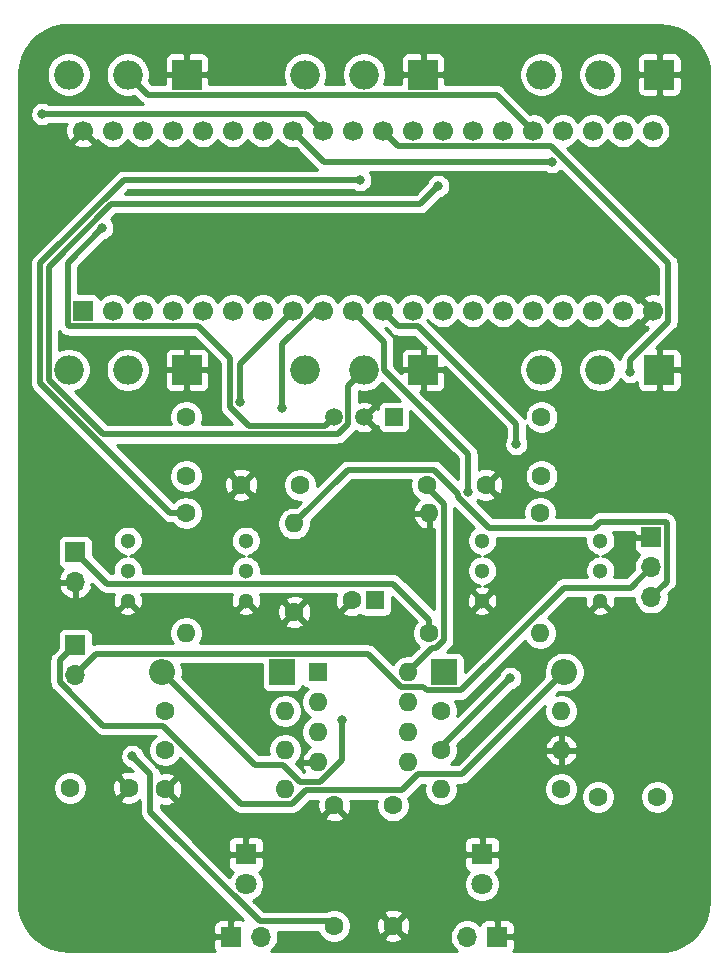
<source format=gbr>
G04 #@! TF.GenerationSoftware,KiCad,Pcbnew,(5.1.7)-1*
G04 #@! TF.CreationDate,2021-06-20T17:09:43-05:00*
G04 #@! TF.ProjectId,DaisySeedPedal,44616973-7953-4656-9564-506564616c2e,rev?*
G04 #@! TF.SameCoordinates,Original*
G04 #@! TF.FileFunction,Copper,L2,Bot*
G04 #@! TF.FilePolarity,Positive*
%FSLAX46Y46*%
G04 Gerber Fmt 4.6, Leading zero omitted, Abs format (unit mm)*
G04 Created by KiCad (PCBNEW (5.1.7)-1) date 2021-06-20 17:09:43*
%MOMM*%
%LPD*%
G01*
G04 APERTURE LIST*
G04 #@! TA.AperFunction,ComponentPad*
%ADD10C,1.700000*%
G04 #@! TD*
G04 #@! TA.AperFunction,ComponentPad*
%ADD11R,1.700000X1.700000*%
G04 #@! TD*
G04 #@! TA.AperFunction,ComponentPad*
%ADD12C,1.600000*%
G04 #@! TD*
G04 #@! TA.AperFunction,ComponentPad*
%ADD13O,1.600000X1.600000*%
G04 #@! TD*
G04 #@! TA.AperFunction,ComponentPad*
%ADD14R,1.600000X1.600000*%
G04 #@! TD*
G04 #@! TA.AperFunction,ComponentPad*
%ADD15R,1.800000X1.800000*%
G04 #@! TD*
G04 #@! TA.AperFunction,ComponentPad*
%ADD16C,1.800000*%
G04 #@! TD*
G04 #@! TA.AperFunction,ComponentPad*
%ADD17R,2.200000X2.200000*%
G04 #@! TD*
G04 #@! TA.AperFunction,ComponentPad*
%ADD18O,2.200000X2.200000*%
G04 #@! TD*
G04 #@! TA.AperFunction,ComponentPad*
%ADD19O,1.700000X1.700000*%
G04 #@! TD*
G04 #@! TA.AperFunction,ComponentPad*
%ADD20C,1.300000*%
G04 #@! TD*
G04 #@! TA.AperFunction,ComponentPad*
%ADD21O,2.500000X2.500000*%
G04 #@! TD*
G04 #@! TA.AperFunction,ComponentPad*
%ADD22R,2.500000X2.500000*%
G04 #@! TD*
G04 #@! TA.AperFunction,ComponentPad*
%ADD23C,1.500000*%
G04 #@! TD*
G04 #@! TA.AperFunction,ComponentPad*
%ADD24R,1.500000X1.500000*%
G04 #@! TD*
G04 #@! TA.AperFunction,ViaPad*
%ADD25C,0.800000*%
G04 #@! TD*
G04 #@! TA.AperFunction,Conductor*
%ADD26C,0.500000*%
G04 #@! TD*
G04 #@! TA.AperFunction,Conductor*
%ADD27C,0.254000*%
G04 #@! TD*
G04 #@! TA.AperFunction,Conductor*
%ADD28C,0.100000*%
G04 #@! TD*
G04 APERTURE END LIST*
D10*
G04 #@! TO.P,A1,40*
G04 #@! TO.N,GND*
X51200000Y-54760000D03*
G04 #@! TO.P,A1,39*
G04 #@! TO.N,/VIN*
X53740000Y-54760000D03*
G04 #@! TO.P,A1,38*
G04 #@! TO.N,N/C*
X56280000Y-54760000D03*
G04 #@! TO.P,A1,37*
X58820000Y-54760000D03*
G04 #@! TO.P,A1,36*
X61360000Y-54760000D03*
G04 #@! TO.P,A1,35*
X63900000Y-54760000D03*
G04 #@! TO.P,A1,34*
X66440000Y-54760000D03*
G04 #@! TO.P,A1,33*
G04 #@! TO.N,/pin33*
X68980000Y-54760000D03*
G04 #@! TO.P,A1,32*
G04 #@! TO.N,/pin32*
X71520000Y-54760000D03*
G04 #@! TO.P,A1,31*
G04 #@! TO.N,N/C*
X74060000Y-54760000D03*
G04 #@! TO.P,A1,30*
G04 #@! TO.N,/pin30*
X76600000Y-54760000D03*
G04 #@! TO.P,A1,29*
G04 #@! TO.N,/pin29*
X79140000Y-54760000D03*
G04 #@! TO.P,A1,28*
G04 #@! TO.N,/pin28*
X81680000Y-54760000D03*
G04 #@! TO.P,A1,27*
G04 #@! TO.N,/pin27*
X84220000Y-54760000D03*
G04 #@! TO.P,A1,26*
G04 #@! TO.N,/pin26*
X86760000Y-54760000D03*
G04 #@! TO.P,A1,25*
G04 #@! TO.N,/pin25*
X89300000Y-54760000D03*
G04 #@! TO.P,A1,24*
G04 #@! TO.N,/pin24*
X91840000Y-54760000D03*
G04 #@! TO.P,A1,23*
G04 #@! TO.N,/pin23*
X94380000Y-54760000D03*
G04 #@! TO.P,A1,22*
G04 #@! TO.N,N/C*
X96920000Y-54760000D03*
G04 #@! TO.P,A1,21*
G04 #@! TO.N,/3V3_A*
X99460000Y-54760000D03*
G04 #@! TO.P,A1,20*
G04 #@! TO.N,GND*
X99460000Y-70000000D03*
G04 #@! TO.P,A1,19*
G04 #@! TO.N,N/C*
X96920000Y-70000000D03*
G04 #@! TO.P,A1,18*
G04 #@! TO.N,/pin18*
X94380000Y-70000000D03*
G04 #@! TO.P,A1,17*
G04 #@! TO.N,N/C*
X91840000Y-70000000D03*
G04 #@! TO.P,A1,16*
G04 #@! TO.N,/pin16*
X89300000Y-70000000D03*
G04 #@! TO.P,A1,15*
G04 #@! TO.N,N/C*
X86760000Y-70000000D03*
G04 #@! TO.P,A1,14*
X84220000Y-70000000D03*
G04 #@! TO.P,A1,13*
X81680000Y-70000000D03*
G04 #@! TO.P,A1,12*
X79140000Y-70000000D03*
G04 #@! TO.P,A1,11*
G04 #@! TO.N,/pin11*
X76600000Y-70000000D03*
G04 #@! TO.P,A1,10*
G04 #@! TO.N,/pin10*
X74060000Y-70000000D03*
G04 #@! TO.P,A1,9*
G04 #@! TO.N,/pin9*
X71520000Y-70000000D03*
G04 #@! TO.P,A1,8*
G04 #@! TO.N,/pin8*
X68980000Y-70000000D03*
G04 #@! TO.P,A1,7*
G04 #@! TO.N,N/C*
X66440000Y-70000000D03*
G04 #@! TO.P,A1,6*
X63900000Y-70000000D03*
G04 #@! TO.P,A1,5*
X61360000Y-70000000D03*
G04 #@! TO.P,A1,4*
X58820000Y-70000000D03*
G04 #@! TO.P,A1,3*
X56280000Y-70000000D03*
G04 #@! TO.P,A1,2*
X53740000Y-70000000D03*
D11*
G04 #@! TO.P,A1,1*
X51200000Y-70000000D03*
G04 #@! TD*
D12*
G04 #@! TO.P,C1,1*
G04 #@! TO.N,GND*
X69088000Y-95504000D03*
D13*
G04 #@! TO.P,C1,2*
G04 #@! TO.N,/Input*
X69088000Y-88004000D03*
G04 #@! TD*
D12*
G04 #@! TO.P,C2,1*
G04 #@! TO.N,Net-(C2-Pad1)*
X59944000Y-79000000D03*
G04 #@! TO.P,C2,2*
G04 #@! TO.N,/Input*
X59944000Y-84000000D03*
G04 #@! TD*
G04 #@! TO.P,C3,1*
G04 #@! TO.N,GND*
X55118000Y-110382000D03*
G04 #@! TO.P,C3,2*
G04 #@! TO.N,Net-(C3-Pad2)*
X50118000Y-110382000D03*
G04 #@! TD*
D14*
G04 #@! TO.P,C4,1*
G04 #@! TO.N,/VIN*
X75946000Y-94488000D03*
D12*
G04 #@! TO.P,C4,2*
G04 #@! TO.N,GND*
X73946000Y-94488000D03*
G04 #@! TD*
G04 #@! TO.P,C5,2*
G04 #@! TO.N,GND*
X64596000Y-84728000D03*
G04 #@! TO.P,C5,1*
G04 #@! TO.N,/VIN*
X69596000Y-84728000D03*
G04 #@! TD*
G04 #@! TO.P,C6,2*
G04 #@! TO.N,/pin18*
X90024000Y-79000000D03*
G04 #@! TO.P,C6,1*
G04 #@! TO.N,Net-(C6-Pad1)*
X90024000Y-84000000D03*
G04 #@! TD*
G04 #@! TO.P,C7,2*
G04 #@! TO.N,GND*
X72470000Y-111868000D03*
G04 #@! TO.P,C7,1*
G04 #@! TO.N,/VIN*
X77470000Y-111868000D03*
G04 #@! TD*
G04 #@! TO.P,C8,1*
G04 #@! TO.N,GND*
X77470000Y-122066000D03*
G04 #@! TO.P,C8,2*
G04 #@! TO.N,Net-(C10-Pad2)*
X72470000Y-122066000D03*
G04 #@! TD*
G04 #@! TO.P,C9,1*
G04 #@! TO.N,/Output*
X99822000Y-111144000D03*
G04 #@! TO.P,C9,2*
G04 #@! TO.N,Net-(C9-Pad2)*
X94822000Y-111144000D03*
G04 #@! TD*
G04 #@! TO.P,C10,1*
G04 #@! TO.N,GND*
X85344000Y-84728000D03*
G04 #@! TO.P,C10,2*
G04 #@! TO.N,Net-(C10-Pad2)*
X80344000Y-84728000D03*
G04 #@! TD*
D15*
G04 #@! TO.P,D1,1*
G04 #@! TO.N,GND*
X65000000Y-116000000D03*
D16*
G04 #@! TO.P,D1,2*
G04 #@! TO.N,Net-(D1-Pad2)*
X65000000Y-118540000D03*
G04 #@! TD*
G04 #@! TO.P,D2,2*
G04 #@! TO.N,Net-(D2-Pad2)*
X85000000Y-118540000D03*
D15*
G04 #@! TO.P,D2,1*
G04 #@! TO.N,GND*
X85000000Y-116000000D03*
G04 #@! TD*
D17*
G04 #@! TO.P,D3,1*
G04 #@! TO.N,/VIN*
X68072000Y-100584000D03*
D18*
G04 #@! TO.P,D3,2*
G04 #@! TO.N,+9V*
X57912000Y-100584000D03*
G04 #@! TD*
D13*
G04 #@! TO.P,R1,2*
G04 #@! TO.N,Net-(C3-Pad2)*
X68326000Y-103886000D03*
D12*
G04 #@! TO.P,R1,1*
G04 #@! TO.N,Net-(C10-Pad2)*
X58166000Y-103886000D03*
G04 #@! TD*
G04 #@! TO.P,R2,1*
G04 #@! TO.N,Net-(C2-Pad1)*
X58166000Y-107188000D03*
D13*
G04 #@! TO.P,R2,2*
G04 #@! TO.N,Net-(C3-Pad2)*
X68326000Y-107188000D03*
G04 #@! TD*
D12*
G04 #@! TO.P,R3,1*
G04 #@! TO.N,GND*
X58166000Y-110490000D03*
D13*
G04 #@! TO.P,R3,2*
G04 #@! TO.N,Net-(C3-Pad2)*
X68326000Y-110490000D03*
G04 #@! TD*
G04 #@! TO.P,R4,2*
G04 #@! TO.N,Net-(C6-Pad1)*
X81534000Y-110490000D03*
D12*
G04 #@! TO.P,R4,1*
G04 #@! TO.N,Net-(C10-Pad2)*
X91694000Y-110490000D03*
G04 #@! TD*
G04 #@! TO.P,R5,1*
G04 #@! TO.N,Net-(C6-Pad1)*
X81534000Y-107188000D03*
D13*
G04 #@! TO.P,R5,2*
G04 #@! TO.N,GND*
X91694000Y-107188000D03*
G04 #@! TD*
G04 #@! TO.P,R6,2*
G04 #@! TO.N,Net-(C9-Pad2)*
X91694000Y-103886000D03*
D12*
G04 #@! TO.P,R6,1*
G04 #@! TO.N,Net-(R6-Pad1)*
X81534000Y-103886000D03*
G04 #@! TD*
G04 #@! TO.P,R7,1*
G04 #@! TO.N,/Output*
X80518000Y-97282000D03*
D13*
G04 #@! TO.P,R7,2*
G04 #@! TO.N,GND*
X80518000Y-87122000D03*
G04 #@! TD*
D12*
G04 #@! TO.P,R8,1*
G04 #@! TO.N,/pin29*
X59944000Y-87122000D03*
D13*
G04 #@! TO.P,R8,2*
G04 #@! TO.N,Net-(D1-Pad2)*
X59944000Y-97282000D03*
G04 #@! TD*
G04 #@! TO.P,R9,2*
G04 #@! TO.N,Net-(D2-Pad2)*
X89916000Y-97282000D03*
D12*
G04 #@! TO.P,R9,1*
G04 #@! TO.N,/pin30*
X89916000Y-87122000D03*
G04 #@! TD*
D11*
G04 #@! TO.P,SW1,1*
G04 #@! TO.N,GND*
X63730000Y-123000000D03*
D19*
G04 #@! TO.P,SW1,2*
G04 #@! TO.N,/pin32*
X66270000Y-123000000D03*
G04 #@! TD*
G04 #@! TO.P,SW2,2*
G04 #@! TO.N,/pin33*
X83730000Y-123000000D03*
D11*
G04 #@! TO.P,SW2,1*
G04 #@! TO.N,GND*
X86270000Y-123000000D03*
G04 #@! TD*
D20*
G04 #@! TO.P,SW3,3*
G04 #@! TO.N,GND*
X55000000Y-94540000D03*
G04 #@! TO.P,SW3,2*
G04 #@! TO.N,/pin8*
X55000000Y-89460000D03*
G04 #@! TO.P,SW3,1*
G04 #@! TO.N,N/C*
X55000000Y-92000000D03*
G04 #@! TD*
G04 #@! TO.P,SW4,1*
G04 #@! TO.N,N/C*
X65000000Y-92000000D03*
G04 #@! TO.P,SW4,2*
G04 #@! TO.N,/pin9*
X65000000Y-89460000D03*
G04 #@! TO.P,SW4,3*
G04 #@! TO.N,GND*
X65000000Y-94540000D03*
G04 #@! TD*
G04 #@! TO.P,SW5,3*
G04 #@! TO.N,GND*
X85000000Y-94540000D03*
G04 #@! TO.P,SW5,2*
G04 #@! TO.N,/pin10*
X85000000Y-89460000D03*
G04 #@! TO.P,SW5,1*
G04 #@! TO.N,N/C*
X85000000Y-92000000D03*
G04 #@! TD*
G04 #@! TO.P,SW6,1*
G04 #@! TO.N,N/C*
X95000000Y-92000000D03*
G04 #@! TO.P,SW6,2*
G04 #@! TO.N,/pin11*
X95000000Y-89460000D03*
G04 #@! TO.P,SW6,3*
G04 #@! TO.N,GND*
X95000000Y-94540000D03*
G04 #@! TD*
D14*
G04 #@! TO.P,U1,1*
G04 #@! TO.N,/pin16*
X71120000Y-100584000D03*
D13*
G04 #@! TO.P,U1,5*
G04 #@! TO.N,Net-(C6-Pad1)*
X78740000Y-108204000D03*
G04 #@! TO.P,U1,2*
G04 #@! TO.N,/pin16*
X71120000Y-103124000D03*
G04 #@! TO.P,U1,6*
G04 #@! TO.N,Net-(R6-Pad1)*
X78740000Y-105664000D03*
G04 #@! TO.P,U1,3*
G04 #@! TO.N,Net-(C3-Pad2)*
X71120000Y-105664000D03*
G04 #@! TO.P,U1,7*
G04 #@! TO.N,Net-(R6-Pad1)*
X78740000Y-103124000D03*
G04 #@! TO.P,U1,4*
G04 #@! TO.N,GND*
X71120000Y-108204000D03*
G04 #@! TO.P,U1,8*
G04 #@! TO.N,Net-(C10-Pad2)*
X78740000Y-100584000D03*
G04 #@! TD*
D21*
G04 #@! TO.P,RV1,3*
G04 #@! TO.N,/3V3_A*
X90000000Y-50000000D03*
G04 #@! TO.P,RV1,2*
G04 #@! TO.N,/pin23*
X95000000Y-50000000D03*
D22*
G04 #@! TO.P,RV1,1*
G04 #@! TO.N,GND*
X100000000Y-50000000D03*
G04 #@! TD*
G04 #@! TO.P,RV2,1*
G04 #@! TO.N,GND*
X80000000Y-50000000D03*
D21*
G04 #@! TO.P,RV2,2*
G04 #@! TO.N,/pin24*
X75000000Y-50000000D03*
G04 #@! TO.P,RV2,3*
G04 #@! TO.N,/3V3_A*
X70000000Y-50000000D03*
G04 #@! TD*
G04 #@! TO.P,RV3,3*
G04 #@! TO.N,/3V3_A*
X50000000Y-50000000D03*
G04 #@! TO.P,RV3,2*
G04 #@! TO.N,/pin25*
X55000000Y-50000000D03*
D22*
G04 #@! TO.P,RV3,1*
G04 #@! TO.N,GND*
X60000000Y-50000000D03*
G04 #@! TD*
G04 #@! TO.P,RV4,1*
G04 #@! TO.N,GND*
X100000000Y-75000000D03*
D21*
G04 #@! TO.P,RV4,2*
G04 #@! TO.N,/pin26*
X95000000Y-75000000D03*
G04 #@! TO.P,RV4,3*
G04 #@! TO.N,/3V3_A*
X90000000Y-75000000D03*
G04 #@! TD*
G04 #@! TO.P,RV5,3*
G04 #@! TO.N,/3V3_A*
X70000000Y-75000000D03*
G04 #@! TO.P,RV5,2*
G04 #@! TO.N,/pin27*
X75000000Y-75000000D03*
D22*
G04 #@! TO.P,RV5,1*
G04 #@! TO.N,GND*
X80000000Y-75000000D03*
G04 #@! TD*
G04 #@! TO.P,RV6,1*
G04 #@! TO.N,GND*
X60000000Y-75000000D03*
D21*
G04 #@! TO.P,RV6,2*
G04 #@! TO.N,/pin28*
X55000000Y-75000000D03*
G04 #@! TO.P,RV6,3*
G04 #@! TO.N,/3V3_A*
X50000000Y-75000000D03*
G04 #@! TD*
D23*
G04 #@! TO.P,U2,2*
G04 #@! TO.N,GND*
X75000000Y-78994000D03*
G04 #@! TO.P,U2,3*
G04 #@! TO.N,/VIN*
X72460000Y-78994000D03*
D24*
G04 #@! TO.P,U2,1*
G04 #@! TO.N,Net-(C10-Pad2)*
X77540000Y-78994000D03*
G04 #@! TD*
D19*
G04 #@! TO.P,BT1,2*
G04 #@! TO.N,Net-(BT1-Pad2)*
X50546000Y-100838000D03*
D11*
G04 #@! TO.P,BT1,1*
G04 #@! TO.N,Net-(BT1-Pad1)*
X50546000Y-98298000D03*
G04 #@! TD*
D17*
G04 #@! TO.P,D4,1*
G04 #@! TO.N,+9V*
X81788000Y-100584000D03*
D18*
G04 #@! TO.P,D4,2*
G04 #@! TO.N,Net-(BT1-Pad1)*
X91948000Y-100584000D03*
G04 #@! TD*
D11*
G04 #@! TO.P,J1,1*
G04 #@! TO.N,GND*
X99314000Y-89154000D03*
D19*
G04 #@! TO.P,J1,2*
G04 #@! TO.N,Net-(BT1-Pad2)*
X99314000Y-91694000D03*
G04 #@! TO.P,J1,3*
G04 #@! TO.N,/Input*
X99314000Y-94234000D03*
G04 #@! TD*
D11*
G04 #@! TO.P,J2,1*
G04 #@! TO.N,/Output*
X50546000Y-90424000D03*
D19*
G04 #@! TO.P,J2,2*
G04 #@! TO.N,GND*
X50546000Y-92964000D03*
G04 #@! TD*
D25*
G04 #@! TO.N,+9V*
X73154042Y-104645958D03*
G04 #@! TO.N,Net-(C10-Pad2)*
X55372000Y-107696000D03*
G04 #@! TO.N,/VIN*
X52832000Y-62992000D03*
G04 #@! TO.N,/pin33*
X90932000Y-57404000D03*
G04 #@! TO.N,/pin32*
X47752000Y-53340000D03*
G04 #@! TO.N,/pin30*
X97536000Y-75184000D03*
G04 #@! TO.N,/pin29*
X74676000Y-58928000D03*
G04 #@! TO.N,/pin27*
X81280000Y-59436000D03*
G04 #@! TO.N,/pin11*
X87884000Y-81280000D03*
G04 #@! TO.N,/pin10*
X83820000Y-85344000D03*
G04 #@! TO.N,/pin9*
X68072000Y-78232000D03*
G04 #@! TO.N,/pin8*
X64516000Y-77724000D03*
G04 #@! TO.N,Net-(C6-Pad1)*
X87376000Y-101092000D03*
G04 #@! TD*
D26*
G04 #@! TO.N,/Input*
X100614001Y-92933999D02*
X99314000Y-94234000D01*
X94459997Y-88372001D02*
X94977999Y-87853999D01*
X100524001Y-87853999D02*
X100614001Y-87943999D01*
X94977999Y-87853999D02*
X100524001Y-87853999D01*
X85589999Y-88372001D02*
X94459997Y-88372001D01*
X82969999Y-85752001D02*
X85589999Y-88372001D01*
X82969999Y-85509999D02*
X82969999Y-85752001D01*
X80937999Y-83477999D02*
X82969999Y-85509999D01*
X73614001Y-83477999D02*
X80937999Y-83477999D01*
X100614001Y-87943999D02*
X100614001Y-92933999D01*
X69088000Y-88004000D02*
X73614001Y-83477999D01*
G04 #@! TO.N,/Output*
X53222001Y-93100001D02*
X50546000Y-90424000D01*
X77467371Y-93100001D02*
X53222001Y-93100001D01*
X80518000Y-96150630D02*
X77467371Y-93100001D01*
X80518000Y-97282000D02*
X80518000Y-96150630D01*
G04 #@! TO.N,+9V*
X65766001Y-108438001D02*
X57912000Y-100584000D01*
X68124003Y-108438001D02*
X65766001Y-108438001D01*
X69576001Y-109889999D02*
X68124003Y-108438001D01*
X71284003Y-109889999D02*
X69576001Y-109889999D01*
X73154042Y-108019960D02*
X71284003Y-109889999D01*
X73154042Y-104645958D02*
X73154042Y-108019960D01*
G04 #@! TO.N,Net-(C10-Pad2)*
X72103999Y-121699999D02*
X72470000Y-122066000D01*
X66161997Y-121699999D02*
X72103999Y-121699999D01*
X56915999Y-112454001D02*
X66161997Y-121699999D01*
X56915999Y-109239999D02*
X56915999Y-112454001D01*
X55372000Y-107696000D02*
X56915999Y-109239999D01*
X80344000Y-84916000D02*
X80344000Y-84728000D01*
X81768001Y-86340001D02*
X80344000Y-84916000D01*
X81768001Y-97882001D02*
X81768001Y-86340001D01*
X81118001Y-98532001D02*
X81768001Y-97882001D01*
X80791999Y-98532001D02*
X81118001Y-98532001D01*
X78740000Y-100584000D02*
X80791999Y-98532001D01*
G04 #@! TO.N,/VIN*
X49899999Y-71210001D02*
X49899999Y-65924001D01*
X49989999Y-71300001D02*
X49899999Y-71210001D01*
X60941944Y-71300001D02*
X49989999Y-71300001D01*
X63665999Y-74024056D02*
X60941944Y-71300001D01*
X63665999Y-78132001D02*
X63665999Y-74024056D01*
X65277997Y-79743999D02*
X63665999Y-78132001D01*
X71710001Y-79743999D02*
X65277997Y-79743999D01*
X49899999Y-65924001D02*
X52832000Y-62992000D01*
X72460000Y-78994000D02*
X71710001Y-79743999D01*
G04 #@! TO.N,/pin33*
X71624000Y-57404000D02*
X68980000Y-54760000D01*
X90932000Y-57404000D02*
X71624000Y-57404000D01*
G04 #@! TO.N,/pin32*
X70100000Y-53340000D02*
X71520000Y-54760000D01*
X47752000Y-53340000D02*
X70100000Y-53340000D01*
G04 #@! TO.N,/pin30*
X90846003Y-56060001D02*
X77900001Y-56060001D01*
X100760001Y-65973999D02*
X90846003Y-56060001D01*
X77900001Y-56060001D02*
X76600000Y-54760000D01*
X100760001Y-70929997D02*
X100760001Y-65973999D01*
X97536000Y-74153998D02*
X100760001Y-70929997D01*
X97536000Y-75184000D02*
X97536000Y-74153998D01*
G04 #@! TO.N,/pin29*
X47599989Y-65976046D02*
X54648035Y-58928000D01*
X47599989Y-76105954D02*
X47599989Y-65976046D01*
X58616035Y-87122000D02*
X47599989Y-76105954D01*
X54648035Y-58928000D02*
X74676000Y-58928000D01*
X59944000Y-87122000D02*
X58616035Y-87122000D01*
G04 #@! TO.N,/pin27*
X48299999Y-66265999D02*
X53605998Y-60960000D01*
X52928007Y-80444009D02*
X48299999Y-75816001D01*
X48299999Y-75816001D02*
X48299999Y-66265999D01*
X72785993Y-80444009D02*
X52928007Y-80444009D01*
X73660001Y-79570001D02*
X72785993Y-80444009D01*
X73660001Y-76339999D02*
X73660001Y-79570001D01*
X75000000Y-75000000D02*
X73660001Y-76339999D01*
X53605998Y-60960000D02*
X79756000Y-60960000D01*
X79756000Y-60960000D02*
X81280000Y-59436000D01*
G04 #@! TO.N,/pin25*
X56700001Y-51700001D02*
X55000000Y-50000000D01*
X86240001Y-51700001D02*
X56700001Y-51700001D01*
X89300000Y-54760000D02*
X86240001Y-51700001D01*
G04 #@! TO.N,/pin11*
X77900001Y-71300001D02*
X76600000Y-70000000D01*
X79610003Y-71300001D02*
X77900001Y-71300001D01*
X87884000Y-79573998D02*
X79610003Y-71300001D01*
X87884000Y-81280000D02*
X87884000Y-79573998D01*
G04 #@! TO.N,/pin10*
X76700001Y-72640001D02*
X74060000Y-70000000D01*
X76700001Y-75010003D02*
X76700001Y-72640001D01*
X83820000Y-82130002D02*
X76700001Y-75010003D01*
X83820000Y-85344000D02*
X83820000Y-82130002D01*
G04 #@! TO.N,/pin9*
X68072000Y-72832002D02*
X70904002Y-70000000D01*
X70904002Y-70000000D02*
X71520000Y-70000000D01*
X68072000Y-78232000D02*
X68072000Y-72832002D01*
G04 #@! TO.N,/pin8*
X64516000Y-74464000D02*
X68980000Y-70000000D01*
X64516000Y-77724000D02*
X64516000Y-74464000D01*
G04 #@! TO.N,Net-(C6-Pad1)*
X81534000Y-106934000D02*
X81534000Y-107188000D01*
X87376000Y-101092000D02*
X81534000Y-106934000D01*
G04 #@! TO.N,Net-(BT1-Pad2)*
X97568001Y-93439999D02*
X99314000Y-91694000D01*
X91907999Y-93439999D02*
X97568001Y-93439999D01*
X80027999Y-101834001D02*
X80327999Y-102134001D01*
X83213997Y-102134001D02*
X91907999Y-93439999D01*
X78139999Y-101834001D02*
X80027999Y-101834001D01*
X75339997Y-99033999D02*
X78139999Y-101834001D01*
X80327999Y-102134001D02*
X83213997Y-102134001D01*
X52350001Y-99033999D02*
X75339997Y-99033999D01*
X50546000Y-100838000D02*
X52350001Y-99033999D01*
G04 #@! TO.N,Net-(BT1-Pad1)*
X52919999Y-105136001D02*
X49245999Y-101462001D01*
X57964003Y-105136001D02*
X52919999Y-105136001D01*
X64568003Y-111740001D02*
X57964003Y-105136001D01*
X68926001Y-111740001D02*
X64568003Y-111740001D01*
X70075993Y-110590009D02*
X68926001Y-111740001D01*
X79554003Y-109239999D02*
X78203993Y-110590009D01*
X49245999Y-99598001D02*
X50546000Y-98298000D01*
X78203993Y-110590009D02*
X70075993Y-110590009D01*
X83292001Y-109239999D02*
X79554003Y-109239999D01*
X49245999Y-101462001D02*
X49245999Y-99598001D01*
X91948000Y-100584000D02*
X83292001Y-109239999D01*
G04 #@! TD*
D27*
G04 #@! TO.N,GND*
X100747284Y-45846782D02*
X101470942Y-46044753D01*
X102148109Y-46367744D01*
X102757380Y-46805550D01*
X103279489Y-47344326D01*
X103697935Y-47967040D01*
X103999500Y-48654024D01*
X104176078Y-49389521D01*
X104223001Y-50028500D01*
X104223000Y-119965395D01*
X104153218Y-120747284D01*
X103955248Y-121470941D01*
X103632254Y-122148111D01*
X103194450Y-122757380D01*
X102655677Y-123279487D01*
X102032956Y-123697938D01*
X101345976Y-123999500D01*
X100610481Y-124176077D01*
X99971514Y-124223000D01*
X87635350Y-124223000D01*
X87650537Y-124204494D01*
X87709502Y-124094180D01*
X87745812Y-123974482D01*
X87758072Y-123850000D01*
X87755000Y-123285750D01*
X87596250Y-123127000D01*
X86397000Y-123127000D01*
X86397000Y-123147000D01*
X86143000Y-123147000D01*
X86143000Y-123127000D01*
X86123000Y-123127000D01*
X86123000Y-122873000D01*
X86143000Y-122873000D01*
X86143000Y-121673750D01*
X86397000Y-121673750D01*
X86397000Y-122873000D01*
X87596250Y-122873000D01*
X87755000Y-122714250D01*
X87758072Y-122150000D01*
X87745812Y-122025518D01*
X87709502Y-121905820D01*
X87650537Y-121795506D01*
X87571185Y-121698815D01*
X87474494Y-121619463D01*
X87364180Y-121560498D01*
X87244482Y-121524188D01*
X87120000Y-121511928D01*
X86555750Y-121515000D01*
X86397000Y-121673750D01*
X86143000Y-121673750D01*
X85984250Y-121515000D01*
X85420000Y-121511928D01*
X85295518Y-121524188D01*
X85175820Y-121560498D01*
X85065506Y-121619463D01*
X84968815Y-121698815D01*
X84889463Y-121795506D01*
X84830498Y-121905820D01*
X84805854Y-121987060D01*
X84671533Y-121852739D01*
X84429622Y-121691099D01*
X84160825Y-121579760D01*
X83875472Y-121523000D01*
X83584528Y-121523000D01*
X83299175Y-121579760D01*
X83030378Y-121691099D01*
X82788467Y-121852739D01*
X82582739Y-122058467D01*
X82421099Y-122300378D01*
X82309760Y-122569175D01*
X82253000Y-122854528D01*
X82253000Y-123145472D01*
X82309760Y-123430825D01*
X82421099Y-123699622D01*
X82582739Y-123941533D01*
X82788467Y-124147261D01*
X82901818Y-124223000D01*
X67098182Y-124223000D01*
X67211533Y-124147261D01*
X67417261Y-123941533D01*
X67578901Y-123699622D01*
X67690240Y-123430825D01*
X67747000Y-123145472D01*
X67747000Y-122854528D01*
X67691796Y-122576999D01*
X71137088Y-122576999D01*
X71205409Y-122741938D01*
X71361576Y-122975660D01*
X71560340Y-123174424D01*
X71794062Y-123330591D01*
X72053759Y-123438162D01*
X72329453Y-123493000D01*
X72610547Y-123493000D01*
X72886241Y-123438162D01*
X73145938Y-123330591D01*
X73379660Y-123174424D01*
X73495382Y-123058702D01*
X76656903Y-123058702D01*
X76728486Y-123302671D01*
X76983996Y-123423571D01*
X77258184Y-123492300D01*
X77540512Y-123506217D01*
X77820130Y-123464787D01*
X78086292Y-123369603D01*
X78211514Y-123302671D01*
X78283097Y-123058702D01*
X77470000Y-122245605D01*
X76656903Y-123058702D01*
X73495382Y-123058702D01*
X73578424Y-122975660D01*
X73734591Y-122741938D01*
X73842162Y-122482241D01*
X73897000Y-122206547D01*
X73897000Y-122136512D01*
X76029783Y-122136512D01*
X76071213Y-122416130D01*
X76166397Y-122682292D01*
X76233329Y-122807514D01*
X76477298Y-122879097D01*
X77290395Y-122066000D01*
X77649605Y-122066000D01*
X78462702Y-122879097D01*
X78706671Y-122807514D01*
X78827571Y-122552004D01*
X78896300Y-122277816D01*
X78910217Y-121995488D01*
X78868787Y-121715870D01*
X78773603Y-121449708D01*
X78706671Y-121324486D01*
X78462702Y-121252903D01*
X77649605Y-122066000D01*
X77290395Y-122066000D01*
X76477298Y-121252903D01*
X76233329Y-121324486D01*
X76112429Y-121579996D01*
X76043700Y-121854184D01*
X76029783Y-122136512D01*
X73897000Y-122136512D01*
X73897000Y-121925453D01*
X73842162Y-121649759D01*
X73734591Y-121390062D01*
X73578424Y-121156340D01*
X73495382Y-121073298D01*
X76656903Y-121073298D01*
X77470000Y-121886395D01*
X78283097Y-121073298D01*
X78211514Y-120829329D01*
X77956004Y-120708429D01*
X77681816Y-120639700D01*
X77399488Y-120625783D01*
X77119870Y-120667213D01*
X76853708Y-120762397D01*
X76728486Y-120829329D01*
X76656903Y-121073298D01*
X73495382Y-121073298D01*
X73379660Y-120957576D01*
X73145938Y-120801409D01*
X72886241Y-120693838D01*
X72610547Y-120639000D01*
X72329453Y-120639000D01*
X72053759Y-120693838D01*
X71794062Y-120801409D01*
X71761750Y-120822999D01*
X66525263Y-120822999D01*
X65632915Y-119930651D01*
X65723306Y-119893210D01*
X65973406Y-119726099D01*
X66186099Y-119513406D01*
X66353210Y-119263306D01*
X66468319Y-118985410D01*
X66527000Y-118690396D01*
X66527000Y-118389604D01*
X66468319Y-118094590D01*
X66353210Y-117816694D01*
X66186099Y-117566594D01*
X66117193Y-117497688D01*
X66144180Y-117489502D01*
X66254494Y-117430537D01*
X66351185Y-117351185D01*
X66430537Y-117254494D01*
X66489502Y-117144180D01*
X66525812Y-117024482D01*
X66538072Y-116900000D01*
X83461928Y-116900000D01*
X83474188Y-117024482D01*
X83510498Y-117144180D01*
X83569463Y-117254494D01*
X83648815Y-117351185D01*
X83745506Y-117430537D01*
X83855820Y-117489502D01*
X83882807Y-117497688D01*
X83813901Y-117566594D01*
X83646790Y-117816694D01*
X83531681Y-118094590D01*
X83473000Y-118389604D01*
X83473000Y-118690396D01*
X83531681Y-118985410D01*
X83646790Y-119263306D01*
X83813901Y-119513406D01*
X84026594Y-119726099D01*
X84276694Y-119893210D01*
X84554590Y-120008319D01*
X84849604Y-120067000D01*
X85150396Y-120067000D01*
X85445410Y-120008319D01*
X85723306Y-119893210D01*
X85973406Y-119726099D01*
X86186099Y-119513406D01*
X86353210Y-119263306D01*
X86468319Y-118985410D01*
X86527000Y-118690396D01*
X86527000Y-118389604D01*
X86468319Y-118094590D01*
X86353210Y-117816694D01*
X86186099Y-117566594D01*
X86117193Y-117497688D01*
X86144180Y-117489502D01*
X86254494Y-117430537D01*
X86351185Y-117351185D01*
X86430537Y-117254494D01*
X86489502Y-117144180D01*
X86525812Y-117024482D01*
X86538072Y-116900000D01*
X86535000Y-116285750D01*
X86376250Y-116127000D01*
X85127000Y-116127000D01*
X85127000Y-116147000D01*
X84873000Y-116147000D01*
X84873000Y-116127000D01*
X83623750Y-116127000D01*
X83465000Y-116285750D01*
X83461928Y-116900000D01*
X66538072Y-116900000D01*
X66535000Y-116285750D01*
X66376250Y-116127000D01*
X65127000Y-116127000D01*
X65127000Y-116147000D01*
X64873000Y-116147000D01*
X64873000Y-116127000D01*
X63623750Y-116127000D01*
X63465000Y-116285750D01*
X63461928Y-116900000D01*
X63474188Y-117024482D01*
X63510498Y-117144180D01*
X63569463Y-117254494D01*
X63648815Y-117351185D01*
X63745506Y-117430537D01*
X63855820Y-117489502D01*
X63882807Y-117497688D01*
X63813901Y-117566594D01*
X63646790Y-117816694D01*
X63609349Y-117907085D01*
X60802264Y-115100000D01*
X63461928Y-115100000D01*
X63465000Y-115714250D01*
X63623750Y-115873000D01*
X64873000Y-115873000D01*
X64873000Y-114623750D01*
X65127000Y-114623750D01*
X65127000Y-115873000D01*
X66376250Y-115873000D01*
X66535000Y-115714250D01*
X66538072Y-115100000D01*
X83461928Y-115100000D01*
X83465000Y-115714250D01*
X83623750Y-115873000D01*
X84873000Y-115873000D01*
X84873000Y-114623750D01*
X85127000Y-114623750D01*
X85127000Y-115873000D01*
X86376250Y-115873000D01*
X86535000Y-115714250D01*
X86538072Y-115100000D01*
X86525812Y-114975518D01*
X86489502Y-114855820D01*
X86430537Y-114745506D01*
X86351185Y-114648815D01*
X86254494Y-114569463D01*
X86144180Y-114510498D01*
X86024482Y-114474188D01*
X85900000Y-114461928D01*
X85285750Y-114465000D01*
X85127000Y-114623750D01*
X84873000Y-114623750D01*
X84714250Y-114465000D01*
X84100000Y-114461928D01*
X83975518Y-114474188D01*
X83855820Y-114510498D01*
X83745506Y-114569463D01*
X83648815Y-114648815D01*
X83569463Y-114745506D01*
X83510498Y-114855820D01*
X83474188Y-114975518D01*
X83461928Y-115100000D01*
X66538072Y-115100000D01*
X66525812Y-114975518D01*
X66489502Y-114855820D01*
X66430537Y-114745506D01*
X66351185Y-114648815D01*
X66254494Y-114569463D01*
X66144180Y-114510498D01*
X66024482Y-114474188D01*
X65900000Y-114461928D01*
X65285750Y-114465000D01*
X65127000Y-114623750D01*
X64873000Y-114623750D01*
X64714250Y-114465000D01*
X64100000Y-114461928D01*
X63975518Y-114474188D01*
X63855820Y-114510498D01*
X63745506Y-114569463D01*
X63648815Y-114648815D01*
X63569463Y-114745506D01*
X63510498Y-114855820D01*
X63474188Y-114975518D01*
X63461928Y-115100000D01*
X60802264Y-115100000D01*
X58562966Y-112860702D01*
X71656903Y-112860702D01*
X71728486Y-113104671D01*
X71983996Y-113225571D01*
X72258184Y-113294300D01*
X72540512Y-113308217D01*
X72820130Y-113266787D01*
X73086292Y-113171603D01*
X73211514Y-113104671D01*
X73283097Y-112860702D01*
X72470000Y-112047605D01*
X71656903Y-112860702D01*
X58562966Y-112860702D01*
X57792999Y-112090736D01*
X57792999Y-111875897D01*
X57954184Y-111916300D01*
X58236512Y-111930217D01*
X58516130Y-111888787D01*
X58782292Y-111793603D01*
X58907514Y-111726671D01*
X58979097Y-111482702D01*
X58166000Y-110669605D01*
X58151858Y-110683748D01*
X57972253Y-110504143D01*
X57986395Y-110490000D01*
X58345605Y-110490000D01*
X59158702Y-111303097D01*
X59402671Y-111231514D01*
X59523571Y-110976004D01*
X59592300Y-110701816D01*
X59606217Y-110419488D01*
X59564787Y-110139870D01*
X59469603Y-109873708D01*
X59402671Y-109748486D01*
X59158702Y-109676903D01*
X58345605Y-110490000D01*
X57986395Y-110490000D01*
X57972253Y-110475858D01*
X58151858Y-110296253D01*
X58166000Y-110310395D01*
X58979097Y-109497298D01*
X58907514Y-109253329D01*
X58652004Y-109132429D01*
X58377816Y-109063700D01*
X58095488Y-109049783D01*
X57815870Y-109091213D01*
X57783720Y-109102710D01*
X57780309Y-109068077D01*
X57730161Y-108902762D01*
X57648726Y-108750407D01*
X57539132Y-108616866D01*
X57505668Y-108589403D01*
X56371162Y-107454897D01*
X56359533Y-107396435D01*
X56282115Y-107209533D01*
X56169723Y-107041326D01*
X56026674Y-106898277D01*
X55858467Y-106785885D01*
X55671565Y-106708467D01*
X55473151Y-106669000D01*
X55270849Y-106669000D01*
X55072435Y-106708467D01*
X54885533Y-106785885D01*
X54717326Y-106898277D01*
X54574277Y-107041326D01*
X54461885Y-107209533D01*
X54384467Y-107396435D01*
X54345000Y-107594849D01*
X54345000Y-107797151D01*
X54384467Y-107995565D01*
X54461885Y-108182467D01*
X54574277Y-108350674D01*
X54717326Y-108493723D01*
X54885533Y-108606115D01*
X55072435Y-108683533D01*
X55130897Y-108695162D01*
X55412047Y-108976312D01*
X55329816Y-108955700D01*
X55047488Y-108941783D01*
X54767870Y-108983213D01*
X54501708Y-109078397D01*
X54376486Y-109145329D01*
X54304903Y-109389298D01*
X55118000Y-110202395D01*
X55132143Y-110188253D01*
X55311748Y-110367858D01*
X55297605Y-110382000D01*
X55311748Y-110396143D01*
X55132143Y-110575748D01*
X55118000Y-110561605D01*
X54304903Y-111374702D01*
X54376486Y-111618671D01*
X54631996Y-111739571D01*
X54906184Y-111808300D01*
X55188512Y-111822217D01*
X55468130Y-111780787D01*
X55734292Y-111685603D01*
X55859514Y-111618671D01*
X55931097Y-111374704D01*
X56039000Y-111482607D01*
X56039000Y-112410912D01*
X56034756Y-112454001D01*
X56051689Y-112625923D01*
X56101837Y-112791237D01*
X56183273Y-112943593D01*
X56265405Y-113043672D01*
X56265408Y-113043675D01*
X56292867Y-113077134D01*
X56326326Y-113104593D01*
X64763964Y-121542232D01*
X64704482Y-121524188D01*
X64580000Y-121511928D01*
X64015750Y-121515000D01*
X63857000Y-121673750D01*
X63857000Y-122873000D01*
X63877000Y-122873000D01*
X63877000Y-123127000D01*
X63857000Y-123127000D01*
X63857000Y-123147000D01*
X63603000Y-123147000D01*
X63603000Y-123127000D01*
X62403750Y-123127000D01*
X62245000Y-123285750D01*
X62241928Y-123850000D01*
X62254188Y-123974482D01*
X62290498Y-124094180D01*
X62349463Y-124204494D01*
X62364650Y-124223000D01*
X50034605Y-124223000D01*
X49252716Y-124153218D01*
X48529059Y-123955248D01*
X47851889Y-123632254D01*
X47242620Y-123194450D01*
X46720513Y-122655677D01*
X46380713Y-122150000D01*
X62241928Y-122150000D01*
X62245000Y-122714250D01*
X62403750Y-122873000D01*
X63603000Y-122873000D01*
X63603000Y-121673750D01*
X63444250Y-121515000D01*
X62880000Y-121511928D01*
X62755518Y-121524188D01*
X62635820Y-121560498D01*
X62525506Y-121619463D01*
X62428815Y-121698815D01*
X62349463Y-121795506D01*
X62290498Y-121905820D01*
X62254188Y-122025518D01*
X62241928Y-122150000D01*
X46380713Y-122150000D01*
X46302062Y-122032956D01*
X46000500Y-121345976D01*
X45823923Y-120610481D01*
X45777000Y-119971514D01*
X45777000Y-110241453D01*
X48691000Y-110241453D01*
X48691000Y-110522547D01*
X48745838Y-110798241D01*
X48853409Y-111057938D01*
X49009576Y-111291660D01*
X49208340Y-111490424D01*
X49442062Y-111646591D01*
X49701759Y-111754162D01*
X49977453Y-111809000D01*
X50258547Y-111809000D01*
X50534241Y-111754162D01*
X50793938Y-111646591D01*
X51027660Y-111490424D01*
X51226424Y-111291660D01*
X51382591Y-111057938D01*
X51490162Y-110798241D01*
X51545000Y-110522547D01*
X51545000Y-110452512D01*
X53677783Y-110452512D01*
X53719213Y-110732130D01*
X53814397Y-110998292D01*
X53881329Y-111123514D01*
X54125298Y-111195097D01*
X54938395Y-110382000D01*
X54125298Y-109568903D01*
X53881329Y-109640486D01*
X53760429Y-109895996D01*
X53691700Y-110170184D01*
X53677783Y-110452512D01*
X51545000Y-110452512D01*
X51545000Y-110241453D01*
X51490162Y-109965759D01*
X51382591Y-109706062D01*
X51226424Y-109472340D01*
X51027660Y-109273576D01*
X50793938Y-109117409D01*
X50534241Y-109009838D01*
X50258547Y-108955000D01*
X49977453Y-108955000D01*
X49701759Y-109009838D01*
X49442062Y-109117409D01*
X49208340Y-109273576D01*
X49009576Y-109472340D01*
X48853409Y-109706062D01*
X48745838Y-109965759D01*
X48691000Y-110241453D01*
X45777000Y-110241453D01*
X45777000Y-95425527D01*
X54294078Y-95425527D01*
X54347466Y-95654201D01*
X54577374Y-95760095D01*
X54823524Y-95819102D01*
X55076455Y-95828952D01*
X55326449Y-95789270D01*
X55563896Y-95701578D01*
X55652534Y-95654201D01*
X55705922Y-95425527D01*
X64294078Y-95425527D01*
X64347466Y-95654201D01*
X64577374Y-95760095D01*
X64823524Y-95819102D01*
X65076455Y-95828952D01*
X65326449Y-95789270D01*
X65563896Y-95701578D01*
X65652534Y-95654201D01*
X65671138Y-95574512D01*
X67647783Y-95574512D01*
X67689213Y-95854130D01*
X67784397Y-96120292D01*
X67851329Y-96245514D01*
X68095298Y-96317097D01*
X68908395Y-95504000D01*
X69267605Y-95504000D01*
X70080702Y-96317097D01*
X70324671Y-96245514D01*
X70445571Y-95990004D01*
X70514300Y-95715816D01*
X70528217Y-95433488D01*
X70486787Y-95153870D01*
X70391603Y-94887708D01*
X70324671Y-94762486D01*
X70080702Y-94690903D01*
X69267605Y-95504000D01*
X68908395Y-95504000D01*
X68095298Y-94690903D01*
X67851329Y-94762486D01*
X67730429Y-95017996D01*
X67661700Y-95292184D01*
X67647783Y-95574512D01*
X65671138Y-95574512D01*
X65705922Y-95425527D01*
X65000000Y-94719605D01*
X64294078Y-95425527D01*
X55705922Y-95425527D01*
X55000000Y-94719605D01*
X54294078Y-95425527D01*
X45777000Y-95425527D01*
X45777000Y-93320890D01*
X49104524Y-93320890D01*
X49149175Y-93468099D01*
X49274359Y-93730920D01*
X49448412Y-93964269D01*
X49664645Y-94159178D01*
X49914748Y-94308157D01*
X50189109Y-94405481D01*
X50419000Y-94284814D01*
X50419000Y-93091000D01*
X49225845Y-93091000D01*
X49104524Y-93320890D01*
X45777000Y-93320890D01*
X45777000Y-65976046D01*
X46718746Y-65976046D01*
X46722990Y-66019136D01*
X46722989Y-76062874D01*
X46718746Y-76105954D01*
X46735679Y-76277876D01*
X46774446Y-76405672D01*
X46785827Y-76443190D01*
X46867262Y-76595545D01*
X46976856Y-76729087D01*
X47010321Y-76756551D01*
X57965438Y-87711668D01*
X57992902Y-87745133D01*
X58126443Y-87854727D01*
X58278798Y-87936162D01*
X58444112Y-87986310D01*
X58616035Y-88003243D01*
X58659114Y-87999000D01*
X58813753Y-87999000D01*
X58835576Y-88031660D01*
X59034340Y-88230424D01*
X59268062Y-88386591D01*
X59527759Y-88494162D01*
X59803453Y-88549000D01*
X60084547Y-88549000D01*
X60360241Y-88494162D01*
X60619938Y-88386591D01*
X60853660Y-88230424D01*
X61052424Y-88031660D01*
X61208591Y-87797938D01*
X61316162Y-87538241D01*
X61371000Y-87262547D01*
X61371000Y-86981453D01*
X61316162Y-86705759D01*
X61208591Y-86446062D01*
X61052424Y-86212340D01*
X60853660Y-86013576D01*
X60619938Y-85857409D01*
X60360241Y-85749838D01*
X60213762Y-85720702D01*
X63782903Y-85720702D01*
X63854486Y-85964671D01*
X64109996Y-86085571D01*
X64384184Y-86154300D01*
X64666512Y-86168217D01*
X64946130Y-86126787D01*
X65212292Y-86031603D01*
X65337514Y-85964671D01*
X65409097Y-85720702D01*
X64596000Y-84907605D01*
X63782903Y-85720702D01*
X60213762Y-85720702D01*
X60084547Y-85695000D01*
X59803453Y-85695000D01*
X59527759Y-85749838D01*
X59268062Y-85857409D01*
X59034340Y-86013576D01*
X58891108Y-86156808D01*
X56593753Y-83859453D01*
X58517000Y-83859453D01*
X58517000Y-84140547D01*
X58571838Y-84416241D01*
X58679409Y-84675938D01*
X58835576Y-84909660D01*
X59034340Y-85108424D01*
X59268062Y-85264591D01*
X59527759Y-85372162D01*
X59803453Y-85427000D01*
X60084547Y-85427000D01*
X60360241Y-85372162D01*
X60619938Y-85264591D01*
X60853660Y-85108424D01*
X61052424Y-84909660D01*
X61126690Y-84798512D01*
X63155783Y-84798512D01*
X63197213Y-85078130D01*
X63292397Y-85344292D01*
X63359329Y-85469514D01*
X63603298Y-85541097D01*
X64416395Y-84728000D01*
X64775605Y-84728000D01*
X65588702Y-85541097D01*
X65832671Y-85469514D01*
X65953571Y-85214004D01*
X66022300Y-84939816D01*
X66036217Y-84657488D01*
X65994787Y-84377870D01*
X65899603Y-84111708D01*
X65832671Y-83986486D01*
X65588702Y-83914903D01*
X64775605Y-84728000D01*
X64416395Y-84728000D01*
X63603298Y-83914903D01*
X63359329Y-83986486D01*
X63238429Y-84241996D01*
X63169700Y-84516184D01*
X63155783Y-84798512D01*
X61126690Y-84798512D01*
X61208591Y-84675938D01*
X61316162Y-84416241D01*
X61371000Y-84140547D01*
X61371000Y-83859453D01*
X61346305Y-83735298D01*
X63782903Y-83735298D01*
X64596000Y-84548395D01*
X65409097Y-83735298D01*
X65337514Y-83491329D01*
X65082004Y-83370429D01*
X64807816Y-83301700D01*
X64525488Y-83287783D01*
X64245870Y-83329213D01*
X63979708Y-83424397D01*
X63854486Y-83491329D01*
X63782903Y-83735298D01*
X61346305Y-83735298D01*
X61316162Y-83583759D01*
X61208591Y-83324062D01*
X61052424Y-83090340D01*
X60853660Y-82891576D01*
X60619938Y-82735409D01*
X60360241Y-82627838D01*
X60084547Y-82573000D01*
X59803453Y-82573000D01*
X59527759Y-82627838D01*
X59268062Y-82735409D01*
X59034340Y-82891576D01*
X58835576Y-83090340D01*
X58679409Y-83324062D01*
X58571838Y-83583759D01*
X58517000Y-83859453D01*
X56593753Y-83859453D01*
X54055309Y-81321009D01*
X72742914Y-81321009D01*
X72785993Y-81325252D01*
X72829072Y-81321009D01*
X72881554Y-81315840D01*
X72957915Y-81308319D01*
X73123230Y-81258171D01*
X73275585Y-81176736D01*
X73409126Y-81067142D01*
X73436589Y-81033678D01*
X74249674Y-80220593D01*
X74283134Y-80193134D01*
X74287557Y-80187745D01*
X74288137Y-80189860D01*
X74535116Y-80305760D01*
X74799960Y-80371250D01*
X75072492Y-80383812D01*
X75342238Y-80342965D01*
X75598832Y-80250277D01*
X75711863Y-80189860D01*
X75777388Y-79950993D01*
X75000000Y-79173605D01*
X74985858Y-79187748D01*
X74806253Y-79008143D01*
X74820395Y-78994000D01*
X74806253Y-78979858D01*
X74985858Y-78800253D01*
X75000000Y-78814395D01*
X75777388Y-78037007D01*
X75711863Y-77798140D01*
X75464884Y-77682240D01*
X75200040Y-77616750D01*
X74927508Y-77604188D01*
X74657762Y-77645035D01*
X74537001Y-77688657D01*
X74537001Y-76821676D01*
X74815132Y-76877000D01*
X75184868Y-76877000D01*
X75547501Y-76804868D01*
X75889093Y-76663376D01*
X76196518Y-76457961D01*
X76457961Y-76196518D01*
X76533379Y-76083646D01*
X78063700Y-77613967D01*
X76790000Y-77613967D01*
X76667087Y-77626073D01*
X76548897Y-77661925D01*
X76439972Y-77720147D01*
X76344499Y-77798499D01*
X76266147Y-77893972D01*
X76207925Y-78002897D01*
X76172073Y-78121087D01*
X76159967Y-78244000D01*
X76159967Y-78272291D01*
X75956993Y-78216612D01*
X75179605Y-78994000D01*
X75956993Y-79771388D01*
X76159967Y-79715709D01*
X76159967Y-79744000D01*
X76172073Y-79866913D01*
X76207925Y-79985103D01*
X76266147Y-80094028D01*
X76344499Y-80189501D01*
X76439972Y-80267853D01*
X76548897Y-80326075D01*
X76667087Y-80361927D01*
X76790000Y-80374033D01*
X78290000Y-80374033D01*
X78412913Y-80361927D01*
X78531103Y-80326075D01*
X78640028Y-80267853D01*
X78735501Y-80189501D01*
X78813853Y-80094028D01*
X78872075Y-79985103D01*
X78907927Y-79866913D01*
X78920033Y-79744000D01*
X78920033Y-78470300D01*
X82943001Y-82493268D01*
X82943000Y-84242735D01*
X81588596Y-82888331D01*
X81561132Y-82854866D01*
X81427591Y-82745272D01*
X81275236Y-82663837D01*
X81109921Y-82613689D01*
X80981078Y-82600999D01*
X80937999Y-82596756D01*
X80894920Y-82600999D01*
X73657080Y-82600999D01*
X73614001Y-82596756D01*
X73442078Y-82613689D01*
X73395436Y-82627838D01*
X73276764Y-82663837D01*
X73124409Y-82745272D01*
X72990868Y-82854866D01*
X72963409Y-82888325D01*
X71023000Y-84828734D01*
X71023000Y-84587453D01*
X70968162Y-84311759D01*
X70860591Y-84052062D01*
X70704424Y-83818340D01*
X70505660Y-83619576D01*
X70271938Y-83463409D01*
X70012241Y-83355838D01*
X69736547Y-83301000D01*
X69455453Y-83301000D01*
X69179759Y-83355838D01*
X68920062Y-83463409D01*
X68686340Y-83619576D01*
X68487576Y-83818340D01*
X68331409Y-84052062D01*
X68223838Y-84311759D01*
X68169000Y-84587453D01*
X68169000Y-84868547D01*
X68223838Y-85144241D01*
X68331409Y-85403938D01*
X68487576Y-85637660D01*
X68686340Y-85836424D01*
X68920062Y-85992591D01*
X69179759Y-86100162D01*
X69455453Y-86155000D01*
X69696735Y-86155000D01*
X69267072Y-86584663D01*
X69228547Y-86577000D01*
X68947453Y-86577000D01*
X68671759Y-86631838D01*
X68412062Y-86739409D01*
X68178340Y-86895576D01*
X67979576Y-87094340D01*
X67823409Y-87328062D01*
X67715838Y-87587759D01*
X67661000Y-87863453D01*
X67661000Y-88144547D01*
X67715838Y-88420241D01*
X67823409Y-88679938D01*
X67979576Y-88913660D01*
X68178340Y-89112424D01*
X68412062Y-89268591D01*
X68671759Y-89376162D01*
X68947453Y-89431000D01*
X69228547Y-89431000D01*
X69504241Y-89376162D01*
X69763938Y-89268591D01*
X69997660Y-89112424D01*
X70196424Y-88913660D01*
X70352591Y-88679938D01*
X70460162Y-88420241D01*
X70515000Y-88144547D01*
X70515000Y-87863453D01*
X70507337Y-87824928D01*
X70861225Y-87471040D01*
X79126091Y-87471040D01*
X79220930Y-87735881D01*
X79365615Y-87977131D01*
X79554586Y-88185519D01*
X79780580Y-88353037D01*
X80034913Y-88473246D01*
X80168961Y-88513904D01*
X80391000Y-88391915D01*
X80391000Y-87249000D01*
X79247376Y-87249000D01*
X79126091Y-87471040D01*
X70861225Y-87471040D01*
X73977267Y-84354999D01*
X78963237Y-84354999D01*
X78917000Y-84587453D01*
X78917000Y-84868547D01*
X78971838Y-85144241D01*
X79079409Y-85403938D01*
X79235576Y-85637660D01*
X79434340Y-85836424D01*
X79655132Y-85983951D01*
X79554586Y-86058481D01*
X79365615Y-86266869D01*
X79220930Y-86508119D01*
X79126091Y-86772960D01*
X79247376Y-86995000D01*
X80391000Y-86995000D01*
X80391000Y-86975000D01*
X80645000Y-86975000D01*
X80645000Y-86995000D01*
X80665000Y-86995000D01*
X80665000Y-87249000D01*
X80645000Y-87249000D01*
X80645000Y-88391915D01*
X80867039Y-88513904D01*
X80891002Y-88506636D01*
X80891001Y-95283365D01*
X78117968Y-92510333D01*
X78090504Y-92476868D01*
X77956963Y-92367274D01*
X77804608Y-92285839D01*
X77639293Y-92235691D01*
X77510450Y-92223001D01*
X77467371Y-92218758D01*
X77424292Y-92223001D01*
X66257660Y-92223001D01*
X66277000Y-92125774D01*
X66277000Y-91874226D01*
X66227926Y-91627513D01*
X66131663Y-91395114D01*
X65991911Y-91185960D01*
X65814040Y-91008089D01*
X65604886Y-90868337D01*
X65372487Y-90772074D01*
X65160966Y-90730000D01*
X65372487Y-90687926D01*
X65604886Y-90591663D01*
X65814040Y-90451911D01*
X65991911Y-90274040D01*
X66131663Y-90064886D01*
X66227926Y-89832487D01*
X66277000Y-89585774D01*
X66277000Y-89334226D01*
X66227926Y-89087513D01*
X66131663Y-88855114D01*
X65991911Y-88645960D01*
X65814040Y-88468089D01*
X65604886Y-88328337D01*
X65372487Y-88232074D01*
X65125774Y-88183000D01*
X64874226Y-88183000D01*
X64627513Y-88232074D01*
X64395114Y-88328337D01*
X64185960Y-88468089D01*
X64008089Y-88645960D01*
X63868337Y-88855114D01*
X63772074Y-89087513D01*
X63723000Y-89334226D01*
X63723000Y-89585774D01*
X63772074Y-89832487D01*
X63868337Y-90064886D01*
X64008089Y-90274040D01*
X64185960Y-90451911D01*
X64395114Y-90591663D01*
X64627513Y-90687926D01*
X64839034Y-90730000D01*
X64627513Y-90772074D01*
X64395114Y-90868337D01*
X64185960Y-91008089D01*
X64008089Y-91185960D01*
X63868337Y-91395114D01*
X63772074Y-91627513D01*
X63723000Y-91874226D01*
X63723000Y-92125774D01*
X63742340Y-92223001D01*
X56257660Y-92223001D01*
X56277000Y-92125774D01*
X56277000Y-91874226D01*
X56227926Y-91627513D01*
X56131663Y-91395114D01*
X55991911Y-91185960D01*
X55814040Y-91008089D01*
X55604886Y-90868337D01*
X55372487Y-90772074D01*
X55160966Y-90730000D01*
X55372487Y-90687926D01*
X55604886Y-90591663D01*
X55814040Y-90451911D01*
X55991911Y-90274040D01*
X56131663Y-90064886D01*
X56227926Y-89832487D01*
X56277000Y-89585774D01*
X56277000Y-89334226D01*
X56227926Y-89087513D01*
X56131663Y-88855114D01*
X55991911Y-88645960D01*
X55814040Y-88468089D01*
X55604886Y-88328337D01*
X55372487Y-88232074D01*
X55125774Y-88183000D01*
X54874226Y-88183000D01*
X54627513Y-88232074D01*
X54395114Y-88328337D01*
X54185960Y-88468089D01*
X54008089Y-88645960D01*
X53868337Y-88855114D01*
X53772074Y-89087513D01*
X53723000Y-89334226D01*
X53723000Y-89585774D01*
X53772074Y-89832487D01*
X53868337Y-90064886D01*
X54008089Y-90274040D01*
X54185960Y-90451911D01*
X54395114Y-90591663D01*
X54627513Y-90687926D01*
X54839034Y-90730000D01*
X54627513Y-90772074D01*
X54395114Y-90868337D01*
X54185960Y-91008089D01*
X54008089Y-91185960D01*
X53868337Y-91395114D01*
X53772074Y-91627513D01*
X53723000Y-91874226D01*
X53723000Y-92125774D01*
X53742340Y-92223001D01*
X53585267Y-92223001D01*
X52026033Y-90663768D01*
X52026033Y-89574000D01*
X52013927Y-89451087D01*
X51978075Y-89332897D01*
X51919853Y-89223972D01*
X51841501Y-89128499D01*
X51746028Y-89050147D01*
X51637103Y-88991925D01*
X51518913Y-88956073D01*
X51396000Y-88943967D01*
X49696000Y-88943967D01*
X49573087Y-88956073D01*
X49454897Y-88991925D01*
X49345972Y-89050147D01*
X49250499Y-89128499D01*
X49172147Y-89223972D01*
X49113925Y-89332897D01*
X49078073Y-89451087D01*
X49065967Y-89574000D01*
X49065967Y-91274000D01*
X49078073Y-91396913D01*
X49113925Y-91515103D01*
X49172147Y-91624028D01*
X49250499Y-91719501D01*
X49345972Y-91797853D01*
X49454897Y-91856075D01*
X49539406Y-91881710D01*
X49448412Y-91963731D01*
X49274359Y-92197080D01*
X49149175Y-92459901D01*
X49104524Y-92607110D01*
X49225845Y-92837000D01*
X50419000Y-92837000D01*
X50419000Y-92817000D01*
X50673000Y-92817000D01*
X50673000Y-92837000D01*
X50693000Y-92837000D01*
X50693000Y-93091000D01*
X50673000Y-93091000D01*
X50673000Y-94284814D01*
X50902891Y-94405481D01*
X51177252Y-94308157D01*
X51427355Y-94159178D01*
X51643588Y-93964269D01*
X51817641Y-93730920D01*
X51942825Y-93468099D01*
X51987476Y-93320890D01*
X51866156Y-93091002D01*
X51972736Y-93091002D01*
X52571409Y-93689675D01*
X52598868Y-93723134D01*
X52632327Y-93750593D01*
X52632329Y-93750595D01*
X52690469Y-93798309D01*
X52732409Y-93832728D01*
X52805336Y-93871708D01*
X52884764Y-93914163D01*
X53050078Y-93964311D01*
X53222001Y-93981244D01*
X53265080Y-93977001D01*
X53844560Y-93977001D01*
X53779905Y-94117374D01*
X53720898Y-94363524D01*
X53711048Y-94616455D01*
X53750730Y-94866449D01*
X53838422Y-95103896D01*
X53885799Y-95192534D01*
X54114473Y-95245922D01*
X54820395Y-94540000D01*
X54806253Y-94525858D01*
X54985858Y-94346253D01*
X55000000Y-94360395D01*
X55014143Y-94346253D01*
X55193748Y-94525858D01*
X55179605Y-94540000D01*
X55885527Y-95245922D01*
X56114201Y-95192534D01*
X56220095Y-94962626D01*
X56279102Y-94716476D01*
X56288952Y-94463545D01*
X56249270Y-94213551D01*
X56161909Y-93977001D01*
X63844560Y-93977001D01*
X63779905Y-94117374D01*
X63720898Y-94363524D01*
X63711048Y-94616455D01*
X63750730Y-94866449D01*
X63838422Y-95103896D01*
X63885799Y-95192534D01*
X64114473Y-95245922D01*
X64820395Y-94540000D01*
X64806253Y-94525858D01*
X64985858Y-94346253D01*
X65000000Y-94360395D01*
X65014143Y-94346253D01*
X65193748Y-94525858D01*
X65179605Y-94540000D01*
X65885527Y-95245922D01*
X66114201Y-95192534D01*
X66220095Y-94962626D01*
X66279102Y-94716476D01*
X66287092Y-94511298D01*
X68274903Y-94511298D01*
X69088000Y-95324395D01*
X69901097Y-94511298D01*
X69829514Y-94267329D01*
X69574004Y-94146429D01*
X69299816Y-94077700D01*
X69017488Y-94063783D01*
X68737870Y-94105213D01*
X68471708Y-94200397D01*
X68346486Y-94267329D01*
X68274903Y-94511298D01*
X66287092Y-94511298D01*
X66288952Y-94463545D01*
X66249270Y-94213551D01*
X66161909Y-93977001D01*
X72600256Y-93977001D01*
X72588429Y-94001996D01*
X72519700Y-94276184D01*
X72505783Y-94558512D01*
X72547213Y-94838130D01*
X72642397Y-95104292D01*
X72709329Y-95229514D01*
X72953298Y-95301097D01*
X73766395Y-94488000D01*
X73752253Y-94473858D01*
X73931858Y-94294253D01*
X73946000Y-94308395D01*
X73960143Y-94294253D01*
X74139748Y-94473858D01*
X74125605Y-94488000D01*
X74139748Y-94502143D01*
X73960143Y-94681748D01*
X73946000Y-94667605D01*
X73132903Y-95480702D01*
X73204486Y-95724671D01*
X73459996Y-95845571D01*
X73734184Y-95914300D01*
X74016512Y-95928217D01*
X74296130Y-95886787D01*
X74562292Y-95791603D01*
X74687514Y-95724671D01*
X74689025Y-95719520D01*
X74700499Y-95733501D01*
X74795972Y-95811853D01*
X74904897Y-95870075D01*
X75023087Y-95905927D01*
X75146000Y-95918033D01*
X76746000Y-95918033D01*
X76868913Y-95905927D01*
X76987103Y-95870075D01*
X77096028Y-95811853D01*
X77191501Y-95733501D01*
X77269853Y-95638028D01*
X77328075Y-95529103D01*
X77363927Y-95410913D01*
X77376033Y-95288000D01*
X77376033Y-94248928D01*
X79454510Y-96327406D01*
X79409576Y-96372340D01*
X79253409Y-96606062D01*
X79145838Y-96865759D01*
X79091000Y-97141453D01*
X79091000Y-97422547D01*
X79145838Y-97698241D01*
X79253409Y-97957938D01*
X79409576Y-98191660D01*
X79608340Y-98390424D01*
X79659276Y-98424458D01*
X78919072Y-99164663D01*
X78880547Y-99157000D01*
X78599453Y-99157000D01*
X78323759Y-99211838D01*
X78064062Y-99319409D01*
X77830340Y-99475576D01*
X77631576Y-99674340D01*
X77475409Y-99908062D01*
X77469234Y-99922970D01*
X75990594Y-98444331D01*
X75963130Y-98410866D01*
X75829589Y-98301272D01*
X75677234Y-98219837D01*
X75511919Y-98169689D01*
X75383076Y-98156999D01*
X75339997Y-98152756D01*
X75296918Y-98156999D01*
X61075584Y-98156999D01*
X61208591Y-97957938D01*
X61316162Y-97698241D01*
X61371000Y-97422547D01*
X61371000Y-97141453D01*
X61316162Y-96865759D01*
X61208591Y-96606062D01*
X61135520Y-96496702D01*
X68274903Y-96496702D01*
X68346486Y-96740671D01*
X68601996Y-96861571D01*
X68876184Y-96930300D01*
X69158512Y-96944217D01*
X69438130Y-96902787D01*
X69704292Y-96807603D01*
X69829514Y-96740671D01*
X69901097Y-96496702D01*
X69088000Y-95683605D01*
X68274903Y-96496702D01*
X61135520Y-96496702D01*
X61052424Y-96372340D01*
X60853660Y-96173576D01*
X60619938Y-96017409D01*
X60360241Y-95909838D01*
X60084547Y-95855000D01*
X59803453Y-95855000D01*
X59527759Y-95909838D01*
X59268062Y-96017409D01*
X59034340Y-96173576D01*
X58835576Y-96372340D01*
X58679409Y-96606062D01*
X58571838Y-96865759D01*
X58517000Y-97141453D01*
X58517000Y-97422547D01*
X58571838Y-97698241D01*
X58679409Y-97957938D01*
X58812416Y-98156999D01*
X52393080Y-98156999D01*
X52350001Y-98152756D01*
X52178078Y-98169689D01*
X52026033Y-98215812D01*
X52026033Y-97448000D01*
X52013927Y-97325087D01*
X51978075Y-97206897D01*
X51919853Y-97097972D01*
X51841501Y-97002499D01*
X51746028Y-96924147D01*
X51637103Y-96865925D01*
X51518913Y-96830073D01*
X51396000Y-96817967D01*
X49696000Y-96817967D01*
X49573087Y-96830073D01*
X49454897Y-96865925D01*
X49345972Y-96924147D01*
X49250499Y-97002499D01*
X49172147Y-97097972D01*
X49113925Y-97206897D01*
X49078073Y-97325087D01*
X49065967Y-97448000D01*
X49065967Y-98537768D01*
X48656326Y-98947409D01*
X48622867Y-98974868D01*
X48595408Y-99008327D01*
X48595405Y-99008330D01*
X48513273Y-99108409D01*
X48431837Y-99260765D01*
X48381689Y-99426079D01*
X48364756Y-99598001D01*
X48369000Y-99641090D01*
X48368999Y-101418921D01*
X48364756Y-101462001D01*
X48381689Y-101633923D01*
X48402434Y-101702310D01*
X48431837Y-101799237D01*
X48513272Y-101951592D01*
X48622866Y-102085134D01*
X48656331Y-102112598D01*
X52269402Y-105725669D01*
X52296866Y-105759134D01*
X52430407Y-105868728D01*
X52521422Y-105917376D01*
X52582762Y-105950163D01*
X52748076Y-106000311D01*
X52919999Y-106017244D01*
X52963078Y-106013001D01*
X57355977Y-106013001D01*
X57256340Y-106079576D01*
X57057576Y-106278340D01*
X56901409Y-106512062D01*
X56793838Y-106771759D01*
X56739000Y-107047453D01*
X56739000Y-107328547D01*
X56793838Y-107604241D01*
X56901409Y-107863938D01*
X57057576Y-108097660D01*
X57256340Y-108296424D01*
X57490062Y-108452591D01*
X57749759Y-108560162D01*
X58025453Y-108615000D01*
X58306547Y-108615000D01*
X58582241Y-108560162D01*
X58841938Y-108452591D01*
X59075660Y-108296424D01*
X59274424Y-108097660D01*
X59430591Y-107863938D01*
X59436766Y-107849029D01*
X63917406Y-112329669D01*
X63944870Y-112363134D01*
X64078411Y-112472728D01*
X64230766Y-112554163D01*
X64396081Y-112604311D01*
X64524924Y-112617001D01*
X64524933Y-112617001D01*
X64568002Y-112621243D01*
X64611072Y-112617001D01*
X68882922Y-112617001D01*
X68926001Y-112621244D01*
X68969080Y-112617001D01*
X69045097Y-112609514D01*
X69097923Y-112604311D01*
X69097926Y-112604310D01*
X69263238Y-112554163D01*
X69415593Y-112472728D01*
X69549134Y-112363134D01*
X69576598Y-112329669D01*
X70439258Y-111467009D01*
X71091119Y-111467009D01*
X71043700Y-111656184D01*
X71029783Y-111938512D01*
X71071213Y-112218130D01*
X71166397Y-112484292D01*
X71233329Y-112609514D01*
X71477298Y-112681097D01*
X72290395Y-111868000D01*
X72276253Y-111853858D01*
X72455858Y-111674253D01*
X72470000Y-111688395D01*
X72484143Y-111674253D01*
X72663748Y-111853858D01*
X72649605Y-111868000D01*
X73462702Y-112681097D01*
X73706671Y-112609514D01*
X73827571Y-112354004D01*
X73896300Y-112079816D01*
X73910217Y-111797488D01*
X73868787Y-111517870D01*
X73850598Y-111467009D01*
X76094805Y-111467009D01*
X76043000Y-111727453D01*
X76043000Y-112008547D01*
X76097838Y-112284241D01*
X76205409Y-112543938D01*
X76361576Y-112777660D01*
X76560340Y-112976424D01*
X76794062Y-113132591D01*
X77053759Y-113240162D01*
X77329453Y-113295000D01*
X77610547Y-113295000D01*
X77886241Y-113240162D01*
X78145938Y-113132591D01*
X78379660Y-112976424D01*
X78578424Y-112777660D01*
X78734591Y-112543938D01*
X78842162Y-112284241D01*
X78897000Y-112008547D01*
X78897000Y-111727453D01*
X78842162Y-111451759D01*
X78764583Y-111264469D01*
X78827126Y-111213142D01*
X78854590Y-111179677D01*
X79917268Y-110116999D01*
X80153237Y-110116999D01*
X80107000Y-110349453D01*
X80107000Y-110630547D01*
X80161838Y-110906241D01*
X80269409Y-111165938D01*
X80425576Y-111399660D01*
X80624340Y-111598424D01*
X80858062Y-111754591D01*
X81117759Y-111862162D01*
X81393453Y-111917000D01*
X81674547Y-111917000D01*
X81950241Y-111862162D01*
X82209938Y-111754591D01*
X82443660Y-111598424D01*
X82642424Y-111399660D01*
X82798591Y-111165938D01*
X82906162Y-110906241D01*
X82961000Y-110630547D01*
X82961000Y-110349453D01*
X90267000Y-110349453D01*
X90267000Y-110630547D01*
X90321838Y-110906241D01*
X90429409Y-111165938D01*
X90585576Y-111399660D01*
X90784340Y-111598424D01*
X91018062Y-111754591D01*
X91277759Y-111862162D01*
X91553453Y-111917000D01*
X91834547Y-111917000D01*
X92110241Y-111862162D01*
X92369938Y-111754591D01*
X92603660Y-111598424D01*
X92802424Y-111399660D01*
X92958591Y-111165938D01*
X93025895Y-111003453D01*
X93395000Y-111003453D01*
X93395000Y-111284547D01*
X93449838Y-111560241D01*
X93557409Y-111819938D01*
X93713576Y-112053660D01*
X93912340Y-112252424D01*
X94146062Y-112408591D01*
X94405759Y-112516162D01*
X94681453Y-112571000D01*
X94962547Y-112571000D01*
X95238241Y-112516162D01*
X95497938Y-112408591D01*
X95731660Y-112252424D01*
X95930424Y-112053660D01*
X96086591Y-111819938D01*
X96194162Y-111560241D01*
X96249000Y-111284547D01*
X96249000Y-111003453D01*
X98395000Y-111003453D01*
X98395000Y-111284547D01*
X98449838Y-111560241D01*
X98557409Y-111819938D01*
X98713576Y-112053660D01*
X98912340Y-112252424D01*
X99146062Y-112408591D01*
X99405759Y-112516162D01*
X99681453Y-112571000D01*
X99962547Y-112571000D01*
X100238241Y-112516162D01*
X100497938Y-112408591D01*
X100731660Y-112252424D01*
X100930424Y-112053660D01*
X101086591Y-111819938D01*
X101194162Y-111560241D01*
X101249000Y-111284547D01*
X101249000Y-111003453D01*
X101194162Y-110727759D01*
X101086591Y-110468062D01*
X100930424Y-110234340D01*
X100731660Y-110035576D01*
X100497938Y-109879409D01*
X100238241Y-109771838D01*
X99962547Y-109717000D01*
X99681453Y-109717000D01*
X99405759Y-109771838D01*
X99146062Y-109879409D01*
X98912340Y-110035576D01*
X98713576Y-110234340D01*
X98557409Y-110468062D01*
X98449838Y-110727759D01*
X98395000Y-111003453D01*
X96249000Y-111003453D01*
X96194162Y-110727759D01*
X96086591Y-110468062D01*
X95930424Y-110234340D01*
X95731660Y-110035576D01*
X95497938Y-109879409D01*
X95238241Y-109771838D01*
X94962547Y-109717000D01*
X94681453Y-109717000D01*
X94405759Y-109771838D01*
X94146062Y-109879409D01*
X93912340Y-110035576D01*
X93713576Y-110234340D01*
X93557409Y-110468062D01*
X93449838Y-110727759D01*
X93395000Y-111003453D01*
X93025895Y-111003453D01*
X93066162Y-110906241D01*
X93121000Y-110630547D01*
X93121000Y-110349453D01*
X93066162Y-110073759D01*
X92958591Y-109814062D01*
X92802424Y-109580340D01*
X92603660Y-109381576D01*
X92369938Y-109225409D01*
X92110241Y-109117838D01*
X91834547Y-109063000D01*
X91553453Y-109063000D01*
X91277759Y-109117838D01*
X91018062Y-109225409D01*
X90784340Y-109381576D01*
X90585576Y-109580340D01*
X90429409Y-109814062D01*
X90321838Y-110073759D01*
X90267000Y-110349453D01*
X82961000Y-110349453D01*
X82914763Y-110116999D01*
X83248922Y-110116999D01*
X83292001Y-110121242D01*
X83335080Y-110116999D01*
X83463923Y-110104309D01*
X83629238Y-110054161D01*
X83781593Y-109972726D01*
X83915134Y-109863132D01*
X83942598Y-109829667D01*
X86235226Y-107537039D01*
X90302096Y-107537039D01*
X90342754Y-107671087D01*
X90462963Y-107925420D01*
X90630481Y-108151414D01*
X90838869Y-108340385D01*
X91080119Y-108485070D01*
X91344960Y-108579909D01*
X91567000Y-108458624D01*
X91567000Y-107315000D01*
X91821000Y-107315000D01*
X91821000Y-108458624D01*
X92043040Y-108579909D01*
X92307881Y-108485070D01*
X92549131Y-108340385D01*
X92757519Y-108151414D01*
X92925037Y-107925420D01*
X93045246Y-107671087D01*
X93085904Y-107537039D01*
X92963915Y-107315000D01*
X91821000Y-107315000D01*
X91567000Y-107315000D01*
X90424085Y-107315000D01*
X90302096Y-107537039D01*
X86235226Y-107537039D01*
X86933304Y-106838961D01*
X90302096Y-106838961D01*
X90424085Y-107061000D01*
X91567000Y-107061000D01*
X91567000Y-105917376D01*
X91821000Y-105917376D01*
X91821000Y-107061000D01*
X92963915Y-107061000D01*
X93085904Y-106838961D01*
X93045246Y-106704913D01*
X92925037Y-106450580D01*
X92757519Y-106224586D01*
X92549131Y-106035615D01*
X92307881Y-105890930D01*
X92043040Y-105796091D01*
X91821000Y-105917376D01*
X91567000Y-105917376D01*
X91344960Y-105796091D01*
X91080119Y-105890930D01*
X90838869Y-106035615D01*
X90630481Y-106224586D01*
X90462963Y-106450580D01*
X90342754Y-106704913D01*
X90302096Y-106838961D01*
X86933304Y-106838961D01*
X90335508Y-103436757D01*
X90321838Y-103469759D01*
X90267000Y-103745453D01*
X90267000Y-104026547D01*
X90321838Y-104302241D01*
X90429409Y-104561938D01*
X90585576Y-104795660D01*
X90784340Y-104994424D01*
X91018062Y-105150591D01*
X91277759Y-105258162D01*
X91553453Y-105313000D01*
X91834547Y-105313000D01*
X92110241Y-105258162D01*
X92369938Y-105150591D01*
X92603660Y-104994424D01*
X92802424Y-104795660D01*
X92958591Y-104561938D01*
X93066162Y-104302241D01*
X93121000Y-104026547D01*
X93121000Y-103745453D01*
X93066162Y-103469759D01*
X92958591Y-103210062D01*
X92802424Y-102976340D01*
X92603660Y-102777576D01*
X92369938Y-102621409D01*
X92110241Y-102513838D01*
X91834547Y-102459000D01*
X91553453Y-102459000D01*
X91277759Y-102513838D01*
X91244757Y-102527508D01*
X91513799Y-102258466D01*
X91777905Y-102311000D01*
X92118095Y-102311000D01*
X92451747Y-102244632D01*
X92766041Y-102114447D01*
X93048898Y-101925448D01*
X93289448Y-101684898D01*
X93478447Y-101402041D01*
X93608632Y-101087747D01*
X93675000Y-100754095D01*
X93675000Y-100413905D01*
X93608632Y-100080253D01*
X93478447Y-99765959D01*
X93289448Y-99483102D01*
X93048898Y-99242552D01*
X92766041Y-99053553D01*
X92451747Y-98923368D01*
X92118095Y-98857000D01*
X91777905Y-98857000D01*
X91444253Y-98923368D01*
X91129959Y-99053553D01*
X90847102Y-99242552D01*
X90606552Y-99483102D01*
X90417553Y-99765959D01*
X90287368Y-100080253D01*
X90221000Y-100413905D01*
X90221000Y-100754095D01*
X90273534Y-101018201D01*
X82928736Y-108362999D01*
X82344023Y-108362999D01*
X82443660Y-108296424D01*
X82642424Y-108097660D01*
X82798591Y-107863938D01*
X82906162Y-107604241D01*
X82961000Y-107328547D01*
X82961000Y-107047453D01*
X82911196Y-106797069D01*
X87617103Y-102091162D01*
X87675565Y-102079533D01*
X87862467Y-102002115D01*
X88030674Y-101889723D01*
X88173723Y-101746674D01*
X88286115Y-101578467D01*
X88363533Y-101391565D01*
X88403000Y-101193151D01*
X88403000Y-100990849D01*
X88363533Y-100792435D01*
X88286115Y-100605533D01*
X88173723Y-100437326D01*
X88030674Y-100294277D01*
X87862467Y-100181885D01*
X87675565Y-100104467D01*
X87477151Y-100065000D01*
X87274849Y-100065000D01*
X87076435Y-100104467D01*
X86889533Y-100181885D01*
X86721326Y-100294277D01*
X86578277Y-100437326D01*
X86465885Y-100605533D01*
X86388467Y-100792435D01*
X86376838Y-100850897D01*
X82892492Y-104335243D01*
X82906162Y-104302241D01*
X82961000Y-104026547D01*
X82961000Y-103745453D01*
X82906162Y-103469759D01*
X82798591Y-103210062D01*
X82665584Y-103011001D01*
X83170918Y-103011001D01*
X83213997Y-103015244D01*
X83257076Y-103011001D01*
X83385919Y-102998311D01*
X83551234Y-102948163D01*
X83703589Y-102866728D01*
X83837130Y-102757134D01*
X83864594Y-102723669D01*
X88645234Y-97943029D01*
X88651409Y-97957938D01*
X88807576Y-98191660D01*
X89006340Y-98390424D01*
X89240062Y-98546591D01*
X89499759Y-98654162D01*
X89775453Y-98709000D01*
X90056547Y-98709000D01*
X90332241Y-98654162D01*
X90591938Y-98546591D01*
X90825660Y-98390424D01*
X91024424Y-98191660D01*
X91180591Y-97957938D01*
X91288162Y-97698241D01*
X91343000Y-97422547D01*
X91343000Y-97141453D01*
X91288162Y-96865759D01*
X91180591Y-96606062D01*
X91024424Y-96372340D01*
X90825660Y-96173576D01*
X90591938Y-96017409D01*
X90577029Y-96011234D01*
X91162736Y-95425527D01*
X94294078Y-95425527D01*
X94347466Y-95654201D01*
X94577374Y-95760095D01*
X94823524Y-95819102D01*
X95076455Y-95828952D01*
X95326449Y-95789270D01*
X95563896Y-95701578D01*
X95652534Y-95654201D01*
X95705922Y-95425527D01*
X95000000Y-94719605D01*
X94294078Y-95425527D01*
X91162736Y-95425527D01*
X92271264Y-94316999D01*
X93732051Y-94316999D01*
X93720898Y-94363524D01*
X93711048Y-94616455D01*
X93750730Y-94866449D01*
X93838422Y-95103896D01*
X93885799Y-95192534D01*
X94114473Y-95245922D01*
X94820395Y-94540000D01*
X94806253Y-94525858D01*
X94985858Y-94346253D01*
X95000000Y-94360395D01*
X95014143Y-94346253D01*
X95193748Y-94525858D01*
X95179605Y-94540000D01*
X95885527Y-95245922D01*
X96114201Y-95192534D01*
X96220095Y-94962626D01*
X96279102Y-94716476D01*
X96288952Y-94463545D01*
X96265690Y-94316999D01*
X97524922Y-94316999D01*
X97568001Y-94321242D01*
X97611080Y-94316999D01*
X97698438Y-94308395D01*
X97739923Y-94304309D01*
X97832638Y-94276184D01*
X97837000Y-94274861D01*
X97837000Y-94379472D01*
X97893760Y-94664825D01*
X98005099Y-94933622D01*
X98166739Y-95175533D01*
X98372467Y-95381261D01*
X98614378Y-95542901D01*
X98883175Y-95654240D01*
X99168528Y-95711000D01*
X99459472Y-95711000D01*
X99744825Y-95654240D01*
X100013622Y-95542901D01*
X100255533Y-95381261D01*
X100461261Y-95175533D01*
X100622901Y-94933622D01*
X100734240Y-94664825D01*
X100791000Y-94379472D01*
X100791000Y-94088528D01*
X100775859Y-94012407D01*
X101203675Y-93584591D01*
X101237134Y-93557132D01*
X101346728Y-93423591D01*
X101428163Y-93271236D01*
X101441301Y-93227926D01*
X101478311Y-93105922D01*
X101495244Y-92934000D01*
X101491001Y-92890920D01*
X101491001Y-87987068D01*
X101495243Y-87943998D01*
X101491001Y-87900929D01*
X101491001Y-87900920D01*
X101478311Y-87772077D01*
X101428163Y-87606762D01*
X101346728Y-87454407D01*
X101237134Y-87320866D01*
X101203667Y-87293401D01*
X101174600Y-87264333D01*
X101147134Y-87230866D01*
X101013593Y-87121272D01*
X100861238Y-87039837D01*
X100695923Y-86989689D01*
X100567080Y-86976999D01*
X100524001Y-86972756D01*
X100480922Y-86976999D01*
X95021068Y-86976999D01*
X94977998Y-86972757D01*
X94934929Y-86976999D01*
X94934920Y-86976999D01*
X94806077Y-86989689D01*
X94640762Y-87039837D01*
X94488407Y-87121272D01*
X94354866Y-87230866D01*
X94327398Y-87264336D01*
X94096732Y-87495001D01*
X91296763Y-87495001D01*
X91343000Y-87262547D01*
X91343000Y-86981453D01*
X91288162Y-86705759D01*
X91180591Y-86446062D01*
X91024424Y-86212340D01*
X90825660Y-86013576D01*
X90591938Y-85857409D01*
X90332241Y-85749838D01*
X90056547Y-85695000D01*
X89775453Y-85695000D01*
X89499759Y-85749838D01*
X89240062Y-85857409D01*
X89006340Y-86013576D01*
X88807576Y-86212340D01*
X88651409Y-86446062D01*
X88543838Y-86705759D01*
X88489000Y-86981453D01*
X88489000Y-87262547D01*
X88535237Y-87495001D01*
X85953264Y-87495001D01*
X84537330Y-86079067D01*
X84617723Y-85998674D01*
X84631325Y-85978317D01*
X84857996Y-86085571D01*
X85132184Y-86154300D01*
X85414512Y-86168217D01*
X85694130Y-86126787D01*
X85960292Y-86031603D01*
X86085514Y-85964671D01*
X86157097Y-85720702D01*
X85344000Y-84907605D01*
X85329858Y-84921748D01*
X85150253Y-84742143D01*
X85164395Y-84728000D01*
X85523605Y-84728000D01*
X86336702Y-85541097D01*
X86580671Y-85469514D01*
X86701571Y-85214004D01*
X86770300Y-84939816D01*
X86784217Y-84657488D01*
X86742787Y-84377870D01*
X86647603Y-84111708D01*
X86580671Y-83986486D01*
X86336702Y-83914903D01*
X85523605Y-84728000D01*
X85164395Y-84728000D01*
X85150253Y-84713858D01*
X85329858Y-84534253D01*
X85344000Y-84548395D01*
X86032942Y-83859453D01*
X88597000Y-83859453D01*
X88597000Y-84140547D01*
X88651838Y-84416241D01*
X88759409Y-84675938D01*
X88915576Y-84909660D01*
X89114340Y-85108424D01*
X89348062Y-85264591D01*
X89607759Y-85372162D01*
X89883453Y-85427000D01*
X90164547Y-85427000D01*
X90440241Y-85372162D01*
X90699938Y-85264591D01*
X90933660Y-85108424D01*
X91132424Y-84909660D01*
X91288591Y-84675938D01*
X91396162Y-84416241D01*
X91451000Y-84140547D01*
X91451000Y-83859453D01*
X91396162Y-83583759D01*
X91288591Y-83324062D01*
X91132424Y-83090340D01*
X90933660Y-82891576D01*
X90699938Y-82735409D01*
X90440241Y-82627838D01*
X90164547Y-82573000D01*
X89883453Y-82573000D01*
X89607759Y-82627838D01*
X89348062Y-82735409D01*
X89114340Y-82891576D01*
X88915576Y-83090340D01*
X88759409Y-83324062D01*
X88651838Y-83583759D01*
X88597000Y-83859453D01*
X86032942Y-83859453D01*
X86157097Y-83735298D01*
X86085514Y-83491329D01*
X85830004Y-83370429D01*
X85555816Y-83301700D01*
X85273488Y-83287783D01*
X84993870Y-83329213D01*
X84727708Y-83424397D01*
X84697000Y-83440811D01*
X84697000Y-82173078D01*
X84701243Y-82130001D01*
X84689692Y-82012727D01*
X84684310Y-81958080D01*
X84634162Y-81792765D01*
X84552727Y-81640410D01*
X84443133Y-81506869D01*
X84409668Y-81479405D01*
X79764757Y-76834494D01*
X79873000Y-76726250D01*
X79873000Y-75127000D01*
X80127000Y-75127000D01*
X80127000Y-76726250D01*
X80285750Y-76885000D01*
X81250000Y-76888072D01*
X81374482Y-76875812D01*
X81494180Y-76839502D01*
X81604494Y-76780537D01*
X81701185Y-76701185D01*
X81780537Y-76604494D01*
X81839502Y-76494180D01*
X81875812Y-76374482D01*
X81888072Y-76250000D01*
X81885000Y-75285750D01*
X81726250Y-75127000D01*
X80127000Y-75127000D01*
X79873000Y-75127000D01*
X78273750Y-75127000D01*
X78165507Y-75235244D01*
X77577001Y-74646738D01*
X77577001Y-73750000D01*
X78111928Y-73750000D01*
X78115000Y-74714250D01*
X78273750Y-74873000D01*
X79873000Y-74873000D01*
X79873000Y-73273750D01*
X79714250Y-73115000D01*
X78750000Y-73111928D01*
X78625518Y-73124188D01*
X78505820Y-73160498D01*
X78395506Y-73219463D01*
X78298815Y-73298815D01*
X78219463Y-73395506D01*
X78160498Y-73505820D01*
X78124188Y-73625518D01*
X78111928Y-73750000D01*
X77577001Y-73750000D01*
X77577001Y-72683070D01*
X77581243Y-72640000D01*
X77577001Y-72596931D01*
X77577001Y-72596922D01*
X77564311Y-72468079D01*
X77514163Y-72302764D01*
X77432728Y-72150409D01*
X77323134Y-72016868D01*
X77289669Y-71989404D01*
X76771990Y-71471725D01*
X76821593Y-71461859D01*
X77249409Y-71889675D01*
X77276868Y-71923134D01*
X77410409Y-72032728D01*
X77562762Y-72114162D01*
X77562764Y-72114163D01*
X77728078Y-72164311D01*
X77900000Y-72181244D01*
X77943080Y-72177001D01*
X79246738Y-72177001D01*
X80235243Y-73165507D01*
X80127000Y-73273750D01*
X80127000Y-74873000D01*
X81726250Y-74873000D01*
X81834493Y-74764757D01*
X87007001Y-79937265D01*
X87007000Y-80743972D01*
X86973885Y-80793533D01*
X86896467Y-80980435D01*
X86857000Y-81178849D01*
X86857000Y-81381151D01*
X86896467Y-81579565D01*
X86973885Y-81766467D01*
X87086277Y-81934674D01*
X87229326Y-82077723D01*
X87397533Y-82190115D01*
X87584435Y-82267533D01*
X87782849Y-82307000D01*
X87985151Y-82307000D01*
X88183565Y-82267533D01*
X88370467Y-82190115D01*
X88538674Y-82077723D01*
X88681723Y-81934674D01*
X88794115Y-81766467D01*
X88871533Y-81579565D01*
X88911000Y-81381151D01*
X88911000Y-81178849D01*
X88871533Y-80980435D01*
X88794115Y-80793533D01*
X88761000Y-80743973D01*
X88761000Y-79678319D01*
X88915576Y-79909660D01*
X89114340Y-80108424D01*
X89348062Y-80264591D01*
X89607759Y-80372162D01*
X89883453Y-80427000D01*
X90164547Y-80427000D01*
X90440241Y-80372162D01*
X90699938Y-80264591D01*
X90933660Y-80108424D01*
X91132424Y-79909660D01*
X91288591Y-79675938D01*
X91396162Y-79416241D01*
X91451000Y-79140547D01*
X91451000Y-78859453D01*
X91396162Y-78583759D01*
X91288591Y-78324062D01*
X91132424Y-78090340D01*
X90933660Y-77891576D01*
X90699938Y-77735409D01*
X90440241Y-77627838D01*
X90164547Y-77573000D01*
X89883453Y-77573000D01*
X89607759Y-77627838D01*
X89348062Y-77735409D01*
X89114340Y-77891576D01*
X88915576Y-78090340D01*
X88759409Y-78324062D01*
X88651838Y-78583759D01*
X88597000Y-78859453D01*
X88597000Y-79060369D01*
X88556708Y-79011272D01*
X88534594Y-78984326D01*
X88534592Y-78984324D01*
X88507133Y-78950865D01*
X88473674Y-78923406D01*
X84365400Y-74815132D01*
X88123000Y-74815132D01*
X88123000Y-75184868D01*
X88195132Y-75547501D01*
X88336624Y-75889093D01*
X88542039Y-76196518D01*
X88803482Y-76457961D01*
X89110907Y-76663376D01*
X89452499Y-76804868D01*
X89815132Y-76877000D01*
X90184868Y-76877000D01*
X90547501Y-76804868D01*
X90889093Y-76663376D01*
X91196518Y-76457961D01*
X91457961Y-76196518D01*
X91663376Y-75889093D01*
X91804868Y-75547501D01*
X91877000Y-75184868D01*
X91877000Y-74815132D01*
X91804868Y-74452499D01*
X91663376Y-74110907D01*
X91457961Y-73803482D01*
X91196518Y-73542039D01*
X90889093Y-73336624D01*
X90547501Y-73195132D01*
X90184868Y-73123000D01*
X89815132Y-73123000D01*
X89452499Y-73195132D01*
X89110907Y-73336624D01*
X88803482Y-73542039D01*
X88542039Y-73803482D01*
X88336624Y-74110907D01*
X88195132Y-74452499D01*
X88123000Y-74815132D01*
X84365400Y-74815132D01*
X80369188Y-70818921D01*
X80410000Y-70757841D01*
X80532739Y-70941533D01*
X80738467Y-71147261D01*
X80980378Y-71308901D01*
X81249175Y-71420240D01*
X81534528Y-71477000D01*
X81825472Y-71477000D01*
X82110825Y-71420240D01*
X82379622Y-71308901D01*
X82621533Y-71147261D01*
X82827261Y-70941533D01*
X82950000Y-70757841D01*
X83072739Y-70941533D01*
X83278467Y-71147261D01*
X83520378Y-71308901D01*
X83789175Y-71420240D01*
X84074528Y-71477000D01*
X84365472Y-71477000D01*
X84650825Y-71420240D01*
X84919622Y-71308901D01*
X85161533Y-71147261D01*
X85367261Y-70941533D01*
X85490000Y-70757841D01*
X85612739Y-70941533D01*
X85818467Y-71147261D01*
X86060378Y-71308901D01*
X86329175Y-71420240D01*
X86614528Y-71477000D01*
X86905472Y-71477000D01*
X87190825Y-71420240D01*
X87459622Y-71308901D01*
X87701533Y-71147261D01*
X87907261Y-70941533D01*
X88030000Y-70757841D01*
X88152739Y-70941533D01*
X88358467Y-71147261D01*
X88600378Y-71308901D01*
X88869175Y-71420240D01*
X89154528Y-71477000D01*
X89445472Y-71477000D01*
X89730825Y-71420240D01*
X89999622Y-71308901D01*
X90241533Y-71147261D01*
X90447261Y-70941533D01*
X90570000Y-70757841D01*
X90692739Y-70941533D01*
X90898467Y-71147261D01*
X91140378Y-71308901D01*
X91409175Y-71420240D01*
X91694528Y-71477000D01*
X91985472Y-71477000D01*
X92270825Y-71420240D01*
X92539622Y-71308901D01*
X92781533Y-71147261D01*
X92987261Y-70941533D01*
X93110000Y-70757841D01*
X93232739Y-70941533D01*
X93438467Y-71147261D01*
X93680378Y-71308901D01*
X93949175Y-71420240D01*
X94234528Y-71477000D01*
X94525472Y-71477000D01*
X94810825Y-71420240D01*
X95079622Y-71308901D01*
X95321533Y-71147261D01*
X95527261Y-70941533D01*
X95650000Y-70757841D01*
X95772739Y-70941533D01*
X95978467Y-71147261D01*
X96220378Y-71308901D01*
X96489175Y-71420240D01*
X96774528Y-71477000D01*
X97065472Y-71477000D01*
X97350825Y-71420240D01*
X97619622Y-71308901D01*
X97861533Y-71147261D01*
X98067261Y-70941533D01*
X98181895Y-70769972D01*
X98182528Y-70771157D01*
X98431603Y-70848792D01*
X99280395Y-70000000D01*
X98431603Y-69151208D01*
X98182528Y-69228843D01*
X98181934Y-69230088D01*
X98067261Y-69058467D01*
X97861533Y-68852739D01*
X97619622Y-68691099D01*
X97350825Y-68579760D01*
X97065472Y-68523000D01*
X96774528Y-68523000D01*
X96489175Y-68579760D01*
X96220378Y-68691099D01*
X95978467Y-68852739D01*
X95772739Y-69058467D01*
X95650000Y-69242159D01*
X95527261Y-69058467D01*
X95321533Y-68852739D01*
X95079622Y-68691099D01*
X94810825Y-68579760D01*
X94525472Y-68523000D01*
X94234528Y-68523000D01*
X93949175Y-68579760D01*
X93680378Y-68691099D01*
X93438467Y-68852739D01*
X93232739Y-69058467D01*
X93110000Y-69242159D01*
X92987261Y-69058467D01*
X92781533Y-68852739D01*
X92539622Y-68691099D01*
X92270825Y-68579760D01*
X91985472Y-68523000D01*
X91694528Y-68523000D01*
X91409175Y-68579760D01*
X91140378Y-68691099D01*
X90898467Y-68852739D01*
X90692739Y-69058467D01*
X90570000Y-69242159D01*
X90447261Y-69058467D01*
X90241533Y-68852739D01*
X89999622Y-68691099D01*
X89730825Y-68579760D01*
X89445472Y-68523000D01*
X89154528Y-68523000D01*
X88869175Y-68579760D01*
X88600378Y-68691099D01*
X88358467Y-68852739D01*
X88152739Y-69058467D01*
X88030000Y-69242159D01*
X87907261Y-69058467D01*
X87701533Y-68852739D01*
X87459622Y-68691099D01*
X87190825Y-68579760D01*
X86905472Y-68523000D01*
X86614528Y-68523000D01*
X86329175Y-68579760D01*
X86060378Y-68691099D01*
X85818467Y-68852739D01*
X85612739Y-69058467D01*
X85490000Y-69242159D01*
X85367261Y-69058467D01*
X85161533Y-68852739D01*
X84919622Y-68691099D01*
X84650825Y-68579760D01*
X84365472Y-68523000D01*
X84074528Y-68523000D01*
X83789175Y-68579760D01*
X83520378Y-68691099D01*
X83278467Y-68852739D01*
X83072739Y-69058467D01*
X82950000Y-69242159D01*
X82827261Y-69058467D01*
X82621533Y-68852739D01*
X82379622Y-68691099D01*
X82110825Y-68579760D01*
X81825472Y-68523000D01*
X81534528Y-68523000D01*
X81249175Y-68579760D01*
X80980378Y-68691099D01*
X80738467Y-68852739D01*
X80532739Y-69058467D01*
X80410000Y-69242159D01*
X80287261Y-69058467D01*
X80081533Y-68852739D01*
X79839622Y-68691099D01*
X79570825Y-68579760D01*
X79285472Y-68523000D01*
X78994528Y-68523000D01*
X78709175Y-68579760D01*
X78440378Y-68691099D01*
X78198467Y-68852739D01*
X77992739Y-69058467D01*
X77870000Y-69242159D01*
X77747261Y-69058467D01*
X77541533Y-68852739D01*
X77299622Y-68691099D01*
X77030825Y-68579760D01*
X76745472Y-68523000D01*
X76454528Y-68523000D01*
X76169175Y-68579760D01*
X75900378Y-68691099D01*
X75658467Y-68852739D01*
X75452739Y-69058467D01*
X75330000Y-69242159D01*
X75207261Y-69058467D01*
X75001533Y-68852739D01*
X74759622Y-68691099D01*
X74490825Y-68579760D01*
X74205472Y-68523000D01*
X73914528Y-68523000D01*
X73629175Y-68579760D01*
X73360378Y-68691099D01*
X73118467Y-68852739D01*
X72912739Y-69058467D01*
X72790000Y-69242159D01*
X72667261Y-69058467D01*
X72461533Y-68852739D01*
X72219622Y-68691099D01*
X71950825Y-68579760D01*
X71665472Y-68523000D01*
X71374528Y-68523000D01*
X71089175Y-68579760D01*
X70820378Y-68691099D01*
X70578467Y-68852739D01*
X70372739Y-69058467D01*
X70250000Y-69242159D01*
X70127261Y-69058467D01*
X69921533Y-68852739D01*
X69679622Y-68691099D01*
X69410825Y-68579760D01*
X69125472Y-68523000D01*
X68834528Y-68523000D01*
X68549175Y-68579760D01*
X68280378Y-68691099D01*
X68038467Y-68852739D01*
X67832739Y-69058467D01*
X67710000Y-69242159D01*
X67587261Y-69058467D01*
X67381533Y-68852739D01*
X67139622Y-68691099D01*
X66870825Y-68579760D01*
X66585472Y-68523000D01*
X66294528Y-68523000D01*
X66009175Y-68579760D01*
X65740378Y-68691099D01*
X65498467Y-68852739D01*
X65292739Y-69058467D01*
X65170000Y-69242159D01*
X65047261Y-69058467D01*
X64841533Y-68852739D01*
X64599622Y-68691099D01*
X64330825Y-68579760D01*
X64045472Y-68523000D01*
X63754528Y-68523000D01*
X63469175Y-68579760D01*
X63200378Y-68691099D01*
X62958467Y-68852739D01*
X62752739Y-69058467D01*
X62630000Y-69242159D01*
X62507261Y-69058467D01*
X62301533Y-68852739D01*
X62059622Y-68691099D01*
X61790825Y-68579760D01*
X61505472Y-68523000D01*
X61214528Y-68523000D01*
X60929175Y-68579760D01*
X60660378Y-68691099D01*
X60418467Y-68852739D01*
X60212739Y-69058467D01*
X60090000Y-69242159D01*
X59967261Y-69058467D01*
X59761533Y-68852739D01*
X59519622Y-68691099D01*
X59250825Y-68579760D01*
X58965472Y-68523000D01*
X58674528Y-68523000D01*
X58389175Y-68579760D01*
X58120378Y-68691099D01*
X57878467Y-68852739D01*
X57672739Y-69058467D01*
X57550000Y-69242159D01*
X57427261Y-69058467D01*
X57221533Y-68852739D01*
X56979622Y-68691099D01*
X56710825Y-68579760D01*
X56425472Y-68523000D01*
X56134528Y-68523000D01*
X55849175Y-68579760D01*
X55580378Y-68691099D01*
X55338467Y-68852739D01*
X55132739Y-69058467D01*
X55010000Y-69242159D01*
X54887261Y-69058467D01*
X54681533Y-68852739D01*
X54439622Y-68691099D01*
X54170825Y-68579760D01*
X53885472Y-68523000D01*
X53594528Y-68523000D01*
X53309175Y-68579760D01*
X53040378Y-68691099D01*
X52798467Y-68852739D01*
X52657731Y-68993475D01*
X52632075Y-68908897D01*
X52573853Y-68799972D01*
X52495501Y-68704499D01*
X52400028Y-68626147D01*
X52291103Y-68567925D01*
X52172913Y-68532073D01*
X52050000Y-68519967D01*
X50776999Y-68519967D01*
X50776999Y-66287266D01*
X53073103Y-63991162D01*
X53131565Y-63979533D01*
X53318467Y-63902115D01*
X53486674Y-63789723D01*
X53629723Y-63646674D01*
X53742115Y-63478467D01*
X53819533Y-63291565D01*
X53859000Y-63093151D01*
X53859000Y-62890849D01*
X53819533Y-62692435D01*
X53742115Y-62505533D01*
X53629723Y-62337326D01*
X53549330Y-62256933D01*
X53969264Y-61837000D01*
X79712921Y-61837000D01*
X79756000Y-61841243D01*
X79799079Y-61837000D01*
X79927922Y-61824310D01*
X80093237Y-61774162D01*
X80245592Y-61692727D01*
X80379133Y-61583133D01*
X80406597Y-61549668D01*
X81521103Y-60435162D01*
X81579565Y-60423533D01*
X81766467Y-60346115D01*
X81934674Y-60233723D01*
X82077723Y-60090674D01*
X82190115Y-59922467D01*
X82267533Y-59735565D01*
X82307000Y-59537151D01*
X82307000Y-59334849D01*
X82267533Y-59136435D01*
X82190115Y-58949533D01*
X82077723Y-58781326D01*
X81934674Y-58638277D01*
X81766467Y-58525885D01*
X81579565Y-58448467D01*
X81381151Y-58409000D01*
X81178849Y-58409000D01*
X80980435Y-58448467D01*
X80793533Y-58525885D01*
X80625326Y-58638277D01*
X80482277Y-58781326D01*
X80369885Y-58949533D01*
X80292467Y-59136435D01*
X80280838Y-59194897D01*
X79392735Y-60083000D01*
X54733300Y-60083000D01*
X55011300Y-59805000D01*
X74139973Y-59805000D01*
X74189533Y-59838115D01*
X74376435Y-59915533D01*
X74574849Y-59955000D01*
X74777151Y-59955000D01*
X74975565Y-59915533D01*
X75162467Y-59838115D01*
X75330674Y-59725723D01*
X75473723Y-59582674D01*
X75586115Y-59414467D01*
X75663533Y-59227565D01*
X75703000Y-59029151D01*
X75703000Y-58826849D01*
X75663533Y-58628435D01*
X75586115Y-58441533D01*
X75478851Y-58281000D01*
X90395973Y-58281000D01*
X90445533Y-58314115D01*
X90632435Y-58391533D01*
X90830849Y-58431000D01*
X91033151Y-58431000D01*
X91231565Y-58391533D01*
X91418467Y-58314115D01*
X91586674Y-58201723D01*
X91667067Y-58121330D01*
X99883002Y-66337265D01*
X99883001Y-68575278D01*
X99683589Y-68524661D01*
X99391469Y-68509389D01*
X99101981Y-68551401D01*
X98826253Y-68649081D01*
X98688843Y-68722528D01*
X98611208Y-68971603D01*
X99460000Y-69820395D01*
X99474143Y-69806253D01*
X99653748Y-69985858D01*
X99639605Y-70000000D01*
X99653748Y-70014143D01*
X99474143Y-70193748D01*
X99460000Y-70179605D01*
X98611208Y-71028397D01*
X98688843Y-71277472D01*
X98952883Y-71403371D01*
X99027437Y-71422295D01*
X96946327Y-73503406D01*
X96912868Y-73530865D01*
X96885409Y-73564324D01*
X96885406Y-73564327D01*
X96803274Y-73664406D01*
X96721838Y-73816762D01*
X96671690Y-73982076D01*
X96659563Y-74105201D01*
X96457961Y-73803482D01*
X96196518Y-73542039D01*
X95889093Y-73336624D01*
X95547501Y-73195132D01*
X95184868Y-73123000D01*
X94815132Y-73123000D01*
X94452499Y-73195132D01*
X94110907Y-73336624D01*
X93803482Y-73542039D01*
X93542039Y-73803482D01*
X93336624Y-74110907D01*
X93195132Y-74452499D01*
X93123000Y-74815132D01*
X93123000Y-75184868D01*
X93195132Y-75547501D01*
X93336624Y-75889093D01*
X93542039Y-76196518D01*
X93803482Y-76457961D01*
X94110907Y-76663376D01*
X94452499Y-76804868D01*
X94815132Y-76877000D01*
X95184868Y-76877000D01*
X95547501Y-76804868D01*
X95889093Y-76663376D01*
X96196518Y-76457961D01*
X96457961Y-76196518D01*
X96663376Y-75889093D01*
X96704932Y-75788769D01*
X96738277Y-75838674D01*
X96881326Y-75981723D01*
X97049533Y-76094115D01*
X97236435Y-76171533D01*
X97434849Y-76211000D01*
X97637151Y-76211000D01*
X97835565Y-76171533D01*
X98022467Y-76094115D01*
X98112617Y-76033879D01*
X98111928Y-76250000D01*
X98124188Y-76374482D01*
X98160498Y-76494180D01*
X98219463Y-76604494D01*
X98298815Y-76701185D01*
X98395506Y-76780537D01*
X98505820Y-76839502D01*
X98625518Y-76875812D01*
X98750000Y-76888072D01*
X99714250Y-76885000D01*
X99873000Y-76726250D01*
X99873000Y-75127000D01*
X100127000Y-75127000D01*
X100127000Y-76726250D01*
X100285750Y-76885000D01*
X101250000Y-76888072D01*
X101374482Y-76875812D01*
X101494180Y-76839502D01*
X101604494Y-76780537D01*
X101701185Y-76701185D01*
X101780537Y-76604494D01*
X101839502Y-76494180D01*
X101875812Y-76374482D01*
X101888072Y-76250000D01*
X101885000Y-75285750D01*
X101726250Y-75127000D01*
X100127000Y-75127000D01*
X99873000Y-75127000D01*
X99853000Y-75127000D01*
X99853000Y-74873000D01*
X99873000Y-74873000D01*
X99873000Y-73273750D01*
X100127000Y-73273750D01*
X100127000Y-74873000D01*
X101726250Y-74873000D01*
X101885000Y-74714250D01*
X101888072Y-73750000D01*
X101875812Y-73625518D01*
X101839502Y-73505820D01*
X101780537Y-73395506D01*
X101701185Y-73298815D01*
X101604494Y-73219463D01*
X101494180Y-73160498D01*
X101374482Y-73124188D01*
X101250000Y-73111928D01*
X100285750Y-73115000D01*
X100127000Y-73273750D01*
X99873000Y-73273750D01*
X99764757Y-73165507D01*
X101349676Y-71580588D01*
X101383134Y-71553130D01*
X101492728Y-71419589D01*
X101574163Y-71267234D01*
X101610557Y-71147261D01*
X101624311Y-71101920D01*
X101641244Y-70929997D01*
X101637001Y-70886918D01*
X101637001Y-66017068D01*
X101641243Y-65973998D01*
X101637001Y-65930929D01*
X101637001Y-65930920D01*
X101624311Y-65802077D01*
X101574163Y-65636762D01*
X101492728Y-65484407D01*
X101383134Y-65350866D01*
X101349669Y-65323402D01*
X92217178Y-56190911D01*
X92270825Y-56180240D01*
X92539622Y-56068901D01*
X92781533Y-55907261D01*
X92987261Y-55701533D01*
X93110000Y-55517841D01*
X93232739Y-55701533D01*
X93438467Y-55907261D01*
X93680378Y-56068901D01*
X93949175Y-56180240D01*
X94234528Y-56237000D01*
X94525472Y-56237000D01*
X94810825Y-56180240D01*
X95079622Y-56068901D01*
X95321533Y-55907261D01*
X95527261Y-55701533D01*
X95650000Y-55517841D01*
X95772739Y-55701533D01*
X95978467Y-55907261D01*
X96220378Y-56068901D01*
X96489175Y-56180240D01*
X96774528Y-56237000D01*
X97065472Y-56237000D01*
X97350825Y-56180240D01*
X97619622Y-56068901D01*
X97861533Y-55907261D01*
X98067261Y-55701533D01*
X98190000Y-55517841D01*
X98312739Y-55701533D01*
X98518467Y-55907261D01*
X98760378Y-56068901D01*
X99029175Y-56180240D01*
X99314528Y-56237000D01*
X99605472Y-56237000D01*
X99890825Y-56180240D01*
X100159622Y-56068901D01*
X100401533Y-55907261D01*
X100607261Y-55701533D01*
X100768901Y-55459622D01*
X100880240Y-55190825D01*
X100937000Y-54905472D01*
X100937000Y-54614528D01*
X100880240Y-54329175D01*
X100768901Y-54060378D01*
X100607261Y-53818467D01*
X100401533Y-53612739D01*
X100159622Y-53451099D01*
X99890825Y-53339760D01*
X99605472Y-53283000D01*
X99314528Y-53283000D01*
X99029175Y-53339760D01*
X98760378Y-53451099D01*
X98518467Y-53612739D01*
X98312739Y-53818467D01*
X98190000Y-54002159D01*
X98067261Y-53818467D01*
X97861533Y-53612739D01*
X97619622Y-53451099D01*
X97350825Y-53339760D01*
X97065472Y-53283000D01*
X96774528Y-53283000D01*
X96489175Y-53339760D01*
X96220378Y-53451099D01*
X95978467Y-53612739D01*
X95772739Y-53818467D01*
X95650000Y-54002159D01*
X95527261Y-53818467D01*
X95321533Y-53612739D01*
X95079622Y-53451099D01*
X94810825Y-53339760D01*
X94525472Y-53283000D01*
X94234528Y-53283000D01*
X93949175Y-53339760D01*
X93680378Y-53451099D01*
X93438467Y-53612739D01*
X93232739Y-53818467D01*
X93110000Y-54002159D01*
X92987261Y-53818467D01*
X92781533Y-53612739D01*
X92539622Y-53451099D01*
X92270825Y-53339760D01*
X91985472Y-53283000D01*
X91694528Y-53283000D01*
X91409175Y-53339760D01*
X91140378Y-53451099D01*
X90898467Y-53612739D01*
X90692739Y-53818467D01*
X90570000Y-54002159D01*
X90447261Y-53818467D01*
X90241533Y-53612739D01*
X89999622Y-53451099D01*
X89730825Y-53339760D01*
X89445472Y-53283000D01*
X89154528Y-53283000D01*
X89078407Y-53298141D01*
X86890598Y-51110333D01*
X86863134Y-51076868D01*
X86729593Y-50967274D01*
X86577238Y-50885839D01*
X86411923Y-50835691D01*
X86283080Y-50823001D01*
X86240001Y-50818758D01*
X86196922Y-50823001D01*
X81886712Y-50823001D01*
X81885000Y-50285750D01*
X81726250Y-50127000D01*
X80127000Y-50127000D01*
X80127000Y-50147000D01*
X79873000Y-50147000D01*
X79873000Y-50127000D01*
X78273750Y-50127000D01*
X78115000Y-50285750D01*
X78113288Y-50823001D01*
X76690752Y-50823001D01*
X76804868Y-50547501D01*
X76877000Y-50184868D01*
X76877000Y-49815132D01*
X76804868Y-49452499D01*
X76663376Y-49110907D01*
X76457961Y-48803482D01*
X76404479Y-48750000D01*
X78111928Y-48750000D01*
X78115000Y-49714250D01*
X78273750Y-49873000D01*
X79873000Y-49873000D01*
X79873000Y-48273750D01*
X80127000Y-48273750D01*
X80127000Y-49873000D01*
X81726250Y-49873000D01*
X81784118Y-49815132D01*
X88123000Y-49815132D01*
X88123000Y-50184868D01*
X88195132Y-50547501D01*
X88336624Y-50889093D01*
X88542039Y-51196518D01*
X88803482Y-51457961D01*
X89110907Y-51663376D01*
X89452499Y-51804868D01*
X89815132Y-51877000D01*
X90184868Y-51877000D01*
X90547501Y-51804868D01*
X90889093Y-51663376D01*
X91196518Y-51457961D01*
X91457961Y-51196518D01*
X91663376Y-50889093D01*
X91804868Y-50547501D01*
X91877000Y-50184868D01*
X91877000Y-49815132D01*
X93123000Y-49815132D01*
X93123000Y-50184868D01*
X93195132Y-50547501D01*
X93336624Y-50889093D01*
X93542039Y-51196518D01*
X93803482Y-51457961D01*
X94110907Y-51663376D01*
X94452499Y-51804868D01*
X94815132Y-51877000D01*
X95184868Y-51877000D01*
X95547501Y-51804868D01*
X95889093Y-51663376D01*
X96196518Y-51457961D01*
X96404479Y-51250000D01*
X98111928Y-51250000D01*
X98124188Y-51374482D01*
X98160498Y-51494180D01*
X98219463Y-51604494D01*
X98298815Y-51701185D01*
X98395506Y-51780537D01*
X98505820Y-51839502D01*
X98625518Y-51875812D01*
X98750000Y-51888072D01*
X99714250Y-51885000D01*
X99873000Y-51726250D01*
X99873000Y-50127000D01*
X100127000Y-50127000D01*
X100127000Y-51726250D01*
X100285750Y-51885000D01*
X101250000Y-51888072D01*
X101374482Y-51875812D01*
X101494180Y-51839502D01*
X101604494Y-51780537D01*
X101701185Y-51701185D01*
X101780537Y-51604494D01*
X101839502Y-51494180D01*
X101875812Y-51374482D01*
X101888072Y-51250000D01*
X101885000Y-50285750D01*
X101726250Y-50127000D01*
X100127000Y-50127000D01*
X99873000Y-50127000D01*
X98273750Y-50127000D01*
X98115000Y-50285750D01*
X98111928Y-51250000D01*
X96404479Y-51250000D01*
X96457961Y-51196518D01*
X96663376Y-50889093D01*
X96804868Y-50547501D01*
X96877000Y-50184868D01*
X96877000Y-49815132D01*
X96804868Y-49452499D01*
X96663376Y-49110907D01*
X96457961Y-48803482D01*
X96404479Y-48750000D01*
X98111928Y-48750000D01*
X98115000Y-49714250D01*
X98273750Y-49873000D01*
X99873000Y-49873000D01*
X99873000Y-48273750D01*
X100127000Y-48273750D01*
X100127000Y-49873000D01*
X101726250Y-49873000D01*
X101885000Y-49714250D01*
X101888072Y-48750000D01*
X101875812Y-48625518D01*
X101839502Y-48505820D01*
X101780537Y-48395506D01*
X101701185Y-48298815D01*
X101604494Y-48219463D01*
X101494180Y-48160498D01*
X101374482Y-48124188D01*
X101250000Y-48111928D01*
X100285750Y-48115000D01*
X100127000Y-48273750D01*
X99873000Y-48273750D01*
X99714250Y-48115000D01*
X98750000Y-48111928D01*
X98625518Y-48124188D01*
X98505820Y-48160498D01*
X98395506Y-48219463D01*
X98298815Y-48298815D01*
X98219463Y-48395506D01*
X98160498Y-48505820D01*
X98124188Y-48625518D01*
X98111928Y-48750000D01*
X96404479Y-48750000D01*
X96196518Y-48542039D01*
X95889093Y-48336624D01*
X95547501Y-48195132D01*
X95184868Y-48123000D01*
X94815132Y-48123000D01*
X94452499Y-48195132D01*
X94110907Y-48336624D01*
X93803482Y-48542039D01*
X93542039Y-48803482D01*
X93336624Y-49110907D01*
X93195132Y-49452499D01*
X93123000Y-49815132D01*
X91877000Y-49815132D01*
X91804868Y-49452499D01*
X91663376Y-49110907D01*
X91457961Y-48803482D01*
X91196518Y-48542039D01*
X90889093Y-48336624D01*
X90547501Y-48195132D01*
X90184868Y-48123000D01*
X89815132Y-48123000D01*
X89452499Y-48195132D01*
X89110907Y-48336624D01*
X88803482Y-48542039D01*
X88542039Y-48803482D01*
X88336624Y-49110907D01*
X88195132Y-49452499D01*
X88123000Y-49815132D01*
X81784118Y-49815132D01*
X81885000Y-49714250D01*
X81888072Y-48750000D01*
X81875812Y-48625518D01*
X81839502Y-48505820D01*
X81780537Y-48395506D01*
X81701185Y-48298815D01*
X81604494Y-48219463D01*
X81494180Y-48160498D01*
X81374482Y-48124188D01*
X81250000Y-48111928D01*
X80285750Y-48115000D01*
X80127000Y-48273750D01*
X79873000Y-48273750D01*
X79714250Y-48115000D01*
X78750000Y-48111928D01*
X78625518Y-48124188D01*
X78505820Y-48160498D01*
X78395506Y-48219463D01*
X78298815Y-48298815D01*
X78219463Y-48395506D01*
X78160498Y-48505820D01*
X78124188Y-48625518D01*
X78111928Y-48750000D01*
X76404479Y-48750000D01*
X76196518Y-48542039D01*
X75889093Y-48336624D01*
X75547501Y-48195132D01*
X75184868Y-48123000D01*
X74815132Y-48123000D01*
X74452499Y-48195132D01*
X74110907Y-48336624D01*
X73803482Y-48542039D01*
X73542039Y-48803482D01*
X73336624Y-49110907D01*
X73195132Y-49452499D01*
X73123000Y-49815132D01*
X73123000Y-50184868D01*
X73195132Y-50547501D01*
X73309248Y-50823001D01*
X71690752Y-50823001D01*
X71804868Y-50547501D01*
X71877000Y-50184868D01*
X71877000Y-49815132D01*
X71804868Y-49452499D01*
X71663376Y-49110907D01*
X71457961Y-48803482D01*
X71196518Y-48542039D01*
X70889093Y-48336624D01*
X70547501Y-48195132D01*
X70184868Y-48123000D01*
X69815132Y-48123000D01*
X69452499Y-48195132D01*
X69110907Y-48336624D01*
X68803482Y-48542039D01*
X68542039Y-48803482D01*
X68336624Y-49110907D01*
X68195132Y-49452499D01*
X68123000Y-49815132D01*
X68123000Y-50184868D01*
X68195132Y-50547501D01*
X68309248Y-50823001D01*
X61886712Y-50823001D01*
X61885000Y-50285750D01*
X61726250Y-50127000D01*
X60127000Y-50127000D01*
X60127000Y-50147000D01*
X59873000Y-50147000D01*
X59873000Y-50127000D01*
X58273750Y-50127000D01*
X58115000Y-50285750D01*
X58113288Y-50823001D01*
X57063266Y-50823001D01*
X56799859Y-50559594D01*
X56804868Y-50547501D01*
X56877000Y-50184868D01*
X56877000Y-49815132D01*
X56804868Y-49452499D01*
X56663376Y-49110907D01*
X56457961Y-48803482D01*
X56404479Y-48750000D01*
X58111928Y-48750000D01*
X58115000Y-49714250D01*
X58273750Y-49873000D01*
X59873000Y-49873000D01*
X59873000Y-48273750D01*
X60127000Y-48273750D01*
X60127000Y-49873000D01*
X61726250Y-49873000D01*
X61885000Y-49714250D01*
X61888072Y-48750000D01*
X61875812Y-48625518D01*
X61839502Y-48505820D01*
X61780537Y-48395506D01*
X61701185Y-48298815D01*
X61604494Y-48219463D01*
X61494180Y-48160498D01*
X61374482Y-48124188D01*
X61250000Y-48111928D01*
X60285750Y-48115000D01*
X60127000Y-48273750D01*
X59873000Y-48273750D01*
X59714250Y-48115000D01*
X58750000Y-48111928D01*
X58625518Y-48124188D01*
X58505820Y-48160498D01*
X58395506Y-48219463D01*
X58298815Y-48298815D01*
X58219463Y-48395506D01*
X58160498Y-48505820D01*
X58124188Y-48625518D01*
X58111928Y-48750000D01*
X56404479Y-48750000D01*
X56196518Y-48542039D01*
X55889093Y-48336624D01*
X55547501Y-48195132D01*
X55184868Y-48123000D01*
X54815132Y-48123000D01*
X54452499Y-48195132D01*
X54110907Y-48336624D01*
X53803482Y-48542039D01*
X53542039Y-48803482D01*
X53336624Y-49110907D01*
X53195132Y-49452499D01*
X53123000Y-49815132D01*
X53123000Y-50184868D01*
X53195132Y-50547501D01*
X53336624Y-50889093D01*
X53542039Y-51196518D01*
X53803482Y-51457961D01*
X54110907Y-51663376D01*
X54452499Y-51804868D01*
X54815132Y-51877000D01*
X55184868Y-51877000D01*
X55547501Y-51804868D01*
X55559594Y-51799859D01*
X56049404Y-52289669D01*
X56076868Y-52323134D01*
X56210409Y-52432728D01*
X56267044Y-52463000D01*
X48288027Y-52463000D01*
X48238467Y-52429885D01*
X48051565Y-52352467D01*
X47853151Y-52313000D01*
X47650849Y-52313000D01*
X47452435Y-52352467D01*
X47265533Y-52429885D01*
X47097326Y-52542277D01*
X46954277Y-52685326D01*
X46841885Y-52853533D01*
X46764467Y-53040435D01*
X46725000Y-53238849D01*
X46725000Y-53441151D01*
X46764467Y-53639565D01*
X46841885Y-53826467D01*
X46954277Y-53994674D01*
X47097326Y-54137723D01*
X47265533Y-54250115D01*
X47452435Y-54327533D01*
X47650849Y-54367000D01*
X47853151Y-54367000D01*
X48051565Y-54327533D01*
X48238467Y-54250115D01*
X48288027Y-54217000D01*
X49813739Y-54217000D01*
X49796629Y-54252883D01*
X49724661Y-54536411D01*
X49709389Y-54828531D01*
X49751401Y-55118019D01*
X49849081Y-55393747D01*
X49922528Y-55531157D01*
X50171603Y-55608792D01*
X51020395Y-54760000D01*
X51006253Y-54745858D01*
X51185858Y-54566253D01*
X51200000Y-54580395D01*
X51214143Y-54566253D01*
X51393748Y-54745858D01*
X51379605Y-54760000D01*
X52228397Y-55608792D01*
X52477472Y-55531157D01*
X52478066Y-55529912D01*
X52592739Y-55701533D01*
X52798467Y-55907261D01*
X53040378Y-56068901D01*
X53309175Y-56180240D01*
X53594528Y-56237000D01*
X53885472Y-56237000D01*
X54170825Y-56180240D01*
X54439622Y-56068901D01*
X54681533Y-55907261D01*
X54887261Y-55701533D01*
X55010000Y-55517841D01*
X55132739Y-55701533D01*
X55338467Y-55907261D01*
X55580378Y-56068901D01*
X55849175Y-56180240D01*
X56134528Y-56237000D01*
X56425472Y-56237000D01*
X56710825Y-56180240D01*
X56979622Y-56068901D01*
X57221533Y-55907261D01*
X57427261Y-55701533D01*
X57550000Y-55517841D01*
X57672739Y-55701533D01*
X57878467Y-55907261D01*
X58120378Y-56068901D01*
X58389175Y-56180240D01*
X58674528Y-56237000D01*
X58965472Y-56237000D01*
X59250825Y-56180240D01*
X59519622Y-56068901D01*
X59761533Y-55907261D01*
X59967261Y-55701533D01*
X60090000Y-55517841D01*
X60212739Y-55701533D01*
X60418467Y-55907261D01*
X60660378Y-56068901D01*
X60929175Y-56180240D01*
X61214528Y-56237000D01*
X61505472Y-56237000D01*
X61790825Y-56180240D01*
X62059622Y-56068901D01*
X62301533Y-55907261D01*
X62507261Y-55701533D01*
X62630000Y-55517841D01*
X62752739Y-55701533D01*
X62958467Y-55907261D01*
X63200378Y-56068901D01*
X63469175Y-56180240D01*
X63754528Y-56237000D01*
X64045472Y-56237000D01*
X64330825Y-56180240D01*
X64599622Y-56068901D01*
X64841533Y-55907261D01*
X65047261Y-55701533D01*
X65170000Y-55517841D01*
X65292739Y-55701533D01*
X65498467Y-55907261D01*
X65740378Y-56068901D01*
X66009175Y-56180240D01*
X66294528Y-56237000D01*
X66585472Y-56237000D01*
X66870825Y-56180240D01*
X67139622Y-56068901D01*
X67381533Y-55907261D01*
X67587261Y-55701533D01*
X67710000Y-55517841D01*
X67832739Y-55701533D01*
X68038467Y-55907261D01*
X68280378Y-56068901D01*
X68549175Y-56180240D01*
X68834528Y-56237000D01*
X69125472Y-56237000D01*
X69201594Y-56221859D01*
X70973403Y-57993668D01*
X71000867Y-58027133D01*
X71029949Y-58051000D01*
X54691104Y-58051000D01*
X54648034Y-58046758D01*
X54604965Y-58051000D01*
X54604956Y-58051000D01*
X54476113Y-58063690D01*
X54310798Y-58113838D01*
X54158443Y-58195273D01*
X54024902Y-58304867D01*
X53997438Y-58338332D01*
X47010316Y-65325454D01*
X46976857Y-65352913D01*
X46949398Y-65386372D01*
X46949395Y-65386375D01*
X46867263Y-65486454D01*
X46785827Y-65638810D01*
X46735679Y-65804124D01*
X46718746Y-65976046D01*
X45777000Y-65976046D01*
X45777000Y-55788397D01*
X50351208Y-55788397D01*
X50428843Y-56037472D01*
X50692883Y-56163371D01*
X50976411Y-56235339D01*
X51268531Y-56250611D01*
X51558019Y-56208599D01*
X51833747Y-56110919D01*
X51971157Y-56037472D01*
X52048792Y-55788397D01*
X51200000Y-54939605D01*
X50351208Y-55788397D01*
X45777000Y-55788397D01*
X45777000Y-50034605D01*
X45796587Y-49815132D01*
X48123000Y-49815132D01*
X48123000Y-50184868D01*
X48195132Y-50547501D01*
X48336624Y-50889093D01*
X48542039Y-51196518D01*
X48803482Y-51457961D01*
X49110907Y-51663376D01*
X49452499Y-51804868D01*
X49815132Y-51877000D01*
X50184868Y-51877000D01*
X50547501Y-51804868D01*
X50889093Y-51663376D01*
X51196518Y-51457961D01*
X51457961Y-51196518D01*
X51663376Y-50889093D01*
X51804868Y-50547501D01*
X51877000Y-50184868D01*
X51877000Y-49815132D01*
X51804868Y-49452499D01*
X51663376Y-49110907D01*
X51457961Y-48803482D01*
X51196518Y-48542039D01*
X50889093Y-48336624D01*
X50547501Y-48195132D01*
X50184868Y-48123000D01*
X49815132Y-48123000D01*
X49452499Y-48195132D01*
X49110907Y-48336624D01*
X48803482Y-48542039D01*
X48542039Y-48803482D01*
X48336624Y-49110907D01*
X48195132Y-49452499D01*
X48123000Y-49815132D01*
X45796587Y-49815132D01*
X45846782Y-49252716D01*
X46044753Y-48529058D01*
X46367744Y-47851891D01*
X46805550Y-47242620D01*
X47344326Y-46720511D01*
X47967040Y-46302065D01*
X48654024Y-46000500D01*
X49389521Y-45823922D01*
X50028486Y-45777000D01*
X99965395Y-45777000D01*
X100747284Y-45846782D01*
G04 #@! TA.AperFunction,Conductor*
D28*
G36*
X100747284Y-45846782D02*
G01*
X101470942Y-46044753D01*
X102148109Y-46367744D01*
X102757380Y-46805550D01*
X103279489Y-47344326D01*
X103697935Y-47967040D01*
X103999500Y-48654024D01*
X104176078Y-49389521D01*
X104223001Y-50028500D01*
X104223000Y-119965395D01*
X104153218Y-120747284D01*
X103955248Y-121470941D01*
X103632254Y-122148111D01*
X103194450Y-122757380D01*
X102655677Y-123279487D01*
X102032956Y-123697938D01*
X101345976Y-123999500D01*
X100610481Y-124176077D01*
X99971514Y-124223000D01*
X87635350Y-124223000D01*
X87650537Y-124204494D01*
X87709502Y-124094180D01*
X87745812Y-123974482D01*
X87758072Y-123850000D01*
X87755000Y-123285750D01*
X87596250Y-123127000D01*
X86397000Y-123127000D01*
X86397000Y-123147000D01*
X86143000Y-123147000D01*
X86143000Y-123127000D01*
X86123000Y-123127000D01*
X86123000Y-122873000D01*
X86143000Y-122873000D01*
X86143000Y-121673750D01*
X86397000Y-121673750D01*
X86397000Y-122873000D01*
X87596250Y-122873000D01*
X87755000Y-122714250D01*
X87758072Y-122150000D01*
X87745812Y-122025518D01*
X87709502Y-121905820D01*
X87650537Y-121795506D01*
X87571185Y-121698815D01*
X87474494Y-121619463D01*
X87364180Y-121560498D01*
X87244482Y-121524188D01*
X87120000Y-121511928D01*
X86555750Y-121515000D01*
X86397000Y-121673750D01*
X86143000Y-121673750D01*
X85984250Y-121515000D01*
X85420000Y-121511928D01*
X85295518Y-121524188D01*
X85175820Y-121560498D01*
X85065506Y-121619463D01*
X84968815Y-121698815D01*
X84889463Y-121795506D01*
X84830498Y-121905820D01*
X84805854Y-121987060D01*
X84671533Y-121852739D01*
X84429622Y-121691099D01*
X84160825Y-121579760D01*
X83875472Y-121523000D01*
X83584528Y-121523000D01*
X83299175Y-121579760D01*
X83030378Y-121691099D01*
X82788467Y-121852739D01*
X82582739Y-122058467D01*
X82421099Y-122300378D01*
X82309760Y-122569175D01*
X82253000Y-122854528D01*
X82253000Y-123145472D01*
X82309760Y-123430825D01*
X82421099Y-123699622D01*
X82582739Y-123941533D01*
X82788467Y-124147261D01*
X82901818Y-124223000D01*
X67098182Y-124223000D01*
X67211533Y-124147261D01*
X67417261Y-123941533D01*
X67578901Y-123699622D01*
X67690240Y-123430825D01*
X67747000Y-123145472D01*
X67747000Y-122854528D01*
X67691796Y-122576999D01*
X71137088Y-122576999D01*
X71205409Y-122741938D01*
X71361576Y-122975660D01*
X71560340Y-123174424D01*
X71794062Y-123330591D01*
X72053759Y-123438162D01*
X72329453Y-123493000D01*
X72610547Y-123493000D01*
X72886241Y-123438162D01*
X73145938Y-123330591D01*
X73379660Y-123174424D01*
X73495382Y-123058702D01*
X76656903Y-123058702D01*
X76728486Y-123302671D01*
X76983996Y-123423571D01*
X77258184Y-123492300D01*
X77540512Y-123506217D01*
X77820130Y-123464787D01*
X78086292Y-123369603D01*
X78211514Y-123302671D01*
X78283097Y-123058702D01*
X77470000Y-122245605D01*
X76656903Y-123058702D01*
X73495382Y-123058702D01*
X73578424Y-122975660D01*
X73734591Y-122741938D01*
X73842162Y-122482241D01*
X73897000Y-122206547D01*
X73897000Y-122136512D01*
X76029783Y-122136512D01*
X76071213Y-122416130D01*
X76166397Y-122682292D01*
X76233329Y-122807514D01*
X76477298Y-122879097D01*
X77290395Y-122066000D01*
X77649605Y-122066000D01*
X78462702Y-122879097D01*
X78706671Y-122807514D01*
X78827571Y-122552004D01*
X78896300Y-122277816D01*
X78910217Y-121995488D01*
X78868787Y-121715870D01*
X78773603Y-121449708D01*
X78706671Y-121324486D01*
X78462702Y-121252903D01*
X77649605Y-122066000D01*
X77290395Y-122066000D01*
X76477298Y-121252903D01*
X76233329Y-121324486D01*
X76112429Y-121579996D01*
X76043700Y-121854184D01*
X76029783Y-122136512D01*
X73897000Y-122136512D01*
X73897000Y-121925453D01*
X73842162Y-121649759D01*
X73734591Y-121390062D01*
X73578424Y-121156340D01*
X73495382Y-121073298D01*
X76656903Y-121073298D01*
X77470000Y-121886395D01*
X78283097Y-121073298D01*
X78211514Y-120829329D01*
X77956004Y-120708429D01*
X77681816Y-120639700D01*
X77399488Y-120625783D01*
X77119870Y-120667213D01*
X76853708Y-120762397D01*
X76728486Y-120829329D01*
X76656903Y-121073298D01*
X73495382Y-121073298D01*
X73379660Y-120957576D01*
X73145938Y-120801409D01*
X72886241Y-120693838D01*
X72610547Y-120639000D01*
X72329453Y-120639000D01*
X72053759Y-120693838D01*
X71794062Y-120801409D01*
X71761750Y-120822999D01*
X66525263Y-120822999D01*
X65632915Y-119930651D01*
X65723306Y-119893210D01*
X65973406Y-119726099D01*
X66186099Y-119513406D01*
X66353210Y-119263306D01*
X66468319Y-118985410D01*
X66527000Y-118690396D01*
X66527000Y-118389604D01*
X66468319Y-118094590D01*
X66353210Y-117816694D01*
X66186099Y-117566594D01*
X66117193Y-117497688D01*
X66144180Y-117489502D01*
X66254494Y-117430537D01*
X66351185Y-117351185D01*
X66430537Y-117254494D01*
X66489502Y-117144180D01*
X66525812Y-117024482D01*
X66538072Y-116900000D01*
X83461928Y-116900000D01*
X83474188Y-117024482D01*
X83510498Y-117144180D01*
X83569463Y-117254494D01*
X83648815Y-117351185D01*
X83745506Y-117430537D01*
X83855820Y-117489502D01*
X83882807Y-117497688D01*
X83813901Y-117566594D01*
X83646790Y-117816694D01*
X83531681Y-118094590D01*
X83473000Y-118389604D01*
X83473000Y-118690396D01*
X83531681Y-118985410D01*
X83646790Y-119263306D01*
X83813901Y-119513406D01*
X84026594Y-119726099D01*
X84276694Y-119893210D01*
X84554590Y-120008319D01*
X84849604Y-120067000D01*
X85150396Y-120067000D01*
X85445410Y-120008319D01*
X85723306Y-119893210D01*
X85973406Y-119726099D01*
X86186099Y-119513406D01*
X86353210Y-119263306D01*
X86468319Y-118985410D01*
X86527000Y-118690396D01*
X86527000Y-118389604D01*
X86468319Y-118094590D01*
X86353210Y-117816694D01*
X86186099Y-117566594D01*
X86117193Y-117497688D01*
X86144180Y-117489502D01*
X86254494Y-117430537D01*
X86351185Y-117351185D01*
X86430537Y-117254494D01*
X86489502Y-117144180D01*
X86525812Y-117024482D01*
X86538072Y-116900000D01*
X86535000Y-116285750D01*
X86376250Y-116127000D01*
X85127000Y-116127000D01*
X85127000Y-116147000D01*
X84873000Y-116147000D01*
X84873000Y-116127000D01*
X83623750Y-116127000D01*
X83465000Y-116285750D01*
X83461928Y-116900000D01*
X66538072Y-116900000D01*
X66535000Y-116285750D01*
X66376250Y-116127000D01*
X65127000Y-116127000D01*
X65127000Y-116147000D01*
X64873000Y-116147000D01*
X64873000Y-116127000D01*
X63623750Y-116127000D01*
X63465000Y-116285750D01*
X63461928Y-116900000D01*
X63474188Y-117024482D01*
X63510498Y-117144180D01*
X63569463Y-117254494D01*
X63648815Y-117351185D01*
X63745506Y-117430537D01*
X63855820Y-117489502D01*
X63882807Y-117497688D01*
X63813901Y-117566594D01*
X63646790Y-117816694D01*
X63609349Y-117907085D01*
X60802264Y-115100000D01*
X63461928Y-115100000D01*
X63465000Y-115714250D01*
X63623750Y-115873000D01*
X64873000Y-115873000D01*
X64873000Y-114623750D01*
X65127000Y-114623750D01*
X65127000Y-115873000D01*
X66376250Y-115873000D01*
X66535000Y-115714250D01*
X66538072Y-115100000D01*
X83461928Y-115100000D01*
X83465000Y-115714250D01*
X83623750Y-115873000D01*
X84873000Y-115873000D01*
X84873000Y-114623750D01*
X85127000Y-114623750D01*
X85127000Y-115873000D01*
X86376250Y-115873000D01*
X86535000Y-115714250D01*
X86538072Y-115100000D01*
X86525812Y-114975518D01*
X86489502Y-114855820D01*
X86430537Y-114745506D01*
X86351185Y-114648815D01*
X86254494Y-114569463D01*
X86144180Y-114510498D01*
X86024482Y-114474188D01*
X85900000Y-114461928D01*
X85285750Y-114465000D01*
X85127000Y-114623750D01*
X84873000Y-114623750D01*
X84714250Y-114465000D01*
X84100000Y-114461928D01*
X83975518Y-114474188D01*
X83855820Y-114510498D01*
X83745506Y-114569463D01*
X83648815Y-114648815D01*
X83569463Y-114745506D01*
X83510498Y-114855820D01*
X83474188Y-114975518D01*
X83461928Y-115100000D01*
X66538072Y-115100000D01*
X66525812Y-114975518D01*
X66489502Y-114855820D01*
X66430537Y-114745506D01*
X66351185Y-114648815D01*
X66254494Y-114569463D01*
X66144180Y-114510498D01*
X66024482Y-114474188D01*
X65900000Y-114461928D01*
X65285750Y-114465000D01*
X65127000Y-114623750D01*
X64873000Y-114623750D01*
X64714250Y-114465000D01*
X64100000Y-114461928D01*
X63975518Y-114474188D01*
X63855820Y-114510498D01*
X63745506Y-114569463D01*
X63648815Y-114648815D01*
X63569463Y-114745506D01*
X63510498Y-114855820D01*
X63474188Y-114975518D01*
X63461928Y-115100000D01*
X60802264Y-115100000D01*
X58562966Y-112860702D01*
X71656903Y-112860702D01*
X71728486Y-113104671D01*
X71983996Y-113225571D01*
X72258184Y-113294300D01*
X72540512Y-113308217D01*
X72820130Y-113266787D01*
X73086292Y-113171603D01*
X73211514Y-113104671D01*
X73283097Y-112860702D01*
X72470000Y-112047605D01*
X71656903Y-112860702D01*
X58562966Y-112860702D01*
X57792999Y-112090736D01*
X57792999Y-111875897D01*
X57954184Y-111916300D01*
X58236512Y-111930217D01*
X58516130Y-111888787D01*
X58782292Y-111793603D01*
X58907514Y-111726671D01*
X58979097Y-111482702D01*
X58166000Y-110669605D01*
X58151858Y-110683748D01*
X57972253Y-110504143D01*
X57986395Y-110490000D01*
X58345605Y-110490000D01*
X59158702Y-111303097D01*
X59402671Y-111231514D01*
X59523571Y-110976004D01*
X59592300Y-110701816D01*
X59606217Y-110419488D01*
X59564787Y-110139870D01*
X59469603Y-109873708D01*
X59402671Y-109748486D01*
X59158702Y-109676903D01*
X58345605Y-110490000D01*
X57986395Y-110490000D01*
X57972253Y-110475858D01*
X58151858Y-110296253D01*
X58166000Y-110310395D01*
X58979097Y-109497298D01*
X58907514Y-109253329D01*
X58652004Y-109132429D01*
X58377816Y-109063700D01*
X58095488Y-109049783D01*
X57815870Y-109091213D01*
X57783720Y-109102710D01*
X57780309Y-109068077D01*
X57730161Y-108902762D01*
X57648726Y-108750407D01*
X57539132Y-108616866D01*
X57505668Y-108589403D01*
X56371162Y-107454897D01*
X56359533Y-107396435D01*
X56282115Y-107209533D01*
X56169723Y-107041326D01*
X56026674Y-106898277D01*
X55858467Y-106785885D01*
X55671565Y-106708467D01*
X55473151Y-106669000D01*
X55270849Y-106669000D01*
X55072435Y-106708467D01*
X54885533Y-106785885D01*
X54717326Y-106898277D01*
X54574277Y-107041326D01*
X54461885Y-107209533D01*
X54384467Y-107396435D01*
X54345000Y-107594849D01*
X54345000Y-107797151D01*
X54384467Y-107995565D01*
X54461885Y-108182467D01*
X54574277Y-108350674D01*
X54717326Y-108493723D01*
X54885533Y-108606115D01*
X55072435Y-108683533D01*
X55130897Y-108695162D01*
X55412047Y-108976312D01*
X55329816Y-108955700D01*
X55047488Y-108941783D01*
X54767870Y-108983213D01*
X54501708Y-109078397D01*
X54376486Y-109145329D01*
X54304903Y-109389298D01*
X55118000Y-110202395D01*
X55132143Y-110188253D01*
X55311748Y-110367858D01*
X55297605Y-110382000D01*
X55311748Y-110396143D01*
X55132143Y-110575748D01*
X55118000Y-110561605D01*
X54304903Y-111374702D01*
X54376486Y-111618671D01*
X54631996Y-111739571D01*
X54906184Y-111808300D01*
X55188512Y-111822217D01*
X55468130Y-111780787D01*
X55734292Y-111685603D01*
X55859514Y-111618671D01*
X55931097Y-111374704D01*
X56039000Y-111482607D01*
X56039000Y-112410912D01*
X56034756Y-112454001D01*
X56051689Y-112625923D01*
X56101837Y-112791237D01*
X56183273Y-112943593D01*
X56265405Y-113043672D01*
X56265408Y-113043675D01*
X56292867Y-113077134D01*
X56326326Y-113104593D01*
X64763964Y-121542232D01*
X64704482Y-121524188D01*
X64580000Y-121511928D01*
X64015750Y-121515000D01*
X63857000Y-121673750D01*
X63857000Y-122873000D01*
X63877000Y-122873000D01*
X63877000Y-123127000D01*
X63857000Y-123127000D01*
X63857000Y-123147000D01*
X63603000Y-123147000D01*
X63603000Y-123127000D01*
X62403750Y-123127000D01*
X62245000Y-123285750D01*
X62241928Y-123850000D01*
X62254188Y-123974482D01*
X62290498Y-124094180D01*
X62349463Y-124204494D01*
X62364650Y-124223000D01*
X50034605Y-124223000D01*
X49252716Y-124153218D01*
X48529059Y-123955248D01*
X47851889Y-123632254D01*
X47242620Y-123194450D01*
X46720513Y-122655677D01*
X46380713Y-122150000D01*
X62241928Y-122150000D01*
X62245000Y-122714250D01*
X62403750Y-122873000D01*
X63603000Y-122873000D01*
X63603000Y-121673750D01*
X63444250Y-121515000D01*
X62880000Y-121511928D01*
X62755518Y-121524188D01*
X62635820Y-121560498D01*
X62525506Y-121619463D01*
X62428815Y-121698815D01*
X62349463Y-121795506D01*
X62290498Y-121905820D01*
X62254188Y-122025518D01*
X62241928Y-122150000D01*
X46380713Y-122150000D01*
X46302062Y-122032956D01*
X46000500Y-121345976D01*
X45823923Y-120610481D01*
X45777000Y-119971514D01*
X45777000Y-110241453D01*
X48691000Y-110241453D01*
X48691000Y-110522547D01*
X48745838Y-110798241D01*
X48853409Y-111057938D01*
X49009576Y-111291660D01*
X49208340Y-111490424D01*
X49442062Y-111646591D01*
X49701759Y-111754162D01*
X49977453Y-111809000D01*
X50258547Y-111809000D01*
X50534241Y-111754162D01*
X50793938Y-111646591D01*
X51027660Y-111490424D01*
X51226424Y-111291660D01*
X51382591Y-111057938D01*
X51490162Y-110798241D01*
X51545000Y-110522547D01*
X51545000Y-110452512D01*
X53677783Y-110452512D01*
X53719213Y-110732130D01*
X53814397Y-110998292D01*
X53881329Y-111123514D01*
X54125298Y-111195097D01*
X54938395Y-110382000D01*
X54125298Y-109568903D01*
X53881329Y-109640486D01*
X53760429Y-109895996D01*
X53691700Y-110170184D01*
X53677783Y-110452512D01*
X51545000Y-110452512D01*
X51545000Y-110241453D01*
X51490162Y-109965759D01*
X51382591Y-109706062D01*
X51226424Y-109472340D01*
X51027660Y-109273576D01*
X50793938Y-109117409D01*
X50534241Y-109009838D01*
X50258547Y-108955000D01*
X49977453Y-108955000D01*
X49701759Y-109009838D01*
X49442062Y-109117409D01*
X49208340Y-109273576D01*
X49009576Y-109472340D01*
X48853409Y-109706062D01*
X48745838Y-109965759D01*
X48691000Y-110241453D01*
X45777000Y-110241453D01*
X45777000Y-95425527D01*
X54294078Y-95425527D01*
X54347466Y-95654201D01*
X54577374Y-95760095D01*
X54823524Y-95819102D01*
X55076455Y-95828952D01*
X55326449Y-95789270D01*
X55563896Y-95701578D01*
X55652534Y-95654201D01*
X55705922Y-95425527D01*
X64294078Y-95425527D01*
X64347466Y-95654201D01*
X64577374Y-95760095D01*
X64823524Y-95819102D01*
X65076455Y-95828952D01*
X65326449Y-95789270D01*
X65563896Y-95701578D01*
X65652534Y-95654201D01*
X65671138Y-95574512D01*
X67647783Y-95574512D01*
X67689213Y-95854130D01*
X67784397Y-96120292D01*
X67851329Y-96245514D01*
X68095298Y-96317097D01*
X68908395Y-95504000D01*
X69267605Y-95504000D01*
X70080702Y-96317097D01*
X70324671Y-96245514D01*
X70445571Y-95990004D01*
X70514300Y-95715816D01*
X70528217Y-95433488D01*
X70486787Y-95153870D01*
X70391603Y-94887708D01*
X70324671Y-94762486D01*
X70080702Y-94690903D01*
X69267605Y-95504000D01*
X68908395Y-95504000D01*
X68095298Y-94690903D01*
X67851329Y-94762486D01*
X67730429Y-95017996D01*
X67661700Y-95292184D01*
X67647783Y-95574512D01*
X65671138Y-95574512D01*
X65705922Y-95425527D01*
X65000000Y-94719605D01*
X64294078Y-95425527D01*
X55705922Y-95425527D01*
X55000000Y-94719605D01*
X54294078Y-95425527D01*
X45777000Y-95425527D01*
X45777000Y-93320890D01*
X49104524Y-93320890D01*
X49149175Y-93468099D01*
X49274359Y-93730920D01*
X49448412Y-93964269D01*
X49664645Y-94159178D01*
X49914748Y-94308157D01*
X50189109Y-94405481D01*
X50419000Y-94284814D01*
X50419000Y-93091000D01*
X49225845Y-93091000D01*
X49104524Y-93320890D01*
X45777000Y-93320890D01*
X45777000Y-65976046D01*
X46718746Y-65976046D01*
X46722990Y-66019136D01*
X46722989Y-76062874D01*
X46718746Y-76105954D01*
X46735679Y-76277876D01*
X46774446Y-76405672D01*
X46785827Y-76443190D01*
X46867262Y-76595545D01*
X46976856Y-76729087D01*
X47010321Y-76756551D01*
X57965438Y-87711668D01*
X57992902Y-87745133D01*
X58126443Y-87854727D01*
X58278798Y-87936162D01*
X58444112Y-87986310D01*
X58616035Y-88003243D01*
X58659114Y-87999000D01*
X58813753Y-87999000D01*
X58835576Y-88031660D01*
X59034340Y-88230424D01*
X59268062Y-88386591D01*
X59527759Y-88494162D01*
X59803453Y-88549000D01*
X60084547Y-88549000D01*
X60360241Y-88494162D01*
X60619938Y-88386591D01*
X60853660Y-88230424D01*
X61052424Y-88031660D01*
X61208591Y-87797938D01*
X61316162Y-87538241D01*
X61371000Y-87262547D01*
X61371000Y-86981453D01*
X61316162Y-86705759D01*
X61208591Y-86446062D01*
X61052424Y-86212340D01*
X60853660Y-86013576D01*
X60619938Y-85857409D01*
X60360241Y-85749838D01*
X60213762Y-85720702D01*
X63782903Y-85720702D01*
X63854486Y-85964671D01*
X64109996Y-86085571D01*
X64384184Y-86154300D01*
X64666512Y-86168217D01*
X64946130Y-86126787D01*
X65212292Y-86031603D01*
X65337514Y-85964671D01*
X65409097Y-85720702D01*
X64596000Y-84907605D01*
X63782903Y-85720702D01*
X60213762Y-85720702D01*
X60084547Y-85695000D01*
X59803453Y-85695000D01*
X59527759Y-85749838D01*
X59268062Y-85857409D01*
X59034340Y-86013576D01*
X58891108Y-86156808D01*
X56593753Y-83859453D01*
X58517000Y-83859453D01*
X58517000Y-84140547D01*
X58571838Y-84416241D01*
X58679409Y-84675938D01*
X58835576Y-84909660D01*
X59034340Y-85108424D01*
X59268062Y-85264591D01*
X59527759Y-85372162D01*
X59803453Y-85427000D01*
X60084547Y-85427000D01*
X60360241Y-85372162D01*
X60619938Y-85264591D01*
X60853660Y-85108424D01*
X61052424Y-84909660D01*
X61126690Y-84798512D01*
X63155783Y-84798512D01*
X63197213Y-85078130D01*
X63292397Y-85344292D01*
X63359329Y-85469514D01*
X63603298Y-85541097D01*
X64416395Y-84728000D01*
X64775605Y-84728000D01*
X65588702Y-85541097D01*
X65832671Y-85469514D01*
X65953571Y-85214004D01*
X66022300Y-84939816D01*
X66036217Y-84657488D01*
X65994787Y-84377870D01*
X65899603Y-84111708D01*
X65832671Y-83986486D01*
X65588702Y-83914903D01*
X64775605Y-84728000D01*
X64416395Y-84728000D01*
X63603298Y-83914903D01*
X63359329Y-83986486D01*
X63238429Y-84241996D01*
X63169700Y-84516184D01*
X63155783Y-84798512D01*
X61126690Y-84798512D01*
X61208591Y-84675938D01*
X61316162Y-84416241D01*
X61371000Y-84140547D01*
X61371000Y-83859453D01*
X61346305Y-83735298D01*
X63782903Y-83735298D01*
X64596000Y-84548395D01*
X65409097Y-83735298D01*
X65337514Y-83491329D01*
X65082004Y-83370429D01*
X64807816Y-83301700D01*
X64525488Y-83287783D01*
X64245870Y-83329213D01*
X63979708Y-83424397D01*
X63854486Y-83491329D01*
X63782903Y-83735298D01*
X61346305Y-83735298D01*
X61316162Y-83583759D01*
X61208591Y-83324062D01*
X61052424Y-83090340D01*
X60853660Y-82891576D01*
X60619938Y-82735409D01*
X60360241Y-82627838D01*
X60084547Y-82573000D01*
X59803453Y-82573000D01*
X59527759Y-82627838D01*
X59268062Y-82735409D01*
X59034340Y-82891576D01*
X58835576Y-83090340D01*
X58679409Y-83324062D01*
X58571838Y-83583759D01*
X58517000Y-83859453D01*
X56593753Y-83859453D01*
X54055309Y-81321009D01*
X72742914Y-81321009D01*
X72785993Y-81325252D01*
X72829072Y-81321009D01*
X72881554Y-81315840D01*
X72957915Y-81308319D01*
X73123230Y-81258171D01*
X73275585Y-81176736D01*
X73409126Y-81067142D01*
X73436589Y-81033678D01*
X74249674Y-80220593D01*
X74283134Y-80193134D01*
X74287557Y-80187745D01*
X74288137Y-80189860D01*
X74535116Y-80305760D01*
X74799960Y-80371250D01*
X75072492Y-80383812D01*
X75342238Y-80342965D01*
X75598832Y-80250277D01*
X75711863Y-80189860D01*
X75777388Y-79950993D01*
X75000000Y-79173605D01*
X74985858Y-79187748D01*
X74806253Y-79008143D01*
X74820395Y-78994000D01*
X74806253Y-78979858D01*
X74985858Y-78800253D01*
X75000000Y-78814395D01*
X75777388Y-78037007D01*
X75711863Y-77798140D01*
X75464884Y-77682240D01*
X75200040Y-77616750D01*
X74927508Y-77604188D01*
X74657762Y-77645035D01*
X74537001Y-77688657D01*
X74537001Y-76821676D01*
X74815132Y-76877000D01*
X75184868Y-76877000D01*
X75547501Y-76804868D01*
X75889093Y-76663376D01*
X76196518Y-76457961D01*
X76457961Y-76196518D01*
X76533379Y-76083646D01*
X78063700Y-77613967D01*
X76790000Y-77613967D01*
X76667087Y-77626073D01*
X76548897Y-77661925D01*
X76439972Y-77720147D01*
X76344499Y-77798499D01*
X76266147Y-77893972D01*
X76207925Y-78002897D01*
X76172073Y-78121087D01*
X76159967Y-78244000D01*
X76159967Y-78272291D01*
X75956993Y-78216612D01*
X75179605Y-78994000D01*
X75956993Y-79771388D01*
X76159967Y-79715709D01*
X76159967Y-79744000D01*
X76172073Y-79866913D01*
X76207925Y-79985103D01*
X76266147Y-80094028D01*
X76344499Y-80189501D01*
X76439972Y-80267853D01*
X76548897Y-80326075D01*
X76667087Y-80361927D01*
X76790000Y-80374033D01*
X78290000Y-80374033D01*
X78412913Y-80361927D01*
X78531103Y-80326075D01*
X78640028Y-80267853D01*
X78735501Y-80189501D01*
X78813853Y-80094028D01*
X78872075Y-79985103D01*
X78907927Y-79866913D01*
X78920033Y-79744000D01*
X78920033Y-78470300D01*
X82943001Y-82493268D01*
X82943000Y-84242735D01*
X81588596Y-82888331D01*
X81561132Y-82854866D01*
X81427591Y-82745272D01*
X81275236Y-82663837D01*
X81109921Y-82613689D01*
X80981078Y-82600999D01*
X80937999Y-82596756D01*
X80894920Y-82600999D01*
X73657080Y-82600999D01*
X73614001Y-82596756D01*
X73442078Y-82613689D01*
X73395436Y-82627838D01*
X73276764Y-82663837D01*
X73124409Y-82745272D01*
X72990868Y-82854866D01*
X72963409Y-82888325D01*
X71023000Y-84828734D01*
X71023000Y-84587453D01*
X70968162Y-84311759D01*
X70860591Y-84052062D01*
X70704424Y-83818340D01*
X70505660Y-83619576D01*
X70271938Y-83463409D01*
X70012241Y-83355838D01*
X69736547Y-83301000D01*
X69455453Y-83301000D01*
X69179759Y-83355838D01*
X68920062Y-83463409D01*
X68686340Y-83619576D01*
X68487576Y-83818340D01*
X68331409Y-84052062D01*
X68223838Y-84311759D01*
X68169000Y-84587453D01*
X68169000Y-84868547D01*
X68223838Y-85144241D01*
X68331409Y-85403938D01*
X68487576Y-85637660D01*
X68686340Y-85836424D01*
X68920062Y-85992591D01*
X69179759Y-86100162D01*
X69455453Y-86155000D01*
X69696735Y-86155000D01*
X69267072Y-86584663D01*
X69228547Y-86577000D01*
X68947453Y-86577000D01*
X68671759Y-86631838D01*
X68412062Y-86739409D01*
X68178340Y-86895576D01*
X67979576Y-87094340D01*
X67823409Y-87328062D01*
X67715838Y-87587759D01*
X67661000Y-87863453D01*
X67661000Y-88144547D01*
X67715838Y-88420241D01*
X67823409Y-88679938D01*
X67979576Y-88913660D01*
X68178340Y-89112424D01*
X68412062Y-89268591D01*
X68671759Y-89376162D01*
X68947453Y-89431000D01*
X69228547Y-89431000D01*
X69504241Y-89376162D01*
X69763938Y-89268591D01*
X69997660Y-89112424D01*
X70196424Y-88913660D01*
X70352591Y-88679938D01*
X70460162Y-88420241D01*
X70515000Y-88144547D01*
X70515000Y-87863453D01*
X70507337Y-87824928D01*
X70861225Y-87471040D01*
X79126091Y-87471040D01*
X79220930Y-87735881D01*
X79365615Y-87977131D01*
X79554586Y-88185519D01*
X79780580Y-88353037D01*
X80034913Y-88473246D01*
X80168961Y-88513904D01*
X80391000Y-88391915D01*
X80391000Y-87249000D01*
X79247376Y-87249000D01*
X79126091Y-87471040D01*
X70861225Y-87471040D01*
X73977267Y-84354999D01*
X78963237Y-84354999D01*
X78917000Y-84587453D01*
X78917000Y-84868547D01*
X78971838Y-85144241D01*
X79079409Y-85403938D01*
X79235576Y-85637660D01*
X79434340Y-85836424D01*
X79655132Y-85983951D01*
X79554586Y-86058481D01*
X79365615Y-86266869D01*
X79220930Y-86508119D01*
X79126091Y-86772960D01*
X79247376Y-86995000D01*
X80391000Y-86995000D01*
X80391000Y-86975000D01*
X80645000Y-86975000D01*
X80645000Y-86995000D01*
X80665000Y-86995000D01*
X80665000Y-87249000D01*
X80645000Y-87249000D01*
X80645000Y-88391915D01*
X80867039Y-88513904D01*
X80891002Y-88506636D01*
X80891001Y-95283365D01*
X78117968Y-92510333D01*
X78090504Y-92476868D01*
X77956963Y-92367274D01*
X77804608Y-92285839D01*
X77639293Y-92235691D01*
X77510450Y-92223001D01*
X77467371Y-92218758D01*
X77424292Y-92223001D01*
X66257660Y-92223001D01*
X66277000Y-92125774D01*
X66277000Y-91874226D01*
X66227926Y-91627513D01*
X66131663Y-91395114D01*
X65991911Y-91185960D01*
X65814040Y-91008089D01*
X65604886Y-90868337D01*
X65372487Y-90772074D01*
X65160966Y-90730000D01*
X65372487Y-90687926D01*
X65604886Y-90591663D01*
X65814040Y-90451911D01*
X65991911Y-90274040D01*
X66131663Y-90064886D01*
X66227926Y-89832487D01*
X66277000Y-89585774D01*
X66277000Y-89334226D01*
X66227926Y-89087513D01*
X66131663Y-88855114D01*
X65991911Y-88645960D01*
X65814040Y-88468089D01*
X65604886Y-88328337D01*
X65372487Y-88232074D01*
X65125774Y-88183000D01*
X64874226Y-88183000D01*
X64627513Y-88232074D01*
X64395114Y-88328337D01*
X64185960Y-88468089D01*
X64008089Y-88645960D01*
X63868337Y-88855114D01*
X63772074Y-89087513D01*
X63723000Y-89334226D01*
X63723000Y-89585774D01*
X63772074Y-89832487D01*
X63868337Y-90064886D01*
X64008089Y-90274040D01*
X64185960Y-90451911D01*
X64395114Y-90591663D01*
X64627513Y-90687926D01*
X64839034Y-90730000D01*
X64627513Y-90772074D01*
X64395114Y-90868337D01*
X64185960Y-91008089D01*
X64008089Y-91185960D01*
X63868337Y-91395114D01*
X63772074Y-91627513D01*
X63723000Y-91874226D01*
X63723000Y-92125774D01*
X63742340Y-92223001D01*
X56257660Y-92223001D01*
X56277000Y-92125774D01*
X56277000Y-91874226D01*
X56227926Y-91627513D01*
X56131663Y-91395114D01*
X55991911Y-91185960D01*
X55814040Y-91008089D01*
X55604886Y-90868337D01*
X55372487Y-90772074D01*
X55160966Y-90730000D01*
X55372487Y-90687926D01*
X55604886Y-90591663D01*
X55814040Y-90451911D01*
X55991911Y-90274040D01*
X56131663Y-90064886D01*
X56227926Y-89832487D01*
X56277000Y-89585774D01*
X56277000Y-89334226D01*
X56227926Y-89087513D01*
X56131663Y-88855114D01*
X55991911Y-88645960D01*
X55814040Y-88468089D01*
X55604886Y-88328337D01*
X55372487Y-88232074D01*
X55125774Y-88183000D01*
X54874226Y-88183000D01*
X54627513Y-88232074D01*
X54395114Y-88328337D01*
X54185960Y-88468089D01*
X54008089Y-88645960D01*
X53868337Y-88855114D01*
X53772074Y-89087513D01*
X53723000Y-89334226D01*
X53723000Y-89585774D01*
X53772074Y-89832487D01*
X53868337Y-90064886D01*
X54008089Y-90274040D01*
X54185960Y-90451911D01*
X54395114Y-90591663D01*
X54627513Y-90687926D01*
X54839034Y-90730000D01*
X54627513Y-90772074D01*
X54395114Y-90868337D01*
X54185960Y-91008089D01*
X54008089Y-91185960D01*
X53868337Y-91395114D01*
X53772074Y-91627513D01*
X53723000Y-91874226D01*
X53723000Y-92125774D01*
X53742340Y-92223001D01*
X53585267Y-92223001D01*
X52026033Y-90663768D01*
X52026033Y-89574000D01*
X52013927Y-89451087D01*
X51978075Y-89332897D01*
X51919853Y-89223972D01*
X51841501Y-89128499D01*
X51746028Y-89050147D01*
X51637103Y-88991925D01*
X51518913Y-88956073D01*
X51396000Y-88943967D01*
X49696000Y-88943967D01*
X49573087Y-88956073D01*
X49454897Y-88991925D01*
X49345972Y-89050147D01*
X49250499Y-89128499D01*
X49172147Y-89223972D01*
X49113925Y-89332897D01*
X49078073Y-89451087D01*
X49065967Y-89574000D01*
X49065967Y-91274000D01*
X49078073Y-91396913D01*
X49113925Y-91515103D01*
X49172147Y-91624028D01*
X49250499Y-91719501D01*
X49345972Y-91797853D01*
X49454897Y-91856075D01*
X49539406Y-91881710D01*
X49448412Y-91963731D01*
X49274359Y-92197080D01*
X49149175Y-92459901D01*
X49104524Y-92607110D01*
X49225845Y-92837000D01*
X50419000Y-92837000D01*
X50419000Y-92817000D01*
X50673000Y-92817000D01*
X50673000Y-92837000D01*
X50693000Y-92837000D01*
X50693000Y-93091000D01*
X50673000Y-93091000D01*
X50673000Y-94284814D01*
X50902891Y-94405481D01*
X51177252Y-94308157D01*
X51427355Y-94159178D01*
X51643588Y-93964269D01*
X51817641Y-93730920D01*
X51942825Y-93468099D01*
X51987476Y-93320890D01*
X51866156Y-93091002D01*
X51972736Y-93091002D01*
X52571409Y-93689675D01*
X52598868Y-93723134D01*
X52632327Y-93750593D01*
X52632329Y-93750595D01*
X52690469Y-93798309D01*
X52732409Y-93832728D01*
X52805336Y-93871708D01*
X52884764Y-93914163D01*
X53050078Y-93964311D01*
X53222001Y-93981244D01*
X53265080Y-93977001D01*
X53844560Y-93977001D01*
X53779905Y-94117374D01*
X53720898Y-94363524D01*
X53711048Y-94616455D01*
X53750730Y-94866449D01*
X53838422Y-95103896D01*
X53885799Y-95192534D01*
X54114473Y-95245922D01*
X54820395Y-94540000D01*
X54806253Y-94525858D01*
X54985858Y-94346253D01*
X55000000Y-94360395D01*
X55014143Y-94346253D01*
X55193748Y-94525858D01*
X55179605Y-94540000D01*
X55885527Y-95245922D01*
X56114201Y-95192534D01*
X56220095Y-94962626D01*
X56279102Y-94716476D01*
X56288952Y-94463545D01*
X56249270Y-94213551D01*
X56161909Y-93977001D01*
X63844560Y-93977001D01*
X63779905Y-94117374D01*
X63720898Y-94363524D01*
X63711048Y-94616455D01*
X63750730Y-94866449D01*
X63838422Y-95103896D01*
X63885799Y-95192534D01*
X64114473Y-95245922D01*
X64820395Y-94540000D01*
X64806253Y-94525858D01*
X64985858Y-94346253D01*
X65000000Y-94360395D01*
X65014143Y-94346253D01*
X65193748Y-94525858D01*
X65179605Y-94540000D01*
X65885527Y-95245922D01*
X66114201Y-95192534D01*
X66220095Y-94962626D01*
X66279102Y-94716476D01*
X66287092Y-94511298D01*
X68274903Y-94511298D01*
X69088000Y-95324395D01*
X69901097Y-94511298D01*
X69829514Y-94267329D01*
X69574004Y-94146429D01*
X69299816Y-94077700D01*
X69017488Y-94063783D01*
X68737870Y-94105213D01*
X68471708Y-94200397D01*
X68346486Y-94267329D01*
X68274903Y-94511298D01*
X66287092Y-94511298D01*
X66288952Y-94463545D01*
X66249270Y-94213551D01*
X66161909Y-93977001D01*
X72600256Y-93977001D01*
X72588429Y-94001996D01*
X72519700Y-94276184D01*
X72505783Y-94558512D01*
X72547213Y-94838130D01*
X72642397Y-95104292D01*
X72709329Y-95229514D01*
X72953298Y-95301097D01*
X73766395Y-94488000D01*
X73752253Y-94473858D01*
X73931858Y-94294253D01*
X73946000Y-94308395D01*
X73960143Y-94294253D01*
X74139748Y-94473858D01*
X74125605Y-94488000D01*
X74139748Y-94502143D01*
X73960143Y-94681748D01*
X73946000Y-94667605D01*
X73132903Y-95480702D01*
X73204486Y-95724671D01*
X73459996Y-95845571D01*
X73734184Y-95914300D01*
X74016512Y-95928217D01*
X74296130Y-95886787D01*
X74562292Y-95791603D01*
X74687514Y-95724671D01*
X74689025Y-95719520D01*
X74700499Y-95733501D01*
X74795972Y-95811853D01*
X74904897Y-95870075D01*
X75023087Y-95905927D01*
X75146000Y-95918033D01*
X76746000Y-95918033D01*
X76868913Y-95905927D01*
X76987103Y-95870075D01*
X77096028Y-95811853D01*
X77191501Y-95733501D01*
X77269853Y-95638028D01*
X77328075Y-95529103D01*
X77363927Y-95410913D01*
X77376033Y-95288000D01*
X77376033Y-94248928D01*
X79454510Y-96327406D01*
X79409576Y-96372340D01*
X79253409Y-96606062D01*
X79145838Y-96865759D01*
X79091000Y-97141453D01*
X79091000Y-97422547D01*
X79145838Y-97698241D01*
X79253409Y-97957938D01*
X79409576Y-98191660D01*
X79608340Y-98390424D01*
X79659276Y-98424458D01*
X78919072Y-99164663D01*
X78880547Y-99157000D01*
X78599453Y-99157000D01*
X78323759Y-99211838D01*
X78064062Y-99319409D01*
X77830340Y-99475576D01*
X77631576Y-99674340D01*
X77475409Y-99908062D01*
X77469234Y-99922970D01*
X75990594Y-98444331D01*
X75963130Y-98410866D01*
X75829589Y-98301272D01*
X75677234Y-98219837D01*
X75511919Y-98169689D01*
X75383076Y-98156999D01*
X75339997Y-98152756D01*
X75296918Y-98156999D01*
X61075584Y-98156999D01*
X61208591Y-97957938D01*
X61316162Y-97698241D01*
X61371000Y-97422547D01*
X61371000Y-97141453D01*
X61316162Y-96865759D01*
X61208591Y-96606062D01*
X61135520Y-96496702D01*
X68274903Y-96496702D01*
X68346486Y-96740671D01*
X68601996Y-96861571D01*
X68876184Y-96930300D01*
X69158512Y-96944217D01*
X69438130Y-96902787D01*
X69704292Y-96807603D01*
X69829514Y-96740671D01*
X69901097Y-96496702D01*
X69088000Y-95683605D01*
X68274903Y-96496702D01*
X61135520Y-96496702D01*
X61052424Y-96372340D01*
X60853660Y-96173576D01*
X60619938Y-96017409D01*
X60360241Y-95909838D01*
X60084547Y-95855000D01*
X59803453Y-95855000D01*
X59527759Y-95909838D01*
X59268062Y-96017409D01*
X59034340Y-96173576D01*
X58835576Y-96372340D01*
X58679409Y-96606062D01*
X58571838Y-96865759D01*
X58517000Y-97141453D01*
X58517000Y-97422547D01*
X58571838Y-97698241D01*
X58679409Y-97957938D01*
X58812416Y-98156999D01*
X52393080Y-98156999D01*
X52350001Y-98152756D01*
X52178078Y-98169689D01*
X52026033Y-98215812D01*
X52026033Y-97448000D01*
X52013927Y-97325087D01*
X51978075Y-97206897D01*
X51919853Y-97097972D01*
X51841501Y-97002499D01*
X51746028Y-96924147D01*
X51637103Y-96865925D01*
X51518913Y-96830073D01*
X51396000Y-96817967D01*
X49696000Y-96817967D01*
X49573087Y-96830073D01*
X49454897Y-96865925D01*
X49345972Y-96924147D01*
X49250499Y-97002499D01*
X49172147Y-97097972D01*
X49113925Y-97206897D01*
X49078073Y-97325087D01*
X49065967Y-97448000D01*
X49065967Y-98537768D01*
X48656326Y-98947409D01*
X48622867Y-98974868D01*
X48595408Y-99008327D01*
X48595405Y-99008330D01*
X48513273Y-99108409D01*
X48431837Y-99260765D01*
X48381689Y-99426079D01*
X48364756Y-99598001D01*
X48369000Y-99641090D01*
X48368999Y-101418921D01*
X48364756Y-101462001D01*
X48381689Y-101633923D01*
X48402434Y-101702310D01*
X48431837Y-101799237D01*
X48513272Y-101951592D01*
X48622866Y-102085134D01*
X48656331Y-102112598D01*
X52269402Y-105725669D01*
X52296866Y-105759134D01*
X52430407Y-105868728D01*
X52521422Y-105917376D01*
X52582762Y-105950163D01*
X52748076Y-106000311D01*
X52919999Y-106017244D01*
X52963078Y-106013001D01*
X57355977Y-106013001D01*
X57256340Y-106079576D01*
X57057576Y-106278340D01*
X56901409Y-106512062D01*
X56793838Y-106771759D01*
X56739000Y-107047453D01*
X56739000Y-107328547D01*
X56793838Y-107604241D01*
X56901409Y-107863938D01*
X57057576Y-108097660D01*
X57256340Y-108296424D01*
X57490062Y-108452591D01*
X57749759Y-108560162D01*
X58025453Y-108615000D01*
X58306547Y-108615000D01*
X58582241Y-108560162D01*
X58841938Y-108452591D01*
X59075660Y-108296424D01*
X59274424Y-108097660D01*
X59430591Y-107863938D01*
X59436766Y-107849029D01*
X63917406Y-112329669D01*
X63944870Y-112363134D01*
X64078411Y-112472728D01*
X64230766Y-112554163D01*
X64396081Y-112604311D01*
X64524924Y-112617001D01*
X64524933Y-112617001D01*
X64568002Y-112621243D01*
X64611072Y-112617001D01*
X68882922Y-112617001D01*
X68926001Y-112621244D01*
X68969080Y-112617001D01*
X69045097Y-112609514D01*
X69097923Y-112604311D01*
X69097926Y-112604310D01*
X69263238Y-112554163D01*
X69415593Y-112472728D01*
X69549134Y-112363134D01*
X69576598Y-112329669D01*
X70439258Y-111467009D01*
X71091119Y-111467009D01*
X71043700Y-111656184D01*
X71029783Y-111938512D01*
X71071213Y-112218130D01*
X71166397Y-112484292D01*
X71233329Y-112609514D01*
X71477298Y-112681097D01*
X72290395Y-111868000D01*
X72276253Y-111853858D01*
X72455858Y-111674253D01*
X72470000Y-111688395D01*
X72484143Y-111674253D01*
X72663748Y-111853858D01*
X72649605Y-111868000D01*
X73462702Y-112681097D01*
X73706671Y-112609514D01*
X73827571Y-112354004D01*
X73896300Y-112079816D01*
X73910217Y-111797488D01*
X73868787Y-111517870D01*
X73850598Y-111467009D01*
X76094805Y-111467009D01*
X76043000Y-111727453D01*
X76043000Y-112008547D01*
X76097838Y-112284241D01*
X76205409Y-112543938D01*
X76361576Y-112777660D01*
X76560340Y-112976424D01*
X76794062Y-113132591D01*
X77053759Y-113240162D01*
X77329453Y-113295000D01*
X77610547Y-113295000D01*
X77886241Y-113240162D01*
X78145938Y-113132591D01*
X78379660Y-112976424D01*
X78578424Y-112777660D01*
X78734591Y-112543938D01*
X78842162Y-112284241D01*
X78897000Y-112008547D01*
X78897000Y-111727453D01*
X78842162Y-111451759D01*
X78764583Y-111264469D01*
X78827126Y-111213142D01*
X78854590Y-111179677D01*
X79917268Y-110116999D01*
X80153237Y-110116999D01*
X80107000Y-110349453D01*
X80107000Y-110630547D01*
X80161838Y-110906241D01*
X80269409Y-111165938D01*
X80425576Y-111399660D01*
X80624340Y-111598424D01*
X80858062Y-111754591D01*
X81117759Y-111862162D01*
X81393453Y-111917000D01*
X81674547Y-111917000D01*
X81950241Y-111862162D01*
X82209938Y-111754591D01*
X82443660Y-111598424D01*
X82642424Y-111399660D01*
X82798591Y-111165938D01*
X82906162Y-110906241D01*
X82961000Y-110630547D01*
X82961000Y-110349453D01*
X90267000Y-110349453D01*
X90267000Y-110630547D01*
X90321838Y-110906241D01*
X90429409Y-111165938D01*
X90585576Y-111399660D01*
X90784340Y-111598424D01*
X91018062Y-111754591D01*
X91277759Y-111862162D01*
X91553453Y-111917000D01*
X91834547Y-111917000D01*
X92110241Y-111862162D01*
X92369938Y-111754591D01*
X92603660Y-111598424D01*
X92802424Y-111399660D01*
X92958591Y-111165938D01*
X93025895Y-111003453D01*
X93395000Y-111003453D01*
X93395000Y-111284547D01*
X93449838Y-111560241D01*
X93557409Y-111819938D01*
X93713576Y-112053660D01*
X93912340Y-112252424D01*
X94146062Y-112408591D01*
X94405759Y-112516162D01*
X94681453Y-112571000D01*
X94962547Y-112571000D01*
X95238241Y-112516162D01*
X95497938Y-112408591D01*
X95731660Y-112252424D01*
X95930424Y-112053660D01*
X96086591Y-111819938D01*
X96194162Y-111560241D01*
X96249000Y-111284547D01*
X96249000Y-111003453D01*
X98395000Y-111003453D01*
X98395000Y-111284547D01*
X98449838Y-111560241D01*
X98557409Y-111819938D01*
X98713576Y-112053660D01*
X98912340Y-112252424D01*
X99146062Y-112408591D01*
X99405759Y-112516162D01*
X99681453Y-112571000D01*
X99962547Y-112571000D01*
X100238241Y-112516162D01*
X100497938Y-112408591D01*
X100731660Y-112252424D01*
X100930424Y-112053660D01*
X101086591Y-111819938D01*
X101194162Y-111560241D01*
X101249000Y-111284547D01*
X101249000Y-111003453D01*
X101194162Y-110727759D01*
X101086591Y-110468062D01*
X100930424Y-110234340D01*
X100731660Y-110035576D01*
X100497938Y-109879409D01*
X100238241Y-109771838D01*
X99962547Y-109717000D01*
X99681453Y-109717000D01*
X99405759Y-109771838D01*
X99146062Y-109879409D01*
X98912340Y-110035576D01*
X98713576Y-110234340D01*
X98557409Y-110468062D01*
X98449838Y-110727759D01*
X98395000Y-111003453D01*
X96249000Y-111003453D01*
X96194162Y-110727759D01*
X96086591Y-110468062D01*
X95930424Y-110234340D01*
X95731660Y-110035576D01*
X95497938Y-109879409D01*
X95238241Y-109771838D01*
X94962547Y-109717000D01*
X94681453Y-109717000D01*
X94405759Y-109771838D01*
X94146062Y-109879409D01*
X93912340Y-110035576D01*
X93713576Y-110234340D01*
X93557409Y-110468062D01*
X93449838Y-110727759D01*
X93395000Y-111003453D01*
X93025895Y-111003453D01*
X93066162Y-110906241D01*
X93121000Y-110630547D01*
X93121000Y-110349453D01*
X93066162Y-110073759D01*
X92958591Y-109814062D01*
X92802424Y-109580340D01*
X92603660Y-109381576D01*
X92369938Y-109225409D01*
X92110241Y-109117838D01*
X91834547Y-109063000D01*
X91553453Y-109063000D01*
X91277759Y-109117838D01*
X91018062Y-109225409D01*
X90784340Y-109381576D01*
X90585576Y-109580340D01*
X90429409Y-109814062D01*
X90321838Y-110073759D01*
X90267000Y-110349453D01*
X82961000Y-110349453D01*
X82914763Y-110116999D01*
X83248922Y-110116999D01*
X83292001Y-110121242D01*
X83335080Y-110116999D01*
X83463923Y-110104309D01*
X83629238Y-110054161D01*
X83781593Y-109972726D01*
X83915134Y-109863132D01*
X83942598Y-109829667D01*
X86235226Y-107537039D01*
X90302096Y-107537039D01*
X90342754Y-107671087D01*
X90462963Y-107925420D01*
X90630481Y-108151414D01*
X90838869Y-108340385D01*
X91080119Y-108485070D01*
X91344960Y-108579909D01*
X91567000Y-108458624D01*
X91567000Y-107315000D01*
X91821000Y-107315000D01*
X91821000Y-108458624D01*
X92043040Y-108579909D01*
X92307881Y-108485070D01*
X92549131Y-108340385D01*
X92757519Y-108151414D01*
X92925037Y-107925420D01*
X93045246Y-107671087D01*
X93085904Y-107537039D01*
X92963915Y-107315000D01*
X91821000Y-107315000D01*
X91567000Y-107315000D01*
X90424085Y-107315000D01*
X90302096Y-107537039D01*
X86235226Y-107537039D01*
X86933304Y-106838961D01*
X90302096Y-106838961D01*
X90424085Y-107061000D01*
X91567000Y-107061000D01*
X91567000Y-105917376D01*
X91821000Y-105917376D01*
X91821000Y-107061000D01*
X92963915Y-107061000D01*
X93085904Y-106838961D01*
X93045246Y-106704913D01*
X92925037Y-106450580D01*
X92757519Y-106224586D01*
X92549131Y-106035615D01*
X92307881Y-105890930D01*
X92043040Y-105796091D01*
X91821000Y-105917376D01*
X91567000Y-105917376D01*
X91344960Y-105796091D01*
X91080119Y-105890930D01*
X90838869Y-106035615D01*
X90630481Y-106224586D01*
X90462963Y-106450580D01*
X90342754Y-106704913D01*
X90302096Y-106838961D01*
X86933304Y-106838961D01*
X90335508Y-103436757D01*
X90321838Y-103469759D01*
X90267000Y-103745453D01*
X90267000Y-104026547D01*
X90321838Y-104302241D01*
X90429409Y-104561938D01*
X90585576Y-104795660D01*
X90784340Y-104994424D01*
X91018062Y-105150591D01*
X91277759Y-105258162D01*
X91553453Y-105313000D01*
X91834547Y-105313000D01*
X92110241Y-105258162D01*
X92369938Y-105150591D01*
X92603660Y-104994424D01*
X92802424Y-104795660D01*
X92958591Y-104561938D01*
X93066162Y-104302241D01*
X93121000Y-104026547D01*
X93121000Y-103745453D01*
X93066162Y-103469759D01*
X92958591Y-103210062D01*
X92802424Y-102976340D01*
X92603660Y-102777576D01*
X92369938Y-102621409D01*
X92110241Y-102513838D01*
X91834547Y-102459000D01*
X91553453Y-102459000D01*
X91277759Y-102513838D01*
X91244757Y-102527508D01*
X91513799Y-102258466D01*
X91777905Y-102311000D01*
X92118095Y-102311000D01*
X92451747Y-102244632D01*
X92766041Y-102114447D01*
X93048898Y-101925448D01*
X93289448Y-101684898D01*
X93478447Y-101402041D01*
X93608632Y-101087747D01*
X93675000Y-100754095D01*
X93675000Y-100413905D01*
X93608632Y-100080253D01*
X93478447Y-99765959D01*
X93289448Y-99483102D01*
X93048898Y-99242552D01*
X92766041Y-99053553D01*
X92451747Y-98923368D01*
X92118095Y-98857000D01*
X91777905Y-98857000D01*
X91444253Y-98923368D01*
X91129959Y-99053553D01*
X90847102Y-99242552D01*
X90606552Y-99483102D01*
X90417553Y-99765959D01*
X90287368Y-100080253D01*
X90221000Y-100413905D01*
X90221000Y-100754095D01*
X90273534Y-101018201D01*
X82928736Y-108362999D01*
X82344023Y-108362999D01*
X82443660Y-108296424D01*
X82642424Y-108097660D01*
X82798591Y-107863938D01*
X82906162Y-107604241D01*
X82961000Y-107328547D01*
X82961000Y-107047453D01*
X82911196Y-106797069D01*
X87617103Y-102091162D01*
X87675565Y-102079533D01*
X87862467Y-102002115D01*
X88030674Y-101889723D01*
X88173723Y-101746674D01*
X88286115Y-101578467D01*
X88363533Y-101391565D01*
X88403000Y-101193151D01*
X88403000Y-100990849D01*
X88363533Y-100792435D01*
X88286115Y-100605533D01*
X88173723Y-100437326D01*
X88030674Y-100294277D01*
X87862467Y-100181885D01*
X87675565Y-100104467D01*
X87477151Y-100065000D01*
X87274849Y-100065000D01*
X87076435Y-100104467D01*
X86889533Y-100181885D01*
X86721326Y-100294277D01*
X86578277Y-100437326D01*
X86465885Y-100605533D01*
X86388467Y-100792435D01*
X86376838Y-100850897D01*
X82892492Y-104335243D01*
X82906162Y-104302241D01*
X82961000Y-104026547D01*
X82961000Y-103745453D01*
X82906162Y-103469759D01*
X82798591Y-103210062D01*
X82665584Y-103011001D01*
X83170918Y-103011001D01*
X83213997Y-103015244D01*
X83257076Y-103011001D01*
X83385919Y-102998311D01*
X83551234Y-102948163D01*
X83703589Y-102866728D01*
X83837130Y-102757134D01*
X83864594Y-102723669D01*
X88645234Y-97943029D01*
X88651409Y-97957938D01*
X88807576Y-98191660D01*
X89006340Y-98390424D01*
X89240062Y-98546591D01*
X89499759Y-98654162D01*
X89775453Y-98709000D01*
X90056547Y-98709000D01*
X90332241Y-98654162D01*
X90591938Y-98546591D01*
X90825660Y-98390424D01*
X91024424Y-98191660D01*
X91180591Y-97957938D01*
X91288162Y-97698241D01*
X91343000Y-97422547D01*
X91343000Y-97141453D01*
X91288162Y-96865759D01*
X91180591Y-96606062D01*
X91024424Y-96372340D01*
X90825660Y-96173576D01*
X90591938Y-96017409D01*
X90577029Y-96011234D01*
X91162736Y-95425527D01*
X94294078Y-95425527D01*
X94347466Y-95654201D01*
X94577374Y-95760095D01*
X94823524Y-95819102D01*
X95076455Y-95828952D01*
X95326449Y-95789270D01*
X95563896Y-95701578D01*
X95652534Y-95654201D01*
X95705922Y-95425527D01*
X95000000Y-94719605D01*
X94294078Y-95425527D01*
X91162736Y-95425527D01*
X92271264Y-94316999D01*
X93732051Y-94316999D01*
X93720898Y-94363524D01*
X93711048Y-94616455D01*
X93750730Y-94866449D01*
X93838422Y-95103896D01*
X93885799Y-95192534D01*
X94114473Y-95245922D01*
X94820395Y-94540000D01*
X94806253Y-94525858D01*
X94985858Y-94346253D01*
X95000000Y-94360395D01*
X95014143Y-94346253D01*
X95193748Y-94525858D01*
X95179605Y-94540000D01*
X95885527Y-95245922D01*
X96114201Y-95192534D01*
X96220095Y-94962626D01*
X96279102Y-94716476D01*
X96288952Y-94463545D01*
X96265690Y-94316999D01*
X97524922Y-94316999D01*
X97568001Y-94321242D01*
X97611080Y-94316999D01*
X97698438Y-94308395D01*
X97739923Y-94304309D01*
X97832638Y-94276184D01*
X97837000Y-94274861D01*
X97837000Y-94379472D01*
X97893760Y-94664825D01*
X98005099Y-94933622D01*
X98166739Y-95175533D01*
X98372467Y-95381261D01*
X98614378Y-95542901D01*
X98883175Y-95654240D01*
X99168528Y-95711000D01*
X99459472Y-95711000D01*
X99744825Y-95654240D01*
X100013622Y-95542901D01*
X100255533Y-95381261D01*
X100461261Y-95175533D01*
X100622901Y-94933622D01*
X100734240Y-94664825D01*
X100791000Y-94379472D01*
X100791000Y-94088528D01*
X100775859Y-94012407D01*
X101203675Y-93584591D01*
X101237134Y-93557132D01*
X101346728Y-93423591D01*
X101428163Y-93271236D01*
X101441301Y-93227926D01*
X101478311Y-93105922D01*
X101495244Y-92934000D01*
X101491001Y-92890920D01*
X101491001Y-87987068D01*
X101495243Y-87943998D01*
X101491001Y-87900929D01*
X101491001Y-87900920D01*
X101478311Y-87772077D01*
X101428163Y-87606762D01*
X101346728Y-87454407D01*
X101237134Y-87320866D01*
X101203667Y-87293401D01*
X101174600Y-87264333D01*
X101147134Y-87230866D01*
X101013593Y-87121272D01*
X100861238Y-87039837D01*
X100695923Y-86989689D01*
X100567080Y-86976999D01*
X100524001Y-86972756D01*
X100480922Y-86976999D01*
X95021068Y-86976999D01*
X94977998Y-86972757D01*
X94934929Y-86976999D01*
X94934920Y-86976999D01*
X94806077Y-86989689D01*
X94640762Y-87039837D01*
X94488407Y-87121272D01*
X94354866Y-87230866D01*
X94327398Y-87264336D01*
X94096732Y-87495001D01*
X91296763Y-87495001D01*
X91343000Y-87262547D01*
X91343000Y-86981453D01*
X91288162Y-86705759D01*
X91180591Y-86446062D01*
X91024424Y-86212340D01*
X90825660Y-86013576D01*
X90591938Y-85857409D01*
X90332241Y-85749838D01*
X90056547Y-85695000D01*
X89775453Y-85695000D01*
X89499759Y-85749838D01*
X89240062Y-85857409D01*
X89006340Y-86013576D01*
X88807576Y-86212340D01*
X88651409Y-86446062D01*
X88543838Y-86705759D01*
X88489000Y-86981453D01*
X88489000Y-87262547D01*
X88535237Y-87495001D01*
X85953264Y-87495001D01*
X84537330Y-86079067D01*
X84617723Y-85998674D01*
X84631325Y-85978317D01*
X84857996Y-86085571D01*
X85132184Y-86154300D01*
X85414512Y-86168217D01*
X85694130Y-86126787D01*
X85960292Y-86031603D01*
X86085514Y-85964671D01*
X86157097Y-85720702D01*
X85344000Y-84907605D01*
X85329858Y-84921748D01*
X85150253Y-84742143D01*
X85164395Y-84728000D01*
X85523605Y-84728000D01*
X86336702Y-85541097D01*
X86580671Y-85469514D01*
X86701571Y-85214004D01*
X86770300Y-84939816D01*
X86784217Y-84657488D01*
X86742787Y-84377870D01*
X86647603Y-84111708D01*
X86580671Y-83986486D01*
X86336702Y-83914903D01*
X85523605Y-84728000D01*
X85164395Y-84728000D01*
X85150253Y-84713858D01*
X85329858Y-84534253D01*
X85344000Y-84548395D01*
X86032942Y-83859453D01*
X88597000Y-83859453D01*
X88597000Y-84140547D01*
X88651838Y-84416241D01*
X88759409Y-84675938D01*
X88915576Y-84909660D01*
X89114340Y-85108424D01*
X89348062Y-85264591D01*
X89607759Y-85372162D01*
X89883453Y-85427000D01*
X90164547Y-85427000D01*
X90440241Y-85372162D01*
X90699938Y-85264591D01*
X90933660Y-85108424D01*
X91132424Y-84909660D01*
X91288591Y-84675938D01*
X91396162Y-84416241D01*
X91451000Y-84140547D01*
X91451000Y-83859453D01*
X91396162Y-83583759D01*
X91288591Y-83324062D01*
X91132424Y-83090340D01*
X90933660Y-82891576D01*
X90699938Y-82735409D01*
X90440241Y-82627838D01*
X90164547Y-82573000D01*
X89883453Y-82573000D01*
X89607759Y-82627838D01*
X89348062Y-82735409D01*
X89114340Y-82891576D01*
X88915576Y-83090340D01*
X88759409Y-83324062D01*
X88651838Y-83583759D01*
X88597000Y-83859453D01*
X86032942Y-83859453D01*
X86157097Y-83735298D01*
X86085514Y-83491329D01*
X85830004Y-83370429D01*
X85555816Y-83301700D01*
X85273488Y-83287783D01*
X84993870Y-83329213D01*
X84727708Y-83424397D01*
X84697000Y-83440811D01*
X84697000Y-82173078D01*
X84701243Y-82130001D01*
X84689692Y-82012727D01*
X84684310Y-81958080D01*
X84634162Y-81792765D01*
X84552727Y-81640410D01*
X84443133Y-81506869D01*
X84409668Y-81479405D01*
X79764757Y-76834494D01*
X79873000Y-76726250D01*
X79873000Y-75127000D01*
X80127000Y-75127000D01*
X80127000Y-76726250D01*
X80285750Y-76885000D01*
X81250000Y-76888072D01*
X81374482Y-76875812D01*
X81494180Y-76839502D01*
X81604494Y-76780537D01*
X81701185Y-76701185D01*
X81780537Y-76604494D01*
X81839502Y-76494180D01*
X81875812Y-76374482D01*
X81888072Y-76250000D01*
X81885000Y-75285750D01*
X81726250Y-75127000D01*
X80127000Y-75127000D01*
X79873000Y-75127000D01*
X78273750Y-75127000D01*
X78165507Y-75235244D01*
X77577001Y-74646738D01*
X77577001Y-73750000D01*
X78111928Y-73750000D01*
X78115000Y-74714250D01*
X78273750Y-74873000D01*
X79873000Y-74873000D01*
X79873000Y-73273750D01*
X79714250Y-73115000D01*
X78750000Y-73111928D01*
X78625518Y-73124188D01*
X78505820Y-73160498D01*
X78395506Y-73219463D01*
X78298815Y-73298815D01*
X78219463Y-73395506D01*
X78160498Y-73505820D01*
X78124188Y-73625518D01*
X78111928Y-73750000D01*
X77577001Y-73750000D01*
X77577001Y-72683070D01*
X77581243Y-72640000D01*
X77577001Y-72596931D01*
X77577001Y-72596922D01*
X77564311Y-72468079D01*
X77514163Y-72302764D01*
X77432728Y-72150409D01*
X77323134Y-72016868D01*
X77289669Y-71989404D01*
X76771990Y-71471725D01*
X76821593Y-71461859D01*
X77249409Y-71889675D01*
X77276868Y-71923134D01*
X77410409Y-72032728D01*
X77562762Y-72114162D01*
X77562764Y-72114163D01*
X77728078Y-72164311D01*
X77900000Y-72181244D01*
X77943080Y-72177001D01*
X79246738Y-72177001D01*
X80235243Y-73165507D01*
X80127000Y-73273750D01*
X80127000Y-74873000D01*
X81726250Y-74873000D01*
X81834493Y-74764757D01*
X87007001Y-79937265D01*
X87007000Y-80743972D01*
X86973885Y-80793533D01*
X86896467Y-80980435D01*
X86857000Y-81178849D01*
X86857000Y-81381151D01*
X86896467Y-81579565D01*
X86973885Y-81766467D01*
X87086277Y-81934674D01*
X87229326Y-82077723D01*
X87397533Y-82190115D01*
X87584435Y-82267533D01*
X87782849Y-82307000D01*
X87985151Y-82307000D01*
X88183565Y-82267533D01*
X88370467Y-82190115D01*
X88538674Y-82077723D01*
X88681723Y-81934674D01*
X88794115Y-81766467D01*
X88871533Y-81579565D01*
X88911000Y-81381151D01*
X88911000Y-81178849D01*
X88871533Y-80980435D01*
X88794115Y-80793533D01*
X88761000Y-80743973D01*
X88761000Y-79678319D01*
X88915576Y-79909660D01*
X89114340Y-80108424D01*
X89348062Y-80264591D01*
X89607759Y-80372162D01*
X89883453Y-80427000D01*
X90164547Y-80427000D01*
X90440241Y-80372162D01*
X90699938Y-80264591D01*
X90933660Y-80108424D01*
X91132424Y-79909660D01*
X91288591Y-79675938D01*
X91396162Y-79416241D01*
X91451000Y-79140547D01*
X91451000Y-78859453D01*
X91396162Y-78583759D01*
X91288591Y-78324062D01*
X91132424Y-78090340D01*
X90933660Y-77891576D01*
X90699938Y-77735409D01*
X90440241Y-77627838D01*
X90164547Y-77573000D01*
X89883453Y-77573000D01*
X89607759Y-77627838D01*
X89348062Y-77735409D01*
X89114340Y-77891576D01*
X88915576Y-78090340D01*
X88759409Y-78324062D01*
X88651838Y-78583759D01*
X88597000Y-78859453D01*
X88597000Y-79060369D01*
X88556708Y-79011272D01*
X88534594Y-78984326D01*
X88534592Y-78984324D01*
X88507133Y-78950865D01*
X88473674Y-78923406D01*
X84365400Y-74815132D01*
X88123000Y-74815132D01*
X88123000Y-75184868D01*
X88195132Y-75547501D01*
X88336624Y-75889093D01*
X88542039Y-76196518D01*
X88803482Y-76457961D01*
X89110907Y-76663376D01*
X89452499Y-76804868D01*
X89815132Y-76877000D01*
X90184868Y-76877000D01*
X90547501Y-76804868D01*
X90889093Y-76663376D01*
X91196518Y-76457961D01*
X91457961Y-76196518D01*
X91663376Y-75889093D01*
X91804868Y-75547501D01*
X91877000Y-75184868D01*
X91877000Y-74815132D01*
X91804868Y-74452499D01*
X91663376Y-74110907D01*
X91457961Y-73803482D01*
X91196518Y-73542039D01*
X90889093Y-73336624D01*
X90547501Y-73195132D01*
X90184868Y-73123000D01*
X89815132Y-73123000D01*
X89452499Y-73195132D01*
X89110907Y-73336624D01*
X88803482Y-73542039D01*
X88542039Y-73803482D01*
X88336624Y-74110907D01*
X88195132Y-74452499D01*
X88123000Y-74815132D01*
X84365400Y-74815132D01*
X80369188Y-70818921D01*
X80410000Y-70757841D01*
X80532739Y-70941533D01*
X80738467Y-71147261D01*
X80980378Y-71308901D01*
X81249175Y-71420240D01*
X81534528Y-71477000D01*
X81825472Y-71477000D01*
X82110825Y-71420240D01*
X82379622Y-71308901D01*
X82621533Y-71147261D01*
X82827261Y-70941533D01*
X82950000Y-70757841D01*
X83072739Y-70941533D01*
X83278467Y-71147261D01*
X83520378Y-71308901D01*
X83789175Y-71420240D01*
X84074528Y-71477000D01*
X84365472Y-71477000D01*
X84650825Y-71420240D01*
X84919622Y-71308901D01*
X85161533Y-71147261D01*
X85367261Y-70941533D01*
X85490000Y-70757841D01*
X85612739Y-70941533D01*
X85818467Y-71147261D01*
X86060378Y-71308901D01*
X86329175Y-71420240D01*
X86614528Y-71477000D01*
X86905472Y-71477000D01*
X87190825Y-71420240D01*
X87459622Y-71308901D01*
X87701533Y-71147261D01*
X87907261Y-70941533D01*
X88030000Y-70757841D01*
X88152739Y-70941533D01*
X88358467Y-71147261D01*
X88600378Y-71308901D01*
X88869175Y-71420240D01*
X89154528Y-71477000D01*
X89445472Y-71477000D01*
X89730825Y-71420240D01*
X89999622Y-71308901D01*
X90241533Y-71147261D01*
X90447261Y-70941533D01*
X90570000Y-70757841D01*
X90692739Y-70941533D01*
X90898467Y-71147261D01*
X91140378Y-71308901D01*
X91409175Y-71420240D01*
X91694528Y-71477000D01*
X91985472Y-71477000D01*
X92270825Y-71420240D01*
X92539622Y-71308901D01*
X92781533Y-71147261D01*
X92987261Y-70941533D01*
X93110000Y-70757841D01*
X93232739Y-70941533D01*
X93438467Y-71147261D01*
X93680378Y-71308901D01*
X93949175Y-71420240D01*
X94234528Y-71477000D01*
X94525472Y-71477000D01*
X94810825Y-71420240D01*
X95079622Y-71308901D01*
X95321533Y-71147261D01*
X95527261Y-70941533D01*
X95650000Y-70757841D01*
X95772739Y-70941533D01*
X95978467Y-71147261D01*
X96220378Y-71308901D01*
X96489175Y-71420240D01*
X96774528Y-71477000D01*
X97065472Y-71477000D01*
X97350825Y-71420240D01*
X97619622Y-71308901D01*
X97861533Y-71147261D01*
X98067261Y-70941533D01*
X98181895Y-70769972D01*
X98182528Y-70771157D01*
X98431603Y-70848792D01*
X99280395Y-70000000D01*
X98431603Y-69151208D01*
X98182528Y-69228843D01*
X98181934Y-69230088D01*
X98067261Y-69058467D01*
X97861533Y-68852739D01*
X97619622Y-68691099D01*
X97350825Y-68579760D01*
X97065472Y-68523000D01*
X96774528Y-68523000D01*
X96489175Y-68579760D01*
X96220378Y-68691099D01*
X95978467Y-68852739D01*
X95772739Y-69058467D01*
X95650000Y-69242159D01*
X95527261Y-69058467D01*
X95321533Y-68852739D01*
X95079622Y-68691099D01*
X94810825Y-68579760D01*
X94525472Y-68523000D01*
X94234528Y-68523000D01*
X93949175Y-68579760D01*
X93680378Y-68691099D01*
X93438467Y-68852739D01*
X93232739Y-69058467D01*
X93110000Y-69242159D01*
X92987261Y-69058467D01*
X92781533Y-68852739D01*
X92539622Y-68691099D01*
X92270825Y-68579760D01*
X91985472Y-68523000D01*
X91694528Y-68523000D01*
X91409175Y-68579760D01*
X91140378Y-68691099D01*
X90898467Y-68852739D01*
X90692739Y-69058467D01*
X90570000Y-69242159D01*
X90447261Y-69058467D01*
X90241533Y-68852739D01*
X89999622Y-68691099D01*
X89730825Y-68579760D01*
X89445472Y-68523000D01*
X89154528Y-68523000D01*
X88869175Y-68579760D01*
X88600378Y-68691099D01*
X88358467Y-68852739D01*
X88152739Y-69058467D01*
X88030000Y-69242159D01*
X87907261Y-69058467D01*
X87701533Y-68852739D01*
X87459622Y-68691099D01*
X87190825Y-68579760D01*
X86905472Y-68523000D01*
X86614528Y-68523000D01*
X86329175Y-68579760D01*
X86060378Y-68691099D01*
X85818467Y-68852739D01*
X85612739Y-69058467D01*
X85490000Y-69242159D01*
X85367261Y-69058467D01*
X85161533Y-68852739D01*
X84919622Y-68691099D01*
X84650825Y-68579760D01*
X84365472Y-68523000D01*
X84074528Y-68523000D01*
X83789175Y-68579760D01*
X83520378Y-68691099D01*
X83278467Y-68852739D01*
X83072739Y-69058467D01*
X82950000Y-69242159D01*
X82827261Y-69058467D01*
X82621533Y-68852739D01*
X82379622Y-68691099D01*
X82110825Y-68579760D01*
X81825472Y-68523000D01*
X81534528Y-68523000D01*
X81249175Y-68579760D01*
X80980378Y-68691099D01*
X80738467Y-68852739D01*
X80532739Y-69058467D01*
X80410000Y-69242159D01*
X80287261Y-69058467D01*
X80081533Y-68852739D01*
X79839622Y-68691099D01*
X79570825Y-68579760D01*
X79285472Y-68523000D01*
X78994528Y-68523000D01*
X78709175Y-68579760D01*
X78440378Y-68691099D01*
X78198467Y-68852739D01*
X77992739Y-69058467D01*
X77870000Y-69242159D01*
X77747261Y-69058467D01*
X77541533Y-68852739D01*
X77299622Y-68691099D01*
X77030825Y-68579760D01*
X76745472Y-68523000D01*
X76454528Y-68523000D01*
X76169175Y-68579760D01*
X75900378Y-68691099D01*
X75658467Y-68852739D01*
X75452739Y-69058467D01*
X75330000Y-69242159D01*
X75207261Y-69058467D01*
X75001533Y-68852739D01*
X74759622Y-68691099D01*
X74490825Y-68579760D01*
X74205472Y-68523000D01*
X73914528Y-68523000D01*
X73629175Y-68579760D01*
X73360378Y-68691099D01*
X73118467Y-68852739D01*
X72912739Y-69058467D01*
X72790000Y-69242159D01*
X72667261Y-69058467D01*
X72461533Y-68852739D01*
X72219622Y-68691099D01*
X71950825Y-68579760D01*
X71665472Y-68523000D01*
X71374528Y-68523000D01*
X71089175Y-68579760D01*
X70820378Y-68691099D01*
X70578467Y-68852739D01*
X70372739Y-69058467D01*
X70250000Y-69242159D01*
X70127261Y-69058467D01*
X69921533Y-68852739D01*
X69679622Y-68691099D01*
X69410825Y-68579760D01*
X69125472Y-68523000D01*
X68834528Y-68523000D01*
X68549175Y-68579760D01*
X68280378Y-68691099D01*
X68038467Y-68852739D01*
X67832739Y-69058467D01*
X67710000Y-69242159D01*
X67587261Y-69058467D01*
X67381533Y-68852739D01*
X67139622Y-68691099D01*
X66870825Y-68579760D01*
X66585472Y-68523000D01*
X66294528Y-68523000D01*
X66009175Y-68579760D01*
X65740378Y-68691099D01*
X65498467Y-68852739D01*
X65292739Y-69058467D01*
X65170000Y-69242159D01*
X65047261Y-69058467D01*
X64841533Y-68852739D01*
X64599622Y-68691099D01*
X64330825Y-68579760D01*
X64045472Y-68523000D01*
X63754528Y-68523000D01*
X63469175Y-68579760D01*
X63200378Y-68691099D01*
X62958467Y-68852739D01*
X62752739Y-69058467D01*
X62630000Y-69242159D01*
X62507261Y-69058467D01*
X62301533Y-68852739D01*
X62059622Y-68691099D01*
X61790825Y-68579760D01*
X61505472Y-68523000D01*
X61214528Y-68523000D01*
X60929175Y-68579760D01*
X60660378Y-68691099D01*
X60418467Y-68852739D01*
X60212739Y-69058467D01*
X60090000Y-69242159D01*
X59967261Y-69058467D01*
X59761533Y-68852739D01*
X59519622Y-68691099D01*
X59250825Y-68579760D01*
X58965472Y-68523000D01*
X58674528Y-68523000D01*
X58389175Y-68579760D01*
X58120378Y-68691099D01*
X57878467Y-68852739D01*
X57672739Y-69058467D01*
X57550000Y-69242159D01*
X57427261Y-69058467D01*
X57221533Y-68852739D01*
X56979622Y-68691099D01*
X56710825Y-68579760D01*
X56425472Y-68523000D01*
X56134528Y-68523000D01*
X55849175Y-68579760D01*
X55580378Y-68691099D01*
X55338467Y-68852739D01*
X55132739Y-69058467D01*
X55010000Y-69242159D01*
X54887261Y-69058467D01*
X54681533Y-68852739D01*
X54439622Y-68691099D01*
X54170825Y-68579760D01*
X53885472Y-68523000D01*
X53594528Y-68523000D01*
X53309175Y-68579760D01*
X53040378Y-68691099D01*
X52798467Y-68852739D01*
X52657731Y-68993475D01*
X52632075Y-68908897D01*
X52573853Y-68799972D01*
X52495501Y-68704499D01*
X52400028Y-68626147D01*
X52291103Y-68567925D01*
X52172913Y-68532073D01*
X52050000Y-68519967D01*
X50776999Y-68519967D01*
X50776999Y-66287266D01*
X53073103Y-63991162D01*
X53131565Y-63979533D01*
X53318467Y-63902115D01*
X53486674Y-63789723D01*
X53629723Y-63646674D01*
X53742115Y-63478467D01*
X53819533Y-63291565D01*
X53859000Y-63093151D01*
X53859000Y-62890849D01*
X53819533Y-62692435D01*
X53742115Y-62505533D01*
X53629723Y-62337326D01*
X53549330Y-62256933D01*
X53969264Y-61837000D01*
X79712921Y-61837000D01*
X79756000Y-61841243D01*
X79799079Y-61837000D01*
X79927922Y-61824310D01*
X80093237Y-61774162D01*
X80245592Y-61692727D01*
X80379133Y-61583133D01*
X80406597Y-61549668D01*
X81521103Y-60435162D01*
X81579565Y-60423533D01*
X81766467Y-60346115D01*
X81934674Y-60233723D01*
X82077723Y-60090674D01*
X82190115Y-59922467D01*
X82267533Y-59735565D01*
X82307000Y-59537151D01*
X82307000Y-59334849D01*
X82267533Y-59136435D01*
X82190115Y-58949533D01*
X82077723Y-58781326D01*
X81934674Y-58638277D01*
X81766467Y-58525885D01*
X81579565Y-58448467D01*
X81381151Y-58409000D01*
X81178849Y-58409000D01*
X80980435Y-58448467D01*
X80793533Y-58525885D01*
X80625326Y-58638277D01*
X80482277Y-58781326D01*
X80369885Y-58949533D01*
X80292467Y-59136435D01*
X80280838Y-59194897D01*
X79392735Y-60083000D01*
X54733300Y-60083000D01*
X55011300Y-59805000D01*
X74139973Y-59805000D01*
X74189533Y-59838115D01*
X74376435Y-59915533D01*
X74574849Y-59955000D01*
X74777151Y-59955000D01*
X74975565Y-59915533D01*
X75162467Y-59838115D01*
X75330674Y-59725723D01*
X75473723Y-59582674D01*
X75586115Y-59414467D01*
X75663533Y-59227565D01*
X75703000Y-59029151D01*
X75703000Y-58826849D01*
X75663533Y-58628435D01*
X75586115Y-58441533D01*
X75478851Y-58281000D01*
X90395973Y-58281000D01*
X90445533Y-58314115D01*
X90632435Y-58391533D01*
X90830849Y-58431000D01*
X91033151Y-58431000D01*
X91231565Y-58391533D01*
X91418467Y-58314115D01*
X91586674Y-58201723D01*
X91667067Y-58121330D01*
X99883002Y-66337265D01*
X99883001Y-68575278D01*
X99683589Y-68524661D01*
X99391469Y-68509389D01*
X99101981Y-68551401D01*
X98826253Y-68649081D01*
X98688843Y-68722528D01*
X98611208Y-68971603D01*
X99460000Y-69820395D01*
X99474143Y-69806253D01*
X99653748Y-69985858D01*
X99639605Y-70000000D01*
X99653748Y-70014143D01*
X99474143Y-70193748D01*
X99460000Y-70179605D01*
X98611208Y-71028397D01*
X98688843Y-71277472D01*
X98952883Y-71403371D01*
X99027437Y-71422295D01*
X96946327Y-73503406D01*
X96912868Y-73530865D01*
X96885409Y-73564324D01*
X96885406Y-73564327D01*
X96803274Y-73664406D01*
X96721838Y-73816762D01*
X96671690Y-73982076D01*
X96659563Y-74105201D01*
X96457961Y-73803482D01*
X96196518Y-73542039D01*
X95889093Y-73336624D01*
X95547501Y-73195132D01*
X95184868Y-73123000D01*
X94815132Y-73123000D01*
X94452499Y-73195132D01*
X94110907Y-73336624D01*
X93803482Y-73542039D01*
X93542039Y-73803482D01*
X93336624Y-74110907D01*
X93195132Y-74452499D01*
X93123000Y-74815132D01*
X93123000Y-75184868D01*
X93195132Y-75547501D01*
X93336624Y-75889093D01*
X93542039Y-76196518D01*
X93803482Y-76457961D01*
X94110907Y-76663376D01*
X94452499Y-76804868D01*
X94815132Y-76877000D01*
X95184868Y-76877000D01*
X95547501Y-76804868D01*
X95889093Y-76663376D01*
X96196518Y-76457961D01*
X96457961Y-76196518D01*
X96663376Y-75889093D01*
X96704932Y-75788769D01*
X96738277Y-75838674D01*
X96881326Y-75981723D01*
X97049533Y-76094115D01*
X97236435Y-76171533D01*
X97434849Y-76211000D01*
X97637151Y-76211000D01*
X97835565Y-76171533D01*
X98022467Y-76094115D01*
X98112617Y-76033879D01*
X98111928Y-76250000D01*
X98124188Y-76374482D01*
X98160498Y-76494180D01*
X98219463Y-76604494D01*
X98298815Y-76701185D01*
X98395506Y-76780537D01*
X98505820Y-76839502D01*
X98625518Y-76875812D01*
X98750000Y-76888072D01*
X99714250Y-76885000D01*
X99873000Y-76726250D01*
X99873000Y-75127000D01*
X100127000Y-75127000D01*
X100127000Y-76726250D01*
X100285750Y-76885000D01*
X101250000Y-76888072D01*
X101374482Y-76875812D01*
X101494180Y-76839502D01*
X101604494Y-76780537D01*
X101701185Y-76701185D01*
X101780537Y-76604494D01*
X101839502Y-76494180D01*
X101875812Y-76374482D01*
X101888072Y-76250000D01*
X101885000Y-75285750D01*
X101726250Y-75127000D01*
X100127000Y-75127000D01*
X99873000Y-75127000D01*
X99853000Y-75127000D01*
X99853000Y-74873000D01*
X99873000Y-74873000D01*
X99873000Y-73273750D01*
X100127000Y-73273750D01*
X100127000Y-74873000D01*
X101726250Y-74873000D01*
X101885000Y-74714250D01*
X101888072Y-73750000D01*
X101875812Y-73625518D01*
X101839502Y-73505820D01*
X101780537Y-73395506D01*
X101701185Y-73298815D01*
X101604494Y-73219463D01*
X101494180Y-73160498D01*
X101374482Y-73124188D01*
X101250000Y-73111928D01*
X100285750Y-73115000D01*
X100127000Y-73273750D01*
X99873000Y-73273750D01*
X99764757Y-73165507D01*
X101349676Y-71580588D01*
X101383134Y-71553130D01*
X101492728Y-71419589D01*
X101574163Y-71267234D01*
X101610557Y-71147261D01*
X101624311Y-71101920D01*
X101641244Y-70929997D01*
X101637001Y-70886918D01*
X101637001Y-66017068D01*
X101641243Y-65973998D01*
X101637001Y-65930929D01*
X101637001Y-65930920D01*
X101624311Y-65802077D01*
X101574163Y-65636762D01*
X101492728Y-65484407D01*
X101383134Y-65350866D01*
X101349669Y-65323402D01*
X92217178Y-56190911D01*
X92270825Y-56180240D01*
X92539622Y-56068901D01*
X92781533Y-55907261D01*
X92987261Y-55701533D01*
X93110000Y-55517841D01*
X93232739Y-55701533D01*
X93438467Y-55907261D01*
X93680378Y-56068901D01*
X93949175Y-56180240D01*
X94234528Y-56237000D01*
X94525472Y-56237000D01*
X94810825Y-56180240D01*
X95079622Y-56068901D01*
X95321533Y-55907261D01*
X95527261Y-55701533D01*
X95650000Y-55517841D01*
X95772739Y-55701533D01*
X95978467Y-55907261D01*
X96220378Y-56068901D01*
X96489175Y-56180240D01*
X96774528Y-56237000D01*
X97065472Y-56237000D01*
X97350825Y-56180240D01*
X97619622Y-56068901D01*
X97861533Y-55907261D01*
X98067261Y-55701533D01*
X98190000Y-55517841D01*
X98312739Y-55701533D01*
X98518467Y-55907261D01*
X98760378Y-56068901D01*
X99029175Y-56180240D01*
X99314528Y-56237000D01*
X99605472Y-56237000D01*
X99890825Y-56180240D01*
X100159622Y-56068901D01*
X100401533Y-55907261D01*
X100607261Y-55701533D01*
X100768901Y-55459622D01*
X100880240Y-55190825D01*
X100937000Y-54905472D01*
X100937000Y-54614528D01*
X100880240Y-54329175D01*
X100768901Y-54060378D01*
X100607261Y-53818467D01*
X100401533Y-53612739D01*
X100159622Y-53451099D01*
X99890825Y-53339760D01*
X99605472Y-53283000D01*
X99314528Y-53283000D01*
X99029175Y-53339760D01*
X98760378Y-53451099D01*
X98518467Y-53612739D01*
X98312739Y-53818467D01*
X98190000Y-54002159D01*
X98067261Y-53818467D01*
X97861533Y-53612739D01*
X97619622Y-53451099D01*
X97350825Y-53339760D01*
X97065472Y-53283000D01*
X96774528Y-53283000D01*
X96489175Y-53339760D01*
X96220378Y-53451099D01*
X95978467Y-53612739D01*
X95772739Y-53818467D01*
X95650000Y-54002159D01*
X95527261Y-53818467D01*
X95321533Y-53612739D01*
X95079622Y-53451099D01*
X94810825Y-53339760D01*
X94525472Y-53283000D01*
X94234528Y-53283000D01*
X93949175Y-53339760D01*
X93680378Y-53451099D01*
X93438467Y-53612739D01*
X93232739Y-53818467D01*
X93110000Y-54002159D01*
X92987261Y-53818467D01*
X92781533Y-53612739D01*
X92539622Y-53451099D01*
X92270825Y-53339760D01*
X91985472Y-53283000D01*
X91694528Y-53283000D01*
X91409175Y-53339760D01*
X91140378Y-53451099D01*
X90898467Y-53612739D01*
X90692739Y-53818467D01*
X90570000Y-54002159D01*
X90447261Y-53818467D01*
X90241533Y-53612739D01*
X89999622Y-53451099D01*
X89730825Y-53339760D01*
X89445472Y-53283000D01*
X89154528Y-53283000D01*
X89078407Y-53298141D01*
X86890598Y-51110333D01*
X86863134Y-51076868D01*
X86729593Y-50967274D01*
X86577238Y-50885839D01*
X86411923Y-50835691D01*
X86283080Y-50823001D01*
X86240001Y-50818758D01*
X86196922Y-50823001D01*
X81886712Y-50823001D01*
X81885000Y-50285750D01*
X81726250Y-50127000D01*
X80127000Y-50127000D01*
X80127000Y-50147000D01*
X79873000Y-50147000D01*
X79873000Y-50127000D01*
X78273750Y-50127000D01*
X78115000Y-50285750D01*
X78113288Y-50823001D01*
X76690752Y-50823001D01*
X76804868Y-50547501D01*
X76877000Y-50184868D01*
X76877000Y-49815132D01*
X76804868Y-49452499D01*
X76663376Y-49110907D01*
X76457961Y-48803482D01*
X76404479Y-48750000D01*
X78111928Y-48750000D01*
X78115000Y-49714250D01*
X78273750Y-49873000D01*
X79873000Y-49873000D01*
X79873000Y-48273750D01*
X80127000Y-48273750D01*
X80127000Y-49873000D01*
X81726250Y-49873000D01*
X81784118Y-49815132D01*
X88123000Y-49815132D01*
X88123000Y-50184868D01*
X88195132Y-50547501D01*
X88336624Y-50889093D01*
X88542039Y-51196518D01*
X88803482Y-51457961D01*
X89110907Y-51663376D01*
X89452499Y-51804868D01*
X89815132Y-51877000D01*
X90184868Y-51877000D01*
X90547501Y-51804868D01*
X90889093Y-51663376D01*
X91196518Y-51457961D01*
X91457961Y-51196518D01*
X91663376Y-50889093D01*
X91804868Y-50547501D01*
X91877000Y-50184868D01*
X91877000Y-49815132D01*
X93123000Y-49815132D01*
X93123000Y-50184868D01*
X93195132Y-50547501D01*
X93336624Y-50889093D01*
X93542039Y-51196518D01*
X93803482Y-51457961D01*
X94110907Y-51663376D01*
X94452499Y-51804868D01*
X94815132Y-51877000D01*
X95184868Y-51877000D01*
X95547501Y-51804868D01*
X95889093Y-51663376D01*
X96196518Y-51457961D01*
X96404479Y-51250000D01*
X98111928Y-51250000D01*
X98124188Y-51374482D01*
X98160498Y-51494180D01*
X98219463Y-51604494D01*
X98298815Y-51701185D01*
X98395506Y-51780537D01*
X98505820Y-51839502D01*
X98625518Y-51875812D01*
X98750000Y-51888072D01*
X99714250Y-51885000D01*
X99873000Y-51726250D01*
X99873000Y-50127000D01*
X100127000Y-50127000D01*
X100127000Y-51726250D01*
X100285750Y-51885000D01*
X101250000Y-51888072D01*
X101374482Y-51875812D01*
X101494180Y-51839502D01*
X101604494Y-51780537D01*
X101701185Y-51701185D01*
X101780537Y-51604494D01*
X101839502Y-51494180D01*
X101875812Y-51374482D01*
X101888072Y-51250000D01*
X101885000Y-50285750D01*
X101726250Y-50127000D01*
X100127000Y-50127000D01*
X99873000Y-50127000D01*
X98273750Y-50127000D01*
X98115000Y-50285750D01*
X98111928Y-51250000D01*
X96404479Y-51250000D01*
X96457961Y-51196518D01*
X96663376Y-50889093D01*
X96804868Y-50547501D01*
X96877000Y-50184868D01*
X96877000Y-49815132D01*
X96804868Y-49452499D01*
X96663376Y-49110907D01*
X96457961Y-48803482D01*
X96404479Y-48750000D01*
X98111928Y-48750000D01*
X98115000Y-49714250D01*
X98273750Y-49873000D01*
X99873000Y-49873000D01*
X99873000Y-48273750D01*
X100127000Y-48273750D01*
X100127000Y-49873000D01*
X101726250Y-49873000D01*
X101885000Y-49714250D01*
X101888072Y-48750000D01*
X101875812Y-48625518D01*
X101839502Y-48505820D01*
X101780537Y-48395506D01*
X101701185Y-48298815D01*
X101604494Y-48219463D01*
X101494180Y-48160498D01*
X101374482Y-48124188D01*
X101250000Y-48111928D01*
X100285750Y-48115000D01*
X100127000Y-48273750D01*
X99873000Y-48273750D01*
X99714250Y-48115000D01*
X98750000Y-48111928D01*
X98625518Y-48124188D01*
X98505820Y-48160498D01*
X98395506Y-48219463D01*
X98298815Y-48298815D01*
X98219463Y-48395506D01*
X98160498Y-48505820D01*
X98124188Y-48625518D01*
X98111928Y-48750000D01*
X96404479Y-48750000D01*
X96196518Y-48542039D01*
X95889093Y-48336624D01*
X95547501Y-48195132D01*
X95184868Y-48123000D01*
X94815132Y-48123000D01*
X94452499Y-48195132D01*
X94110907Y-48336624D01*
X93803482Y-48542039D01*
X93542039Y-48803482D01*
X93336624Y-49110907D01*
X93195132Y-49452499D01*
X93123000Y-49815132D01*
X91877000Y-49815132D01*
X91804868Y-49452499D01*
X91663376Y-49110907D01*
X91457961Y-48803482D01*
X91196518Y-48542039D01*
X90889093Y-48336624D01*
X90547501Y-48195132D01*
X90184868Y-48123000D01*
X89815132Y-48123000D01*
X89452499Y-48195132D01*
X89110907Y-48336624D01*
X88803482Y-48542039D01*
X88542039Y-48803482D01*
X88336624Y-49110907D01*
X88195132Y-49452499D01*
X88123000Y-49815132D01*
X81784118Y-49815132D01*
X81885000Y-49714250D01*
X81888072Y-48750000D01*
X81875812Y-48625518D01*
X81839502Y-48505820D01*
X81780537Y-48395506D01*
X81701185Y-48298815D01*
X81604494Y-48219463D01*
X81494180Y-48160498D01*
X81374482Y-48124188D01*
X81250000Y-48111928D01*
X80285750Y-48115000D01*
X80127000Y-48273750D01*
X79873000Y-48273750D01*
X79714250Y-48115000D01*
X78750000Y-48111928D01*
X78625518Y-48124188D01*
X78505820Y-48160498D01*
X78395506Y-48219463D01*
X78298815Y-48298815D01*
X78219463Y-48395506D01*
X78160498Y-48505820D01*
X78124188Y-48625518D01*
X78111928Y-48750000D01*
X76404479Y-48750000D01*
X76196518Y-48542039D01*
X75889093Y-48336624D01*
X75547501Y-48195132D01*
X75184868Y-48123000D01*
X74815132Y-48123000D01*
X74452499Y-48195132D01*
X74110907Y-48336624D01*
X73803482Y-48542039D01*
X73542039Y-48803482D01*
X73336624Y-49110907D01*
X73195132Y-49452499D01*
X73123000Y-49815132D01*
X73123000Y-50184868D01*
X73195132Y-50547501D01*
X73309248Y-50823001D01*
X71690752Y-50823001D01*
X71804868Y-50547501D01*
X71877000Y-50184868D01*
X71877000Y-49815132D01*
X71804868Y-49452499D01*
X71663376Y-49110907D01*
X71457961Y-48803482D01*
X71196518Y-48542039D01*
X70889093Y-48336624D01*
X70547501Y-48195132D01*
X70184868Y-48123000D01*
X69815132Y-48123000D01*
X69452499Y-48195132D01*
X69110907Y-48336624D01*
X68803482Y-48542039D01*
X68542039Y-48803482D01*
X68336624Y-49110907D01*
X68195132Y-49452499D01*
X68123000Y-49815132D01*
X68123000Y-50184868D01*
X68195132Y-50547501D01*
X68309248Y-50823001D01*
X61886712Y-50823001D01*
X61885000Y-50285750D01*
X61726250Y-50127000D01*
X60127000Y-50127000D01*
X60127000Y-50147000D01*
X59873000Y-50147000D01*
X59873000Y-50127000D01*
X58273750Y-50127000D01*
X58115000Y-50285750D01*
X58113288Y-50823001D01*
X57063266Y-50823001D01*
X56799859Y-50559594D01*
X56804868Y-50547501D01*
X56877000Y-50184868D01*
X56877000Y-49815132D01*
X56804868Y-49452499D01*
X56663376Y-49110907D01*
X56457961Y-48803482D01*
X56404479Y-48750000D01*
X58111928Y-48750000D01*
X58115000Y-49714250D01*
X58273750Y-49873000D01*
X59873000Y-49873000D01*
X59873000Y-48273750D01*
X60127000Y-48273750D01*
X60127000Y-49873000D01*
X61726250Y-49873000D01*
X61885000Y-49714250D01*
X61888072Y-48750000D01*
X61875812Y-48625518D01*
X61839502Y-48505820D01*
X61780537Y-48395506D01*
X61701185Y-48298815D01*
X61604494Y-48219463D01*
X61494180Y-48160498D01*
X61374482Y-48124188D01*
X61250000Y-48111928D01*
X60285750Y-48115000D01*
X60127000Y-48273750D01*
X59873000Y-48273750D01*
X59714250Y-48115000D01*
X58750000Y-48111928D01*
X58625518Y-48124188D01*
X58505820Y-48160498D01*
X58395506Y-48219463D01*
X58298815Y-48298815D01*
X58219463Y-48395506D01*
X58160498Y-48505820D01*
X58124188Y-48625518D01*
X58111928Y-48750000D01*
X56404479Y-48750000D01*
X56196518Y-48542039D01*
X55889093Y-48336624D01*
X55547501Y-48195132D01*
X55184868Y-48123000D01*
X54815132Y-48123000D01*
X54452499Y-48195132D01*
X54110907Y-48336624D01*
X53803482Y-48542039D01*
X53542039Y-48803482D01*
X53336624Y-49110907D01*
X53195132Y-49452499D01*
X53123000Y-49815132D01*
X53123000Y-50184868D01*
X53195132Y-50547501D01*
X53336624Y-50889093D01*
X53542039Y-51196518D01*
X53803482Y-51457961D01*
X54110907Y-51663376D01*
X54452499Y-51804868D01*
X54815132Y-51877000D01*
X55184868Y-51877000D01*
X55547501Y-51804868D01*
X55559594Y-51799859D01*
X56049404Y-52289669D01*
X56076868Y-52323134D01*
X56210409Y-52432728D01*
X56267044Y-52463000D01*
X48288027Y-52463000D01*
X48238467Y-52429885D01*
X48051565Y-52352467D01*
X47853151Y-52313000D01*
X47650849Y-52313000D01*
X47452435Y-52352467D01*
X47265533Y-52429885D01*
X47097326Y-52542277D01*
X46954277Y-52685326D01*
X46841885Y-52853533D01*
X46764467Y-53040435D01*
X46725000Y-53238849D01*
X46725000Y-53441151D01*
X46764467Y-53639565D01*
X46841885Y-53826467D01*
X46954277Y-53994674D01*
X47097326Y-54137723D01*
X47265533Y-54250115D01*
X47452435Y-54327533D01*
X47650849Y-54367000D01*
X47853151Y-54367000D01*
X48051565Y-54327533D01*
X48238467Y-54250115D01*
X48288027Y-54217000D01*
X49813739Y-54217000D01*
X49796629Y-54252883D01*
X49724661Y-54536411D01*
X49709389Y-54828531D01*
X49751401Y-55118019D01*
X49849081Y-55393747D01*
X49922528Y-55531157D01*
X50171603Y-55608792D01*
X51020395Y-54760000D01*
X51006253Y-54745858D01*
X51185858Y-54566253D01*
X51200000Y-54580395D01*
X51214143Y-54566253D01*
X51393748Y-54745858D01*
X51379605Y-54760000D01*
X52228397Y-55608792D01*
X52477472Y-55531157D01*
X52478066Y-55529912D01*
X52592739Y-55701533D01*
X52798467Y-55907261D01*
X53040378Y-56068901D01*
X53309175Y-56180240D01*
X53594528Y-56237000D01*
X53885472Y-56237000D01*
X54170825Y-56180240D01*
X54439622Y-56068901D01*
X54681533Y-55907261D01*
X54887261Y-55701533D01*
X55010000Y-55517841D01*
X55132739Y-55701533D01*
X55338467Y-55907261D01*
X55580378Y-56068901D01*
X55849175Y-56180240D01*
X56134528Y-56237000D01*
X56425472Y-56237000D01*
X56710825Y-56180240D01*
X56979622Y-56068901D01*
X57221533Y-55907261D01*
X57427261Y-55701533D01*
X57550000Y-55517841D01*
X57672739Y-55701533D01*
X57878467Y-55907261D01*
X58120378Y-56068901D01*
X58389175Y-56180240D01*
X58674528Y-56237000D01*
X58965472Y-56237000D01*
X59250825Y-56180240D01*
X59519622Y-56068901D01*
X59761533Y-55907261D01*
X59967261Y-55701533D01*
X60090000Y-55517841D01*
X60212739Y-55701533D01*
X60418467Y-55907261D01*
X60660378Y-56068901D01*
X60929175Y-56180240D01*
X61214528Y-56237000D01*
X61505472Y-56237000D01*
X61790825Y-56180240D01*
X62059622Y-56068901D01*
X62301533Y-55907261D01*
X62507261Y-55701533D01*
X62630000Y-55517841D01*
X62752739Y-55701533D01*
X62958467Y-55907261D01*
X63200378Y-56068901D01*
X63469175Y-56180240D01*
X63754528Y-56237000D01*
X64045472Y-56237000D01*
X64330825Y-56180240D01*
X64599622Y-56068901D01*
X64841533Y-55907261D01*
X65047261Y-55701533D01*
X65170000Y-55517841D01*
X65292739Y-55701533D01*
X65498467Y-55907261D01*
X65740378Y-56068901D01*
X66009175Y-56180240D01*
X66294528Y-56237000D01*
X66585472Y-56237000D01*
X66870825Y-56180240D01*
X67139622Y-56068901D01*
X67381533Y-55907261D01*
X67587261Y-55701533D01*
X67710000Y-55517841D01*
X67832739Y-55701533D01*
X68038467Y-55907261D01*
X68280378Y-56068901D01*
X68549175Y-56180240D01*
X68834528Y-56237000D01*
X69125472Y-56237000D01*
X69201594Y-56221859D01*
X70973403Y-57993668D01*
X71000867Y-58027133D01*
X71029949Y-58051000D01*
X54691104Y-58051000D01*
X54648034Y-58046758D01*
X54604965Y-58051000D01*
X54604956Y-58051000D01*
X54476113Y-58063690D01*
X54310798Y-58113838D01*
X54158443Y-58195273D01*
X54024902Y-58304867D01*
X53997438Y-58338332D01*
X47010316Y-65325454D01*
X46976857Y-65352913D01*
X46949398Y-65386372D01*
X46949395Y-65386375D01*
X46867263Y-65486454D01*
X46785827Y-65638810D01*
X46735679Y-65804124D01*
X46718746Y-65976046D01*
X45777000Y-65976046D01*
X45777000Y-55788397D01*
X50351208Y-55788397D01*
X50428843Y-56037472D01*
X50692883Y-56163371D01*
X50976411Y-56235339D01*
X51268531Y-56250611D01*
X51558019Y-56208599D01*
X51833747Y-56110919D01*
X51971157Y-56037472D01*
X52048792Y-55788397D01*
X51200000Y-54939605D01*
X50351208Y-55788397D01*
X45777000Y-55788397D01*
X45777000Y-50034605D01*
X45796587Y-49815132D01*
X48123000Y-49815132D01*
X48123000Y-50184868D01*
X48195132Y-50547501D01*
X48336624Y-50889093D01*
X48542039Y-51196518D01*
X48803482Y-51457961D01*
X49110907Y-51663376D01*
X49452499Y-51804868D01*
X49815132Y-51877000D01*
X50184868Y-51877000D01*
X50547501Y-51804868D01*
X50889093Y-51663376D01*
X51196518Y-51457961D01*
X51457961Y-51196518D01*
X51663376Y-50889093D01*
X51804868Y-50547501D01*
X51877000Y-50184868D01*
X51877000Y-49815132D01*
X51804868Y-49452499D01*
X51663376Y-49110907D01*
X51457961Y-48803482D01*
X51196518Y-48542039D01*
X50889093Y-48336624D01*
X50547501Y-48195132D01*
X50184868Y-48123000D01*
X49815132Y-48123000D01*
X49452499Y-48195132D01*
X49110907Y-48336624D01*
X48803482Y-48542039D01*
X48542039Y-48803482D01*
X48336624Y-49110907D01*
X48195132Y-49452499D01*
X48123000Y-49815132D01*
X45796587Y-49815132D01*
X45846782Y-49252716D01*
X46044753Y-48529058D01*
X46367744Y-47851891D01*
X46805550Y-47242620D01*
X47344326Y-46720511D01*
X47967040Y-46302065D01*
X48654024Y-46000500D01*
X49389521Y-45823922D01*
X50028486Y-45777000D01*
X99965395Y-45777000D01*
X100747284Y-45846782D01*
G37*
G04 #@! TD.AperFunction*
D27*
X66341967Y-101684000D02*
X66354073Y-101806913D01*
X66389925Y-101925103D01*
X66448147Y-102034028D01*
X66526499Y-102129501D01*
X66621972Y-102207853D01*
X66730897Y-102266075D01*
X66849087Y-102301927D01*
X66972000Y-102314033D01*
X69172000Y-102314033D01*
X69294913Y-102301927D01*
X69413103Y-102266075D01*
X69522028Y-102207853D01*
X69617501Y-102129501D01*
X69695853Y-102034028D01*
X69754075Y-101925103D01*
X69789927Y-101806913D01*
X69797003Y-101735071D01*
X69874499Y-101829501D01*
X69969972Y-101907853D01*
X70078897Y-101966075D01*
X70197087Y-102001927D01*
X70226440Y-102004818D01*
X70210340Y-102015576D01*
X70011576Y-102214340D01*
X69855409Y-102448062D01*
X69747838Y-102707759D01*
X69693000Y-102983453D01*
X69693000Y-103264547D01*
X69747838Y-103540241D01*
X69855409Y-103799938D01*
X70011576Y-104033660D01*
X70210340Y-104232424D01*
X70444062Y-104388591D01*
X70457120Y-104394000D01*
X70444062Y-104399409D01*
X70210340Y-104555576D01*
X70011576Y-104754340D01*
X69855409Y-104988062D01*
X69747838Y-105247759D01*
X69693000Y-105523453D01*
X69693000Y-105804547D01*
X69747838Y-106080241D01*
X69855409Y-106339938D01*
X70011576Y-106573660D01*
X70210340Y-106772424D01*
X70444062Y-106928591D01*
X70459404Y-106934946D01*
X70264869Y-107051615D01*
X70056481Y-107240586D01*
X69888963Y-107466580D01*
X69768754Y-107720913D01*
X69728096Y-107854961D01*
X69850085Y-108077000D01*
X70993000Y-108077000D01*
X70993000Y-108057000D01*
X71247000Y-108057000D01*
X71247000Y-108077000D01*
X71267000Y-108077000D01*
X71267000Y-108331000D01*
X71247000Y-108331000D01*
X71247000Y-108351000D01*
X70993000Y-108351000D01*
X70993000Y-108331000D01*
X69850085Y-108331000D01*
X69728096Y-108553039D01*
X69768754Y-108687087D01*
X69888963Y-108941420D01*
X69942021Y-109012999D01*
X69939266Y-109012999D01*
X69227886Y-108301619D01*
X69235660Y-108296424D01*
X69434424Y-108097660D01*
X69590591Y-107863938D01*
X69698162Y-107604241D01*
X69753000Y-107328547D01*
X69753000Y-107047453D01*
X69698162Y-106771759D01*
X69590591Y-106512062D01*
X69434424Y-106278340D01*
X69235660Y-106079576D01*
X69001938Y-105923409D01*
X68742241Y-105815838D01*
X68466547Y-105761000D01*
X68185453Y-105761000D01*
X67909759Y-105815838D01*
X67650062Y-105923409D01*
X67416340Y-106079576D01*
X67217576Y-106278340D01*
X67061409Y-106512062D01*
X66953838Y-106771759D01*
X66899000Y-107047453D01*
X66899000Y-107328547D01*
X66945237Y-107561001D01*
X66129267Y-107561001D01*
X62313719Y-103745453D01*
X66899000Y-103745453D01*
X66899000Y-104026547D01*
X66953838Y-104302241D01*
X67061409Y-104561938D01*
X67217576Y-104795660D01*
X67416340Y-104994424D01*
X67650062Y-105150591D01*
X67909759Y-105258162D01*
X68185453Y-105313000D01*
X68466547Y-105313000D01*
X68742241Y-105258162D01*
X69001938Y-105150591D01*
X69235660Y-104994424D01*
X69434424Y-104795660D01*
X69590591Y-104561938D01*
X69698162Y-104302241D01*
X69753000Y-104026547D01*
X69753000Y-103745453D01*
X69698162Y-103469759D01*
X69590591Y-103210062D01*
X69434424Y-102976340D01*
X69235660Y-102777576D01*
X69001938Y-102621409D01*
X68742241Y-102513838D01*
X68466547Y-102459000D01*
X68185453Y-102459000D01*
X67909759Y-102513838D01*
X67650062Y-102621409D01*
X67416340Y-102777576D01*
X67217576Y-102976340D01*
X67061409Y-103210062D01*
X66953838Y-103469759D01*
X66899000Y-103745453D01*
X62313719Y-103745453D01*
X59586466Y-101018201D01*
X59639000Y-100754095D01*
X59639000Y-100413905D01*
X59572632Y-100080253D01*
X59502525Y-99910999D01*
X66341967Y-99910999D01*
X66341967Y-101684000D01*
G04 #@! TA.AperFunction,Conductor*
D28*
G36*
X66341967Y-101684000D02*
G01*
X66354073Y-101806913D01*
X66389925Y-101925103D01*
X66448147Y-102034028D01*
X66526499Y-102129501D01*
X66621972Y-102207853D01*
X66730897Y-102266075D01*
X66849087Y-102301927D01*
X66972000Y-102314033D01*
X69172000Y-102314033D01*
X69294913Y-102301927D01*
X69413103Y-102266075D01*
X69522028Y-102207853D01*
X69617501Y-102129501D01*
X69695853Y-102034028D01*
X69754075Y-101925103D01*
X69789927Y-101806913D01*
X69797003Y-101735071D01*
X69874499Y-101829501D01*
X69969972Y-101907853D01*
X70078897Y-101966075D01*
X70197087Y-102001927D01*
X70226440Y-102004818D01*
X70210340Y-102015576D01*
X70011576Y-102214340D01*
X69855409Y-102448062D01*
X69747838Y-102707759D01*
X69693000Y-102983453D01*
X69693000Y-103264547D01*
X69747838Y-103540241D01*
X69855409Y-103799938D01*
X70011576Y-104033660D01*
X70210340Y-104232424D01*
X70444062Y-104388591D01*
X70457120Y-104394000D01*
X70444062Y-104399409D01*
X70210340Y-104555576D01*
X70011576Y-104754340D01*
X69855409Y-104988062D01*
X69747838Y-105247759D01*
X69693000Y-105523453D01*
X69693000Y-105804547D01*
X69747838Y-106080241D01*
X69855409Y-106339938D01*
X70011576Y-106573660D01*
X70210340Y-106772424D01*
X70444062Y-106928591D01*
X70459404Y-106934946D01*
X70264869Y-107051615D01*
X70056481Y-107240586D01*
X69888963Y-107466580D01*
X69768754Y-107720913D01*
X69728096Y-107854961D01*
X69850085Y-108077000D01*
X70993000Y-108077000D01*
X70993000Y-108057000D01*
X71247000Y-108057000D01*
X71247000Y-108077000D01*
X71267000Y-108077000D01*
X71267000Y-108331000D01*
X71247000Y-108331000D01*
X71247000Y-108351000D01*
X70993000Y-108351000D01*
X70993000Y-108331000D01*
X69850085Y-108331000D01*
X69728096Y-108553039D01*
X69768754Y-108687087D01*
X69888963Y-108941420D01*
X69942021Y-109012999D01*
X69939266Y-109012999D01*
X69227886Y-108301619D01*
X69235660Y-108296424D01*
X69434424Y-108097660D01*
X69590591Y-107863938D01*
X69698162Y-107604241D01*
X69753000Y-107328547D01*
X69753000Y-107047453D01*
X69698162Y-106771759D01*
X69590591Y-106512062D01*
X69434424Y-106278340D01*
X69235660Y-106079576D01*
X69001938Y-105923409D01*
X68742241Y-105815838D01*
X68466547Y-105761000D01*
X68185453Y-105761000D01*
X67909759Y-105815838D01*
X67650062Y-105923409D01*
X67416340Y-106079576D01*
X67217576Y-106278340D01*
X67061409Y-106512062D01*
X66953838Y-106771759D01*
X66899000Y-107047453D01*
X66899000Y-107328547D01*
X66945237Y-107561001D01*
X66129267Y-107561001D01*
X62313719Y-103745453D01*
X66899000Y-103745453D01*
X66899000Y-104026547D01*
X66953838Y-104302241D01*
X67061409Y-104561938D01*
X67217576Y-104795660D01*
X67416340Y-104994424D01*
X67650062Y-105150591D01*
X67909759Y-105258162D01*
X68185453Y-105313000D01*
X68466547Y-105313000D01*
X68742241Y-105258162D01*
X69001938Y-105150591D01*
X69235660Y-104994424D01*
X69434424Y-104795660D01*
X69590591Y-104561938D01*
X69698162Y-104302241D01*
X69753000Y-104026547D01*
X69753000Y-103745453D01*
X69698162Y-103469759D01*
X69590591Y-103210062D01*
X69434424Y-102976340D01*
X69235660Y-102777576D01*
X69001938Y-102621409D01*
X68742241Y-102513838D01*
X68466547Y-102459000D01*
X68185453Y-102459000D01*
X67909759Y-102513838D01*
X67650062Y-102621409D01*
X67416340Y-102777576D01*
X67217576Y-102976340D01*
X67061409Y-103210062D01*
X66953838Y-103469759D01*
X66899000Y-103745453D01*
X62313719Y-103745453D01*
X59586466Y-101018201D01*
X59639000Y-100754095D01*
X59639000Y-100413905D01*
X59572632Y-100080253D01*
X59502525Y-99910999D01*
X66341967Y-99910999D01*
X66341967Y-101684000D01*
G37*
G04 #@! TD.AperFunction*
D27*
X84341736Y-88364003D02*
X84185960Y-88468089D01*
X84008089Y-88645960D01*
X83868337Y-88855114D01*
X83772074Y-89087513D01*
X83723000Y-89334226D01*
X83723000Y-89585774D01*
X83772074Y-89832487D01*
X83868337Y-90064886D01*
X84008089Y-90274040D01*
X84185960Y-90451911D01*
X84395114Y-90591663D01*
X84627513Y-90687926D01*
X84839034Y-90730000D01*
X84627513Y-90772074D01*
X84395114Y-90868337D01*
X84185960Y-91008089D01*
X84008089Y-91185960D01*
X83868337Y-91395114D01*
X83772074Y-91627513D01*
X83723000Y-91874226D01*
X83723000Y-92125774D01*
X83772074Y-92372487D01*
X83868337Y-92604886D01*
X84008089Y-92814040D01*
X84185960Y-92991911D01*
X84395114Y-93131663D01*
X84627513Y-93227926D01*
X84823551Y-93266920D01*
X84673551Y-93290730D01*
X84436104Y-93378422D01*
X84347466Y-93425799D01*
X84294078Y-93654473D01*
X85000000Y-94360395D01*
X85705922Y-93654473D01*
X85652534Y-93425799D01*
X85422626Y-93319905D01*
X85190193Y-93264186D01*
X85372487Y-93227926D01*
X85604886Y-93131663D01*
X85814040Y-92991911D01*
X85991911Y-92814040D01*
X86131663Y-92604886D01*
X86227926Y-92372487D01*
X86277000Y-92125774D01*
X86277000Y-91874226D01*
X86227926Y-91627513D01*
X86131663Y-91395114D01*
X85991911Y-91185960D01*
X85814040Y-91008089D01*
X85604886Y-90868337D01*
X85372487Y-90772074D01*
X85160966Y-90730000D01*
X85372487Y-90687926D01*
X85604886Y-90591663D01*
X85814040Y-90451911D01*
X85991911Y-90274040D01*
X86131663Y-90064886D01*
X86227926Y-89832487D01*
X86277000Y-89585774D01*
X86277000Y-89334226D01*
X86260048Y-89249001D01*
X93739952Y-89249001D01*
X93723000Y-89334226D01*
X93723000Y-89585774D01*
X93772074Y-89832487D01*
X93868337Y-90064886D01*
X94008089Y-90274040D01*
X94185960Y-90451911D01*
X94395114Y-90591663D01*
X94627513Y-90687926D01*
X94839034Y-90730000D01*
X94627513Y-90772074D01*
X94395114Y-90868337D01*
X94185960Y-91008089D01*
X94008089Y-91185960D01*
X93868337Y-91395114D01*
X93772074Y-91627513D01*
X93723000Y-91874226D01*
X93723000Y-92125774D01*
X93772074Y-92372487D01*
X93850987Y-92562999D01*
X91951078Y-92562999D01*
X91907999Y-92558756D01*
X91736076Y-92575689D01*
X91632496Y-92607110D01*
X91570762Y-92625837D01*
X91418407Y-92707272D01*
X91284866Y-92816866D01*
X91257405Y-92850328D01*
X83518033Y-100589700D01*
X83518033Y-99484000D01*
X83505927Y-99361087D01*
X83470075Y-99242897D01*
X83411853Y-99133972D01*
X83333501Y-99038499D01*
X83238028Y-98960147D01*
X83129103Y-98901925D01*
X83010913Y-98866073D01*
X82888000Y-98853967D01*
X82036300Y-98853967D01*
X82357676Y-98532592D01*
X82391134Y-98505134D01*
X82500728Y-98371593D01*
X82582163Y-98219238D01*
X82632311Y-98053923D01*
X82636172Y-98014727D01*
X82649244Y-97882001D01*
X82645001Y-97838922D01*
X82645001Y-95425527D01*
X84294078Y-95425527D01*
X84347466Y-95654201D01*
X84577374Y-95760095D01*
X84823524Y-95819102D01*
X85076455Y-95828952D01*
X85326449Y-95789270D01*
X85563896Y-95701578D01*
X85652534Y-95654201D01*
X85705922Y-95425527D01*
X85000000Y-94719605D01*
X84294078Y-95425527D01*
X82645001Y-95425527D01*
X82645001Y-94616455D01*
X83711048Y-94616455D01*
X83750730Y-94866449D01*
X83838422Y-95103896D01*
X83885799Y-95192534D01*
X84114473Y-95245922D01*
X84820395Y-94540000D01*
X85179605Y-94540000D01*
X85885527Y-95245922D01*
X86114201Y-95192534D01*
X86220095Y-94962626D01*
X86279102Y-94716476D01*
X86288952Y-94463545D01*
X86249270Y-94213551D01*
X86161578Y-93976104D01*
X86114201Y-93887466D01*
X85885527Y-93834078D01*
X85179605Y-94540000D01*
X84820395Y-94540000D01*
X84114473Y-93834078D01*
X83885799Y-93887466D01*
X83779905Y-94117374D01*
X83720898Y-94363524D01*
X83711048Y-94616455D01*
X82645001Y-94616455D01*
X82645001Y-86667268D01*
X84341736Y-88364003D01*
G04 #@! TA.AperFunction,Conductor*
D28*
G36*
X84341736Y-88364003D02*
G01*
X84185960Y-88468089D01*
X84008089Y-88645960D01*
X83868337Y-88855114D01*
X83772074Y-89087513D01*
X83723000Y-89334226D01*
X83723000Y-89585774D01*
X83772074Y-89832487D01*
X83868337Y-90064886D01*
X84008089Y-90274040D01*
X84185960Y-90451911D01*
X84395114Y-90591663D01*
X84627513Y-90687926D01*
X84839034Y-90730000D01*
X84627513Y-90772074D01*
X84395114Y-90868337D01*
X84185960Y-91008089D01*
X84008089Y-91185960D01*
X83868337Y-91395114D01*
X83772074Y-91627513D01*
X83723000Y-91874226D01*
X83723000Y-92125774D01*
X83772074Y-92372487D01*
X83868337Y-92604886D01*
X84008089Y-92814040D01*
X84185960Y-92991911D01*
X84395114Y-93131663D01*
X84627513Y-93227926D01*
X84823551Y-93266920D01*
X84673551Y-93290730D01*
X84436104Y-93378422D01*
X84347466Y-93425799D01*
X84294078Y-93654473D01*
X85000000Y-94360395D01*
X85705922Y-93654473D01*
X85652534Y-93425799D01*
X85422626Y-93319905D01*
X85190193Y-93264186D01*
X85372487Y-93227926D01*
X85604886Y-93131663D01*
X85814040Y-92991911D01*
X85991911Y-92814040D01*
X86131663Y-92604886D01*
X86227926Y-92372487D01*
X86277000Y-92125774D01*
X86277000Y-91874226D01*
X86227926Y-91627513D01*
X86131663Y-91395114D01*
X85991911Y-91185960D01*
X85814040Y-91008089D01*
X85604886Y-90868337D01*
X85372487Y-90772074D01*
X85160966Y-90730000D01*
X85372487Y-90687926D01*
X85604886Y-90591663D01*
X85814040Y-90451911D01*
X85991911Y-90274040D01*
X86131663Y-90064886D01*
X86227926Y-89832487D01*
X86277000Y-89585774D01*
X86277000Y-89334226D01*
X86260048Y-89249001D01*
X93739952Y-89249001D01*
X93723000Y-89334226D01*
X93723000Y-89585774D01*
X93772074Y-89832487D01*
X93868337Y-90064886D01*
X94008089Y-90274040D01*
X94185960Y-90451911D01*
X94395114Y-90591663D01*
X94627513Y-90687926D01*
X94839034Y-90730000D01*
X94627513Y-90772074D01*
X94395114Y-90868337D01*
X94185960Y-91008089D01*
X94008089Y-91185960D01*
X93868337Y-91395114D01*
X93772074Y-91627513D01*
X93723000Y-91874226D01*
X93723000Y-92125774D01*
X93772074Y-92372487D01*
X93850987Y-92562999D01*
X91951078Y-92562999D01*
X91907999Y-92558756D01*
X91736076Y-92575689D01*
X91632496Y-92607110D01*
X91570762Y-92625837D01*
X91418407Y-92707272D01*
X91284866Y-92816866D01*
X91257405Y-92850328D01*
X83518033Y-100589700D01*
X83518033Y-99484000D01*
X83505927Y-99361087D01*
X83470075Y-99242897D01*
X83411853Y-99133972D01*
X83333501Y-99038499D01*
X83238028Y-98960147D01*
X83129103Y-98901925D01*
X83010913Y-98866073D01*
X82888000Y-98853967D01*
X82036300Y-98853967D01*
X82357676Y-98532592D01*
X82391134Y-98505134D01*
X82500728Y-98371593D01*
X82582163Y-98219238D01*
X82632311Y-98053923D01*
X82636172Y-98014727D01*
X82649244Y-97882001D01*
X82645001Y-97838922D01*
X82645001Y-95425527D01*
X84294078Y-95425527D01*
X84347466Y-95654201D01*
X84577374Y-95760095D01*
X84823524Y-95819102D01*
X85076455Y-95828952D01*
X85326449Y-95789270D01*
X85563896Y-95701578D01*
X85652534Y-95654201D01*
X85705922Y-95425527D01*
X85000000Y-94719605D01*
X84294078Y-95425527D01*
X82645001Y-95425527D01*
X82645001Y-94616455D01*
X83711048Y-94616455D01*
X83750730Y-94866449D01*
X83838422Y-95103896D01*
X83885799Y-95192534D01*
X84114473Y-95245922D01*
X84820395Y-94540000D01*
X85179605Y-94540000D01*
X85885527Y-95245922D01*
X86114201Y-95192534D01*
X86220095Y-94962626D01*
X86279102Y-94716476D01*
X86288952Y-94463545D01*
X86249270Y-94213551D01*
X86161578Y-93976104D01*
X86114201Y-93887466D01*
X85885527Y-93834078D01*
X85179605Y-94540000D01*
X84820395Y-94540000D01*
X84114473Y-93834078D01*
X83885799Y-93887466D01*
X83779905Y-94117374D01*
X83720898Y-94363524D01*
X83711048Y-94616455D01*
X82645001Y-94616455D01*
X82645001Y-86667268D01*
X84341736Y-88364003D01*
G37*
G04 #@! TD.AperFunction*
D27*
X97829000Y-88868250D02*
X97987750Y-89027000D01*
X99187000Y-89027000D01*
X99187000Y-89007000D01*
X99441000Y-89007000D01*
X99441000Y-89027000D01*
X99461000Y-89027000D01*
X99461000Y-89281000D01*
X99441000Y-89281000D01*
X99441000Y-89301000D01*
X99187000Y-89301000D01*
X99187000Y-89281000D01*
X97987750Y-89281000D01*
X97829000Y-89439750D01*
X97825928Y-90004000D01*
X97838188Y-90128482D01*
X97874498Y-90248180D01*
X97933463Y-90358494D01*
X98012815Y-90455185D01*
X98109506Y-90534537D01*
X98219820Y-90593502D01*
X98301060Y-90618146D01*
X98166739Y-90752467D01*
X98005099Y-90994378D01*
X97893760Y-91263175D01*
X97837000Y-91548528D01*
X97837000Y-91839472D01*
X97852141Y-91915594D01*
X97204736Y-92562999D01*
X96149013Y-92562999D01*
X96227926Y-92372487D01*
X96277000Y-92125774D01*
X96277000Y-91874226D01*
X96227926Y-91627513D01*
X96131663Y-91395114D01*
X95991911Y-91185960D01*
X95814040Y-91008089D01*
X95604886Y-90868337D01*
X95372487Y-90772074D01*
X95160966Y-90730000D01*
X95372487Y-90687926D01*
X95604886Y-90591663D01*
X95814040Y-90451911D01*
X95991911Y-90274040D01*
X96131663Y-90064886D01*
X96227926Y-89832487D01*
X96277000Y-89585774D01*
X96277000Y-89334226D01*
X96227926Y-89087513D01*
X96131663Y-88855114D01*
X96048732Y-88730999D01*
X97828253Y-88730999D01*
X97829000Y-88868250D01*
G04 #@! TA.AperFunction,Conductor*
D28*
G36*
X97829000Y-88868250D02*
G01*
X97987750Y-89027000D01*
X99187000Y-89027000D01*
X99187000Y-89007000D01*
X99441000Y-89007000D01*
X99441000Y-89027000D01*
X99461000Y-89027000D01*
X99461000Y-89281000D01*
X99441000Y-89281000D01*
X99441000Y-89301000D01*
X99187000Y-89301000D01*
X99187000Y-89281000D01*
X97987750Y-89281000D01*
X97829000Y-89439750D01*
X97825928Y-90004000D01*
X97838188Y-90128482D01*
X97874498Y-90248180D01*
X97933463Y-90358494D01*
X98012815Y-90455185D01*
X98109506Y-90534537D01*
X98219820Y-90593502D01*
X98301060Y-90618146D01*
X98166739Y-90752467D01*
X98005099Y-90994378D01*
X97893760Y-91263175D01*
X97837000Y-91548528D01*
X97837000Y-91839472D01*
X97852141Y-91915594D01*
X97204736Y-92562999D01*
X96149013Y-92562999D01*
X96227926Y-92372487D01*
X96277000Y-92125774D01*
X96277000Y-91874226D01*
X96227926Y-91627513D01*
X96131663Y-91395114D01*
X95991911Y-91185960D01*
X95814040Y-91008089D01*
X95604886Y-90868337D01*
X95372487Y-90772074D01*
X95160966Y-90730000D01*
X95372487Y-90687926D01*
X95604886Y-90591663D01*
X95814040Y-90451911D01*
X95991911Y-90274040D01*
X96131663Y-90064886D01*
X96227926Y-89832487D01*
X96277000Y-89585774D01*
X96277000Y-89334226D01*
X96227926Y-89087513D01*
X96131663Y-88855114D01*
X96048732Y-88730999D01*
X97828253Y-88730999D01*
X97829000Y-88868250D01*
G37*
G04 #@! TD.AperFunction*
D27*
X49276866Y-71833134D02*
X49310333Y-71860600D01*
X49339400Y-71889666D01*
X49366866Y-71923134D01*
X49500407Y-72032728D01*
X49652762Y-72114163D01*
X49818077Y-72164311D01*
X49946920Y-72177001D01*
X49946929Y-72177001D01*
X49989998Y-72181243D01*
X50033068Y-72177001D01*
X60578679Y-72177001D01*
X61697326Y-73295648D01*
X61604494Y-73219463D01*
X61494180Y-73160498D01*
X61374482Y-73124188D01*
X61250000Y-73111928D01*
X60285750Y-73115000D01*
X60127000Y-73273750D01*
X60127000Y-74873000D01*
X61726250Y-74873000D01*
X61885000Y-74714250D01*
X61888072Y-73750000D01*
X61875812Y-73625518D01*
X61839502Y-73505820D01*
X61780537Y-73395506D01*
X61704352Y-73302674D01*
X62789000Y-74387322D01*
X62788999Y-78088921D01*
X62784756Y-78132001D01*
X62801689Y-78303923D01*
X62832024Y-78403922D01*
X62851837Y-78469237D01*
X62933272Y-78621592D01*
X63042866Y-78755134D01*
X63076331Y-78782598D01*
X63860742Y-79567009D01*
X61253711Y-79567009D01*
X61316162Y-79416241D01*
X61371000Y-79140547D01*
X61371000Y-78859453D01*
X61316162Y-78583759D01*
X61208591Y-78324062D01*
X61052424Y-78090340D01*
X60853660Y-77891576D01*
X60619938Y-77735409D01*
X60360241Y-77627838D01*
X60084547Y-77573000D01*
X59803453Y-77573000D01*
X59527759Y-77627838D01*
X59268062Y-77735409D01*
X59034340Y-77891576D01*
X58835576Y-78090340D01*
X58679409Y-78324062D01*
X58571838Y-78583759D01*
X58517000Y-78859453D01*
X58517000Y-79140547D01*
X58571838Y-79416241D01*
X58634289Y-79567009D01*
X53291272Y-79567009D01*
X50532179Y-76807916D01*
X50547501Y-76804868D01*
X50889093Y-76663376D01*
X51196518Y-76457961D01*
X51457961Y-76196518D01*
X51663376Y-75889093D01*
X51804868Y-75547501D01*
X51877000Y-75184868D01*
X51877000Y-74815132D01*
X53123000Y-74815132D01*
X53123000Y-75184868D01*
X53195132Y-75547501D01*
X53336624Y-75889093D01*
X53542039Y-76196518D01*
X53803482Y-76457961D01*
X54110907Y-76663376D01*
X54452499Y-76804868D01*
X54815132Y-76877000D01*
X55184868Y-76877000D01*
X55547501Y-76804868D01*
X55889093Y-76663376D01*
X56196518Y-76457961D01*
X56404479Y-76250000D01*
X58111928Y-76250000D01*
X58124188Y-76374482D01*
X58160498Y-76494180D01*
X58219463Y-76604494D01*
X58298815Y-76701185D01*
X58395506Y-76780537D01*
X58505820Y-76839502D01*
X58625518Y-76875812D01*
X58750000Y-76888072D01*
X59714250Y-76885000D01*
X59873000Y-76726250D01*
X59873000Y-75127000D01*
X60127000Y-75127000D01*
X60127000Y-76726250D01*
X60285750Y-76885000D01*
X61250000Y-76888072D01*
X61374482Y-76875812D01*
X61494180Y-76839502D01*
X61604494Y-76780537D01*
X61701185Y-76701185D01*
X61780537Y-76604494D01*
X61839502Y-76494180D01*
X61875812Y-76374482D01*
X61888072Y-76250000D01*
X61885000Y-75285750D01*
X61726250Y-75127000D01*
X60127000Y-75127000D01*
X59873000Y-75127000D01*
X58273750Y-75127000D01*
X58115000Y-75285750D01*
X58111928Y-76250000D01*
X56404479Y-76250000D01*
X56457961Y-76196518D01*
X56663376Y-75889093D01*
X56804868Y-75547501D01*
X56877000Y-75184868D01*
X56877000Y-74815132D01*
X56804868Y-74452499D01*
X56663376Y-74110907D01*
X56457961Y-73803482D01*
X56404479Y-73750000D01*
X58111928Y-73750000D01*
X58115000Y-74714250D01*
X58273750Y-74873000D01*
X59873000Y-74873000D01*
X59873000Y-73273750D01*
X59714250Y-73115000D01*
X58750000Y-73111928D01*
X58625518Y-73124188D01*
X58505820Y-73160498D01*
X58395506Y-73219463D01*
X58298815Y-73298815D01*
X58219463Y-73395506D01*
X58160498Y-73505820D01*
X58124188Y-73625518D01*
X58111928Y-73750000D01*
X56404479Y-73750000D01*
X56196518Y-73542039D01*
X55889093Y-73336624D01*
X55547501Y-73195132D01*
X55184868Y-73123000D01*
X54815132Y-73123000D01*
X54452499Y-73195132D01*
X54110907Y-73336624D01*
X53803482Y-73542039D01*
X53542039Y-73803482D01*
X53336624Y-74110907D01*
X53195132Y-74452499D01*
X53123000Y-74815132D01*
X51877000Y-74815132D01*
X51804868Y-74452499D01*
X51663376Y-74110907D01*
X51457961Y-73803482D01*
X51196518Y-73542039D01*
X50889093Y-73336624D01*
X50547501Y-73195132D01*
X50184868Y-73123000D01*
X49815132Y-73123000D01*
X49452499Y-73195132D01*
X49176999Y-73309248D01*
X49176999Y-71711445D01*
X49276866Y-71833134D01*
G04 #@! TA.AperFunction,Conductor*
D28*
G36*
X49276866Y-71833134D02*
G01*
X49310333Y-71860600D01*
X49339400Y-71889666D01*
X49366866Y-71923134D01*
X49500407Y-72032728D01*
X49652762Y-72114163D01*
X49818077Y-72164311D01*
X49946920Y-72177001D01*
X49946929Y-72177001D01*
X49989998Y-72181243D01*
X50033068Y-72177001D01*
X60578679Y-72177001D01*
X61697326Y-73295648D01*
X61604494Y-73219463D01*
X61494180Y-73160498D01*
X61374482Y-73124188D01*
X61250000Y-73111928D01*
X60285750Y-73115000D01*
X60127000Y-73273750D01*
X60127000Y-74873000D01*
X61726250Y-74873000D01*
X61885000Y-74714250D01*
X61888072Y-73750000D01*
X61875812Y-73625518D01*
X61839502Y-73505820D01*
X61780537Y-73395506D01*
X61704352Y-73302674D01*
X62789000Y-74387322D01*
X62788999Y-78088921D01*
X62784756Y-78132001D01*
X62801689Y-78303923D01*
X62832024Y-78403922D01*
X62851837Y-78469237D01*
X62933272Y-78621592D01*
X63042866Y-78755134D01*
X63076331Y-78782598D01*
X63860742Y-79567009D01*
X61253711Y-79567009D01*
X61316162Y-79416241D01*
X61371000Y-79140547D01*
X61371000Y-78859453D01*
X61316162Y-78583759D01*
X61208591Y-78324062D01*
X61052424Y-78090340D01*
X60853660Y-77891576D01*
X60619938Y-77735409D01*
X60360241Y-77627838D01*
X60084547Y-77573000D01*
X59803453Y-77573000D01*
X59527759Y-77627838D01*
X59268062Y-77735409D01*
X59034340Y-77891576D01*
X58835576Y-78090340D01*
X58679409Y-78324062D01*
X58571838Y-78583759D01*
X58517000Y-78859453D01*
X58517000Y-79140547D01*
X58571838Y-79416241D01*
X58634289Y-79567009D01*
X53291272Y-79567009D01*
X50532179Y-76807916D01*
X50547501Y-76804868D01*
X50889093Y-76663376D01*
X51196518Y-76457961D01*
X51457961Y-76196518D01*
X51663376Y-75889093D01*
X51804868Y-75547501D01*
X51877000Y-75184868D01*
X51877000Y-74815132D01*
X53123000Y-74815132D01*
X53123000Y-75184868D01*
X53195132Y-75547501D01*
X53336624Y-75889093D01*
X53542039Y-76196518D01*
X53803482Y-76457961D01*
X54110907Y-76663376D01*
X54452499Y-76804868D01*
X54815132Y-76877000D01*
X55184868Y-76877000D01*
X55547501Y-76804868D01*
X55889093Y-76663376D01*
X56196518Y-76457961D01*
X56404479Y-76250000D01*
X58111928Y-76250000D01*
X58124188Y-76374482D01*
X58160498Y-76494180D01*
X58219463Y-76604494D01*
X58298815Y-76701185D01*
X58395506Y-76780537D01*
X58505820Y-76839502D01*
X58625518Y-76875812D01*
X58750000Y-76888072D01*
X59714250Y-76885000D01*
X59873000Y-76726250D01*
X59873000Y-75127000D01*
X60127000Y-75127000D01*
X60127000Y-76726250D01*
X60285750Y-76885000D01*
X61250000Y-76888072D01*
X61374482Y-76875812D01*
X61494180Y-76839502D01*
X61604494Y-76780537D01*
X61701185Y-76701185D01*
X61780537Y-76604494D01*
X61839502Y-76494180D01*
X61875812Y-76374482D01*
X61888072Y-76250000D01*
X61885000Y-75285750D01*
X61726250Y-75127000D01*
X60127000Y-75127000D01*
X59873000Y-75127000D01*
X58273750Y-75127000D01*
X58115000Y-75285750D01*
X58111928Y-76250000D01*
X56404479Y-76250000D01*
X56457961Y-76196518D01*
X56663376Y-75889093D01*
X56804868Y-75547501D01*
X56877000Y-75184868D01*
X56877000Y-74815132D01*
X56804868Y-74452499D01*
X56663376Y-74110907D01*
X56457961Y-73803482D01*
X56404479Y-73750000D01*
X58111928Y-73750000D01*
X58115000Y-74714250D01*
X58273750Y-74873000D01*
X59873000Y-74873000D01*
X59873000Y-73273750D01*
X59714250Y-73115000D01*
X58750000Y-73111928D01*
X58625518Y-73124188D01*
X58505820Y-73160498D01*
X58395506Y-73219463D01*
X58298815Y-73298815D01*
X58219463Y-73395506D01*
X58160498Y-73505820D01*
X58124188Y-73625518D01*
X58111928Y-73750000D01*
X56404479Y-73750000D01*
X56196518Y-73542039D01*
X55889093Y-73336624D01*
X55547501Y-73195132D01*
X55184868Y-73123000D01*
X54815132Y-73123000D01*
X54452499Y-73195132D01*
X54110907Y-73336624D01*
X53803482Y-73542039D01*
X53542039Y-73803482D01*
X53336624Y-74110907D01*
X53195132Y-74452499D01*
X53123000Y-74815132D01*
X51877000Y-74815132D01*
X51804868Y-74452499D01*
X51663376Y-74110907D01*
X51457961Y-73803482D01*
X51196518Y-73542039D01*
X50889093Y-73336624D01*
X50547501Y-73195132D01*
X50184868Y-73123000D01*
X49815132Y-73123000D01*
X49452499Y-73195132D01*
X49176999Y-73309248D01*
X49176999Y-71711445D01*
X49276866Y-71833134D01*
G37*
G04 #@! TD.AperFunction*
G04 #@! TD*
M02*

</source>
